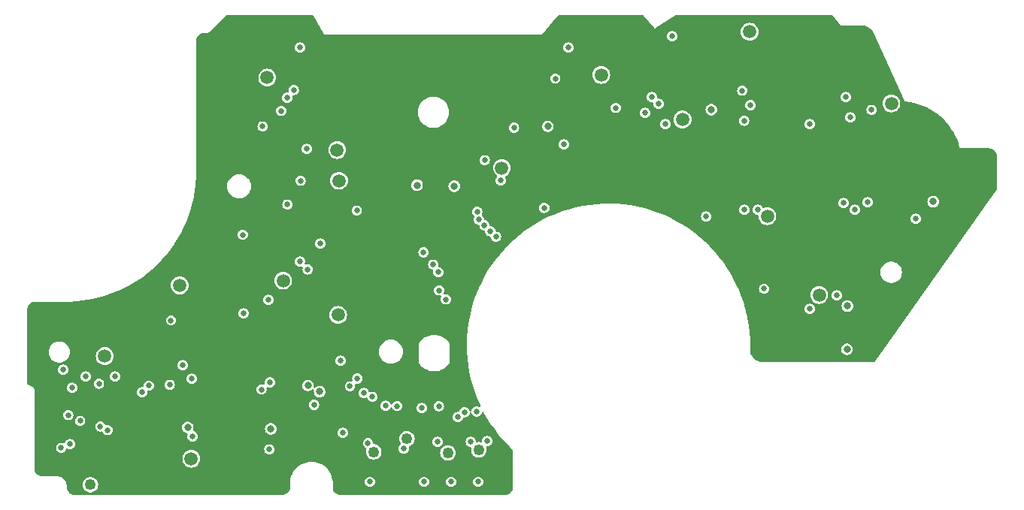
<source format=gbr>
G04 #@! TF.GenerationSoftware,KiCad,Pcbnew,8.0.2*
G04 #@! TF.CreationDate,2024-09-01T00:41:49-07:00*
G04 #@! TF.ProjectId,procon_button_board,70726f63-6f6e-45f6-9275-74746f6e5f62,rev?*
G04 #@! TF.SameCoordinates,Original*
G04 #@! TF.FileFunction,Copper,L2,Inr*
G04 #@! TF.FilePolarity,Positive*
%FSLAX46Y46*%
G04 Gerber Fmt 4.6, Leading zero omitted, Abs format (unit mm)*
G04 Created by KiCad (PCBNEW 8.0.2) date 2024-09-01 00:41:49*
%MOMM*%
%LPD*%
G01*
G04 APERTURE LIST*
G04 #@! TA.AperFunction,ViaPad*
%ADD10C,0.800000*%
G04 #@! TD*
G04 #@! TA.AperFunction,ViaPad*
%ADD11C,0.650000*%
G04 #@! TD*
G04 #@! TA.AperFunction,ViaPad*
%ADD12C,1.500000*%
G04 #@! TD*
G04 #@! TA.AperFunction,ViaPad*
%ADD13C,1.250000*%
G04 #@! TD*
G04 APERTURE END LIST*
D10*
X145214000Y-131884000D03*
X141024000Y-131774000D03*
X189484000Y-145389600D03*
X189434000Y-150264000D03*
X126562720Y-138605612D03*
D11*
X99384720Y-162735612D03*
X181334234Y-123893767D03*
X122874000Y-157774000D03*
X122498720Y-121841612D03*
X171704000Y-122555000D03*
D10*
X141710917Y-160887606D03*
D11*
X106750720Y-161465612D03*
X118942720Y-153337612D03*
X169418000Y-133731000D03*
D10*
X107258720Y-156385612D03*
D11*
X153374000Y-136264000D03*
D10*
X124704000Y-160484000D03*
D11*
X115132720Y-148511612D03*
D10*
X118824000Y-137304000D03*
X125038720Y-156893612D03*
X185894937Y-135051757D03*
X190125683Y-139881547D03*
X190062720Y-138097612D03*
X131934000Y-148284000D03*
D11*
X113919000Y-156337000D03*
D10*
X131388720Y-155115612D03*
D11*
X117926720Y-145463612D03*
X130372720Y-133271612D03*
X160090720Y-121841612D03*
D10*
X187584000Y-145564000D03*
X129356720Y-159687612D03*
X114144000Y-161494000D03*
D11*
X149860000Y-132461000D03*
D10*
X150842087Y-161464691D03*
D11*
X180954000Y-144864000D03*
X147193000Y-142875000D03*
X123514720Y-148511612D03*
X163830000Y-129921000D03*
D10*
X125494000Y-140374000D03*
X143764000Y-153670000D03*
D11*
X116334000Y-157294000D03*
X193432979Y-134393539D03*
D10*
X122755581Y-138503280D03*
D11*
X138303000Y-134493000D03*
D10*
X178404000Y-130464000D03*
D11*
X100946952Y-161373173D03*
X115640720Y-153591612D03*
D10*
X155752800Y-125145800D03*
D11*
X123504000Y-154804000D03*
X185236720Y-145717612D03*
X124454000Y-154004000D03*
X125726872Y-123395697D03*
X155346400Y-134334000D03*
X173579679Y-135300648D03*
X163392720Y-123063000D03*
X197174720Y-135557612D03*
X121482720Y-146225612D03*
X185236720Y-124889612D03*
X134239000Y-134620000D03*
X101924720Y-160957612D03*
X114624720Y-152067612D03*
X101162720Y-152575612D03*
X147898720Y-165209612D03*
X101747324Y-157686249D03*
X102178720Y-154607612D03*
X158058720Y-116253612D03*
X157550720Y-127175612D03*
X127832720Y-116253612D03*
D12*
X132029200Y-127812800D03*
D11*
X128594720Y-127683612D03*
X103080657Y-158348830D03*
X144850720Y-165209612D03*
X103702720Y-153337612D03*
D13*
X104227219Y-165552532D03*
D11*
X142849600Y-140716000D03*
D10*
X128727900Y-154353612D03*
D11*
X105199223Y-154153663D03*
D12*
X125944000Y-142534000D03*
D10*
X124554000Y-159253572D03*
D11*
X128714653Y-141267635D03*
D10*
X115194000Y-159084000D03*
D11*
X113314000Y-147014000D03*
X110814000Y-154374000D03*
X105357449Y-158975997D03*
X141802720Y-165209612D03*
X135706720Y-165209612D03*
X106157243Y-159380831D03*
D12*
X186309000Y-144145000D03*
D11*
X188284720Y-144193612D03*
X147802600Y-134772400D03*
X192214000Y-123274000D03*
D10*
X199144000Y-133624000D03*
D11*
X191764000Y-133694000D03*
X130118720Y-138351612D03*
D10*
X130054000Y-155044000D03*
D11*
X189046720Y-133779612D03*
X166694720Y-123619612D03*
D10*
X174154000Y-123254000D03*
D13*
X147987385Y-161597812D03*
D11*
X141753211Y-139354258D03*
X144272000Y-144653000D03*
D13*
X136143221Y-161833702D03*
X144500157Y-161945912D03*
D11*
X143425971Y-141587729D03*
X143510000Y-143637000D03*
D13*
X139885396Y-160369374D03*
D11*
X135028817Y-155203798D03*
D12*
X161772602Y-119345941D03*
D11*
X156591000Y-119761000D03*
X148919230Y-160614197D03*
X147736989Y-157287885D03*
D12*
X178474000Y-114475612D03*
D11*
X149910800Y-137591800D03*
X169742720Y-114983612D03*
X135996469Y-155618506D03*
X150438720Y-131239612D03*
D12*
X150571200Y-129844800D03*
D11*
X145612720Y-157909612D03*
D12*
X170924659Y-124371252D03*
D11*
X168980720Y-124889612D03*
X146374376Y-157366877D03*
X149250400Y-136956800D03*
X147074758Y-160698843D03*
X127832720Y-140383612D03*
X121394000Y-137364000D03*
X129425838Y-156526572D03*
D12*
X114294000Y-143064000D03*
D11*
X143491167Y-156695445D03*
X148615400Y-136296400D03*
X178562000Y-122758200D03*
D12*
X194437000Y-122555000D03*
D11*
X189300720Y-121841612D03*
X168218720Y-122603612D03*
D12*
X115594000Y-162604000D03*
D11*
X143326720Y-160703612D03*
X132658720Y-159687612D03*
D12*
X132144000Y-146394000D03*
D11*
X139515616Y-161471318D03*
X132404720Y-151559612D03*
X127140349Y-121050669D03*
X133468723Y-154436917D03*
X141548720Y-156893612D03*
D12*
X124148000Y-119635612D03*
D11*
X137484720Y-156639612D03*
D12*
X132232400Y-131267200D03*
D11*
X127905066Y-131272542D03*
X134284974Y-153564714D03*
D12*
X180467000Y-135255000D03*
D11*
X147980400Y-135661400D03*
X177634335Y-121110921D03*
X138771393Y-156665823D03*
X179394720Y-134541612D03*
X167456720Y-121841612D03*
X135499804Y-160857483D03*
X110052720Y-155115612D03*
D12*
X105844000Y-151044000D03*
D11*
X124395011Y-161542444D03*
X113164000Y-154264000D03*
X107004720Y-153337612D03*
X115739662Y-160096670D03*
X124276720Y-144701612D03*
X123629229Y-125152363D03*
X126400528Y-121917191D03*
X126428426Y-133955211D03*
X148640800Y-128955800D03*
X151942800Y-125298200D03*
X177870720Y-134541612D03*
X177850800Y-124510800D03*
X189808720Y-124127612D03*
X190316720Y-134541612D03*
X180104000Y-143454000D03*
G04 #@! TA.AperFunction,Conductor*
G36*
X129286933Y-112616185D02*
G01*
X129326648Y-112657417D01*
X130472742Y-114596962D01*
X130553410Y-114733476D01*
X130561214Y-114749100D01*
X130562800Y-114752929D01*
X130566821Y-114758946D01*
X130571647Y-114764339D01*
X130574951Y-114766821D01*
X130588145Y-114778274D01*
X130591071Y-114781200D01*
X130591074Y-114781201D01*
X130597092Y-114785222D01*
X130603608Y-114788353D01*
X130603610Y-114788355D01*
X130606240Y-114789031D01*
X130607612Y-114789384D01*
X130624194Y-114794920D01*
X130628008Y-114796500D01*
X130635106Y-114797912D01*
X130642329Y-114798312D01*
X130642330Y-114798311D01*
X130642332Y-114798312D01*
X130646425Y-114797730D01*
X130663854Y-114796500D01*
X155017708Y-114796500D01*
X155031334Y-114797251D01*
X155036734Y-114797848D01*
X155036736Y-114797847D01*
X155036737Y-114797848D01*
X155047014Y-114796960D01*
X155057688Y-114796500D01*
X155067988Y-114796500D01*
X155067991Y-114796500D01*
X155067993Y-114796498D01*
X155072314Y-114795638D01*
X155076557Y-114794407D01*
X155076569Y-114794406D01*
X155085729Y-114789649D01*
X155095404Y-114785144D01*
X155104929Y-114781200D01*
X155104933Y-114781195D01*
X155108598Y-114778746D01*
X155112047Y-114775984D01*
X155112053Y-114775982D01*
X155115333Y-114772081D01*
X155118686Y-114768094D01*
X155125903Y-114760225D01*
X155133200Y-114752929D01*
X155133201Y-114752925D01*
X155133203Y-114752924D01*
X155136211Y-114748422D01*
X155144416Y-114737494D01*
X155181511Y-114693382D01*
X156315836Y-113344454D01*
X156907636Y-112640694D01*
X156965849Y-112602053D01*
X157002541Y-112596500D01*
X166442850Y-112596500D01*
X166509889Y-112616185D01*
X166538109Y-112641117D01*
X167710994Y-114048580D01*
X167720886Y-114062242D01*
X167723370Y-114066216D01*
X167728159Y-114071307D01*
X167733590Y-114075695D01*
X167733591Y-114075696D01*
X167737208Y-114077594D01*
X167737728Y-114077867D01*
X167752104Y-114086709D01*
X167755919Y-114089430D01*
X167762292Y-114092300D01*
X167768988Y-114094276D01*
X167768990Y-114094276D01*
X167768992Y-114094277D01*
X167773652Y-114094700D01*
X167790301Y-114097365D01*
X167794880Y-114098422D01*
X167794881Y-114098421D01*
X167794882Y-114098422D01*
X167801854Y-114098633D01*
X167808803Y-114097896D01*
X167808809Y-114097897D01*
X167813281Y-114096503D01*
X167829686Y-114092593D01*
X167834313Y-114091819D01*
X167834316Y-114091816D01*
X167840843Y-114089344D01*
X167846979Y-114086005D01*
X167846979Y-114086004D01*
X167846981Y-114086004D01*
X167850578Y-114083005D01*
X167864231Y-114073119D01*
X170196666Y-112615347D01*
X170262386Y-112596500D01*
X187739393Y-112596500D01*
X187806432Y-112616185D01*
X187836615Y-112643533D01*
X188491116Y-113470271D01*
X188590256Y-113595501D01*
X188699786Y-113733854D01*
X188705309Y-113743252D01*
X188706018Y-113742779D01*
X188712800Y-113752930D01*
X188717733Y-113757862D01*
X188727277Y-113768579D01*
X188731614Y-113774057D01*
X188736135Y-113777903D01*
X188741070Y-113781200D01*
X188747514Y-113783869D01*
X188760434Y-113790118D01*
X188766535Y-113793519D01*
X188766536Y-113793519D01*
X188772182Y-113795341D01*
X188778007Y-113796500D01*
X188778009Y-113796500D01*
X188784986Y-113796500D01*
X188799307Y-113797329D01*
X188806249Y-113798137D01*
X188806249Y-113798136D01*
X188806250Y-113798137D01*
X188818420Y-113797154D01*
X188818488Y-113798004D01*
X188829288Y-113796500D01*
X191155671Y-113796500D01*
X191178171Y-113796500D01*
X191187027Y-113796817D01*
X191373144Y-113810143D01*
X191390665Y-113812665D01*
X191568657Y-113851431D01*
X191585648Y-113856426D01*
X191756297Y-113920157D01*
X191772393Y-113927517D01*
X191932228Y-114014914D01*
X191947112Y-114024494D01*
X192035831Y-114091012D01*
X192092850Y-114133763D01*
X192106226Y-114145373D01*
X192234917Y-114274299D01*
X192246501Y-114287694D01*
X192351865Y-114428762D01*
X192355500Y-114433628D01*
X192365057Y-114448537D01*
X192445935Y-114597097D01*
X192454218Y-114612310D01*
X192458170Y-114620231D01*
X192972717Y-115750912D01*
X195939042Y-122269207D01*
X195940648Y-122274308D01*
X195945684Y-122284886D01*
X195945684Y-122284887D01*
X195956418Y-122307432D01*
X195957289Y-122309302D01*
X195959146Y-122313382D01*
X195967705Y-122332191D01*
X195968835Y-122333515D01*
X195977280Y-122339328D01*
X195991595Y-122350831D01*
X195994032Y-122353106D01*
X195994033Y-122353106D01*
X195994035Y-122353108D01*
X196004413Y-122359539D01*
X196004402Y-122359556D01*
X196012656Y-122363860D01*
X196018162Y-122365814D01*
X196019271Y-122366061D01*
X196019419Y-122365158D01*
X196031470Y-122367126D01*
X196031474Y-122367128D01*
X196031477Y-122367127D01*
X196031478Y-122367128D01*
X196035000Y-122367007D01*
X196053618Y-122367766D01*
X196534169Y-122423772D01*
X196543149Y-122425154D01*
X197027252Y-122518029D01*
X197036098Y-122520065D01*
X197512077Y-122648252D01*
X197520752Y-122650934D01*
X197986024Y-122813735D01*
X197994493Y-122817053D01*
X198276665Y-122939733D01*
X198446521Y-123013581D01*
X198454741Y-123017520D01*
X198891109Y-123246721D01*
X198899017Y-123251253D01*
X199317371Y-123511889D01*
X199324925Y-123516990D01*
X199393312Y-123566924D01*
X199720941Y-123806148D01*
X199723000Y-123807651D01*
X199730158Y-123813292D01*
X199735258Y-123817625D01*
X200105805Y-124132409D01*
X200112530Y-124138561D01*
X200463734Y-124484422D01*
X200469988Y-124491052D01*
X200794818Y-124861754D01*
X200800570Y-124868826D01*
X201097304Y-125262405D01*
X201102520Y-125269880D01*
X201369537Y-125684187D01*
X201374190Y-125692025D01*
X201610053Y-126124832D01*
X201614117Y-126132990D01*
X201817550Y-126581949D01*
X201821004Y-126590384D01*
X201980736Y-127025375D01*
X201990904Y-127053063D01*
X201993728Y-127061722D01*
X202109234Y-127465841D01*
X202122726Y-127513046D01*
X202124285Y-127524179D01*
X202125118Y-127524014D01*
X202127499Y-127535988D01*
X202127500Y-127535990D01*
X202127500Y-127535991D01*
X202128652Y-127538774D01*
X202134485Y-127556543D01*
X202136864Y-127566197D01*
X202137840Y-127567969D01*
X202155344Y-127585473D01*
X202157095Y-127587259D01*
X202174169Y-127605037D01*
X202174170Y-127605037D01*
X202174171Y-127605038D01*
X202188088Y-127609069D01*
X202201033Y-127613610D01*
X202208009Y-127616500D01*
X202208013Y-127616500D01*
X202219988Y-127618883D01*
X202219794Y-127619857D01*
X202220146Y-127619908D01*
X202225899Y-127620023D01*
X202225902Y-127620024D01*
X202225904Y-127620023D01*
X202226183Y-127620029D01*
X202255257Y-127616500D01*
X205401071Y-127616500D01*
X205421907Y-127616500D01*
X205434061Y-127617097D01*
X205591335Y-127632587D01*
X205615163Y-127637326D01*
X205760544Y-127681427D01*
X205782989Y-127690724D01*
X205916967Y-127762337D01*
X205937174Y-127775839D01*
X206007858Y-127833848D01*
X206054601Y-127872208D01*
X206071791Y-127889398D01*
X206168159Y-128006824D01*
X206181663Y-128027034D01*
X206253272Y-128161003D01*
X206262575Y-128183462D01*
X206306671Y-128328830D01*
X206311413Y-128352670D01*
X206326903Y-128509937D01*
X206327500Y-128522092D01*
X206327500Y-132174744D01*
X206307815Y-132241783D01*
X206304804Y-132246253D01*
X192612977Y-151643009D01*
X192558235Y-151686426D01*
X192511673Y-151695500D01*
X179959501Y-151695500D01*
X179959493Y-151695499D01*
X179945059Y-151695499D01*
X179923001Y-151695499D01*
X179913275Y-151695117D01*
X179851227Y-151690235D01*
X179708922Y-151679038D01*
X179689704Y-151675994D01*
X179495146Y-151629288D01*
X179476640Y-151623276D01*
X179291772Y-151546705D01*
X179274435Y-151537871D01*
X179103835Y-151433331D01*
X179088093Y-151421894D01*
X178935936Y-151291943D01*
X178922176Y-151278184D01*
X178914656Y-151269379D01*
X178792226Y-151126035D01*
X178780791Y-151110296D01*
X178700420Y-150979146D01*
X178676239Y-150939687D01*
X178667406Y-150922350D01*
X178664154Y-150914500D01*
X178590834Y-150737493D01*
X178584822Y-150718989D01*
X178570485Y-150659273D01*
X178538109Y-150524422D01*
X178535066Y-150505206D01*
X178534800Y-150501824D01*
X178519161Y-150303125D01*
X178518840Y-150289587D01*
X178519634Y-150263999D01*
X188778722Y-150263999D01*
X188778722Y-150264000D01*
X188797762Y-150420818D01*
X188837055Y-150524424D01*
X188853780Y-150568523D01*
X188943517Y-150698530D01*
X189061760Y-150803283D01*
X189061762Y-150803284D01*
X189201634Y-150876696D01*
X189355014Y-150914500D01*
X189355015Y-150914500D01*
X189512985Y-150914500D01*
X189666365Y-150876696D01*
X189704359Y-150856755D01*
X189806240Y-150803283D01*
X189924483Y-150698530D01*
X190014220Y-150568523D01*
X190070237Y-150420818D01*
X190089278Y-150264000D01*
X190070237Y-150107182D01*
X190069392Y-150104955D01*
X190041234Y-150030708D01*
X190014220Y-149959477D01*
X189924483Y-149829470D01*
X189806240Y-149724717D01*
X189806238Y-149724716D01*
X189806237Y-149724715D01*
X189666365Y-149651303D01*
X189512986Y-149613500D01*
X189512985Y-149613500D01*
X189355015Y-149613500D01*
X189355014Y-149613500D01*
X189201634Y-149651303D01*
X189061762Y-149724715D01*
X188943516Y-149829471D01*
X188853781Y-149959475D01*
X188853780Y-149959476D01*
X188797762Y-150107181D01*
X188778722Y-150263999D01*
X178519634Y-150263999D01*
X178530572Y-149911377D01*
X178516871Y-149135651D01*
X178465477Y-148361508D01*
X178376511Y-147590779D01*
X178373855Y-147574687D01*
X178250187Y-146825297D01*
X178250183Y-146825277D01*
X178209422Y-146636063D01*
X178086797Y-146066838D01*
X178009177Y-145776009D01*
X177993591Y-145717611D01*
X184656254Y-145717611D01*
X184656254Y-145717612D01*
X184676032Y-145867846D01*
X184676033Y-145867848D01*
X184731723Y-146002296D01*
X184734022Y-146007845D01*
X184826269Y-146128063D01*
X184946487Y-146220310D01*
X185086484Y-146278299D01*
X185161602Y-146288188D01*
X185236719Y-146298078D01*
X185236720Y-146298078D01*
X185236721Y-146298078D01*
X185286798Y-146291485D01*
X185386956Y-146278299D01*
X185526953Y-146220310D01*
X185647171Y-146128063D01*
X185739418Y-146007845D01*
X185797407Y-145867848D01*
X185817186Y-145717612D01*
X185810249Y-145664924D01*
X185804403Y-145620516D01*
X185797407Y-145567376D01*
X185739418Y-145427379D01*
X185710428Y-145389599D01*
X188828722Y-145389599D01*
X188828722Y-145389600D01*
X188847762Y-145546418D01*
X188899606Y-145683116D01*
X188903780Y-145694123D01*
X188993517Y-145824130D01*
X189111760Y-145928883D01*
X189111762Y-145928884D01*
X189251634Y-146002296D01*
X189405014Y-146040100D01*
X189405015Y-146040100D01*
X189562985Y-146040100D01*
X189716365Y-146002296D01*
X189856240Y-145928883D01*
X189974483Y-145824130D01*
X190064220Y-145694123D01*
X190120237Y-145546418D01*
X190139278Y-145389600D01*
X190120237Y-145232782D01*
X190109439Y-145204311D01*
X190096199Y-145169398D01*
X190064220Y-145085077D01*
X189974483Y-144955070D01*
X189856240Y-144850317D01*
X189856238Y-144850316D01*
X189856237Y-144850315D01*
X189716365Y-144776903D01*
X189562986Y-144739100D01*
X189562985Y-144739100D01*
X189405015Y-144739100D01*
X189405014Y-144739100D01*
X189251634Y-144776903D01*
X189111762Y-144850315D01*
X188993516Y-144955071D01*
X188903781Y-145085075D01*
X188903780Y-145085076D01*
X188847762Y-145232781D01*
X188828722Y-145389599D01*
X185710428Y-145389599D01*
X185647171Y-145307161D01*
X185526953Y-145214914D01*
X185526949Y-145214912D01*
X185386956Y-145156925D01*
X185386954Y-145156924D01*
X185236721Y-145137146D01*
X185236719Y-145137146D01*
X185086485Y-145156924D01*
X185086483Y-145156925D01*
X184946490Y-145214912D01*
X184946487Y-145214913D01*
X184946487Y-145214914D01*
X184826269Y-145307161D01*
X184748912Y-145407975D01*
X184734020Y-145427382D01*
X184676033Y-145567375D01*
X184676032Y-145567377D01*
X184656254Y-145717611D01*
X177993591Y-145717611D01*
X177886740Y-145317254D01*
X177886725Y-145317205D01*
X177772977Y-144961424D01*
X177650465Y-144578233D01*
X177640415Y-144551377D01*
X177488347Y-144145000D01*
X185303659Y-144145000D01*
X185322975Y-144341129D01*
X185380188Y-144529733D01*
X185473086Y-144703532D01*
X185473090Y-144703539D01*
X185598116Y-144855883D01*
X185750460Y-144980909D01*
X185750467Y-144980913D01*
X185924266Y-145073811D01*
X185924269Y-145073811D01*
X185924273Y-145073814D01*
X186112868Y-145131024D01*
X186309000Y-145150341D01*
X186505132Y-145131024D01*
X186693727Y-145073814D01*
X186867538Y-144980910D01*
X187019883Y-144855883D01*
X187144910Y-144703538D01*
X187226242Y-144551377D01*
X187237811Y-144529733D01*
X187237811Y-144529732D01*
X187237814Y-144529727D01*
X187295024Y-144341132D01*
X187309553Y-144193611D01*
X187704254Y-144193611D01*
X187704254Y-144193612D01*
X187724032Y-144343846D01*
X187724033Y-144343848D01*
X187752006Y-144411382D01*
X187782022Y-144483845D01*
X187874269Y-144604063D01*
X187994487Y-144696310D01*
X188134484Y-144754299D01*
X188192850Y-144761983D01*
X188284719Y-144774078D01*
X188284720Y-144774078D01*
X188284721Y-144774078D01*
X188376590Y-144761983D01*
X188434956Y-144754299D01*
X188574953Y-144696310D01*
X188695171Y-144604063D01*
X188787418Y-144483845D01*
X188845407Y-144343848D01*
X188865186Y-144193612D01*
X188858249Y-144140924D01*
X188845407Y-144043377D01*
X188845407Y-144043376D01*
X188787418Y-143903379D01*
X188695171Y-143783161D01*
X188574953Y-143690914D01*
X188574949Y-143690912D01*
X188434956Y-143632925D01*
X188434954Y-143632924D01*
X188284721Y-143613146D01*
X188284719Y-143613146D01*
X188134485Y-143632924D01*
X188134483Y-143632925D01*
X187994490Y-143690912D01*
X187994487Y-143690913D01*
X187994487Y-143690914D01*
X187874269Y-143783161D01*
X187801895Y-143877481D01*
X187782020Y-143903382D01*
X187724033Y-144043375D01*
X187724032Y-144043377D01*
X187704254Y-144193611D01*
X187309553Y-144193611D01*
X187314341Y-144145000D01*
X187295024Y-143948868D01*
X187237814Y-143760273D01*
X187237811Y-143760269D01*
X187237811Y-143760266D01*
X187144913Y-143586467D01*
X187144909Y-143586460D01*
X187019883Y-143434116D01*
X186867539Y-143309090D01*
X186867532Y-143309086D01*
X186693733Y-143216188D01*
X186693727Y-143216186D01*
X186505132Y-143158976D01*
X186505129Y-143158975D01*
X186309000Y-143139659D01*
X186112870Y-143158975D01*
X185924266Y-143216188D01*
X185750467Y-143309086D01*
X185750460Y-143309090D01*
X185598116Y-143434116D01*
X185473090Y-143586460D01*
X185473086Y-143586467D01*
X185380188Y-143760266D01*
X185322975Y-143948870D01*
X185303659Y-144145000D01*
X177488347Y-144145000D01*
X177378560Y-143851611D01*
X177378546Y-143851576D01*
X177207302Y-143453999D01*
X179523534Y-143453999D01*
X179523534Y-143454000D01*
X179543312Y-143604234D01*
X179543313Y-143604236D01*
X179579215Y-143690912D01*
X179601302Y-143744233D01*
X179693549Y-143864451D01*
X179813767Y-143956698D01*
X179953764Y-144014687D01*
X180028882Y-144024576D01*
X180103999Y-144034466D01*
X180104000Y-144034466D01*
X180104001Y-144034466D01*
X180154078Y-144027873D01*
X180254236Y-144014687D01*
X180394233Y-143956698D01*
X180514451Y-143864451D01*
X180606698Y-143744233D01*
X180664687Y-143604236D01*
X180684466Y-143454000D01*
X180664687Y-143303764D01*
X180606698Y-143163767D01*
X180514451Y-143043549D01*
X180394233Y-142951302D01*
X180394229Y-142951300D01*
X180254236Y-142893313D01*
X180254234Y-142893312D01*
X180104001Y-142873534D01*
X180103999Y-142873534D01*
X179953765Y-142893312D01*
X179953763Y-142893313D01*
X179813770Y-142951300D01*
X179813767Y-142951301D01*
X179813767Y-142951302D01*
X179693549Y-143043549D01*
X179604979Y-143158976D01*
X179601300Y-143163770D01*
X179543313Y-143303763D01*
X179543312Y-143303765D01*
X179523534Y-143453999D01*
X177207302Y-143453999D01*
X177123798Y-143260129D01*
X177071641Y-143139035D01*
X176730453Y-142442236D01*
X176402811Y-141848101D01*
X176355799Y-141762851D01*
X176355797Y-141762849D01*
X176355796Y-141762846D01*
X176252905Y-141595999D01*
X193222357Y-141595999D01*
X193222357Y-141596000D01*
X193242884Y-141817535D01*
X193242885Y-141817537D01*
X193303769Y-142031523D01*
X193303775Y-142031538D01*
X193402938Y-142230683D01*
X193402943Y-142230691D01*
X193537020Y-142408238D01*
X193701437Y-142558123D01*
X193701439Y-142558125D01*
X193890595Y-142675245D01*
X193890596Y-142675245D01*
X193890599Y-142675247D01*
X194098060Y-142755618D01*
X194316757Y-142796500D01*
X194316759Y-142796500D01*
X194539241Y-142796500D01*
X194539243Y-142796500D01*
X194757940Y-142755618D01*
X194965401Y-142675247D01*
X195154562Y-142558124D01*
X195318981Y-142408236D01*
X195453058Y-142230689D01*
X195552229Y-142031528D01*
X195613115Y-141817536D01*
X195633643Y-141596000D01*
X195632876Y-141587728D01*
X195613115Y-141374464D01*
X195613114Y-141374462D01*
X195612243Y-141371401D01*
X195552229Y-141160472D01*
X195552224Y-141160461D01*
X195453061Y-140961316D01*
X195453056Y-140961308D01*
X195318979Y-140783761D01*
X195154562Y-140633876D01*
X195154560Y-140633874D01*
X194965404Y-140516754D01*
X194965398Y-140516752D01*
X194757940Y-140436382D01*
X194539243Y-140395500D01*
X194316757Y-140395500D01*
X194098060Y-140436382D01*
X193966864Y-140487207D01*
X193890601Y-140516752D01*
X193890595Y-140516754D01*
X193701439Y-140633874D01*
X193701437Y-140633876D01*
X193537020Y-140783761D01*
X193402943Y-140961308D01*
X193402938Y-140961316D01*
X193303775Y-141160461D01*
X193303769Y-141160476D01*
X193242885Y-141374462D01*
X193242884Y-141374464D01*
X193222357Y-141595999D01*
X176252905Y-141595999D01*
X175948556Y-141102472D01*
X175509696Y-140462675D01*
X175040253Y-139844968D01*
X175040249Y-139844963D01*
X175040233Y-139844943D01*
X174541356Y-139250833D01*
X174541344Y-139250819D01*
X174498000Y-139204023D01*
X174014130Y-138681611D01*
X173954359Y-138623065D01*
X173459878Y-138138714D01*
X173459870Y-138138706D01*
X173208720Y-137915578D01*
X173208617Y-137915413D01*
X172876077Y-137619873D01*
X172876070Y-137619867D01*
X172876064Y-137619862D01*
X172263295Y-137127192D01*
X171626999Y-136665307D01*
X170968721Y-136235329D01*
X170968714Y-136235325D01*
X170968705Y-136235319D01*
X170290080Y-135838314D01*
X170290050Y-135838297D01*
X169592678Y-135475199D01*
X169592671Y-135475195D01*
X169592664Y-135475192D01*
X169592638Y-135475180D01*
X169212840Y-135300647D01*
X172999213Y-135300647D01*
X172999213Y-135300648D01*
X173018991Y-135450882D01*
X173018992Y-135450884D01*
X173043960Y-135511163D01*
X173076981Y-135590881D01*
X173169228Y-135711099D01*
X173289446Y-135803346D01*
X173429443Y-135861335D01*
X173504561Y-135871224D01*
X173579678Y-135881114D01*
X173579679Y-135881114D01*
X173579680Y-135881114D01*
X173629757Y-135874521D01*
X173729915Y-135861335D01*
X173869912Y-135803346D01*
X173990130Y-135711099D01*
X174082377Y-135590881D01*
X174140366Y-135450884D01*
X174160145Y-135300648D01*
X174156977Y-135276588D01*
X174144637Y-135182851D01*
X174140366Y-135150412D01*
X174082377Y-135010415D01*
X173990130Y-134890197D01*
X173869912Y-134797950D01*
X173869908Y-134797948D01*
X173729915Y-134739961D01*
X173729913Y-134739960D01*
X173579680Y-134720182D01*
X173579678Y-134720182D01*
X173429444Y-134739960D01*
X173429442Y-134739961D01*
X173289449Y-134797948D01*
X173289446Y-134797949D01*
X173289446Y-134797950D01*
X173169228Y-134890197D01*
X173083708Y-135001649D01*
X173076979Y-135010418D01*
X173018992Y-135150411D01*
X173018991Y-135150413D01*
X172999213Y-135300647D01*
X169212840Y-135300647D01*
X168878208Y-135146870D01*
X168148496Y-134854164D01*
X168148461Y-134854151D01*
X167405212Y-134597749D01*
X167212104Y-134541611D01*
X177290254Y-134541611D01*
X177290254Y-134541612D01*
X177310032Y-134691846D01*
X177310033Y-134691848D01*
X177343398Y-134772399D01*
X177368022Y-134831845D01*
X177460269Y-134952063D01*
X177580487Y-135044310D01*
X177720484Y-135102299D01*
X177789636Y-135111403D01*
X177870719Y-135122078D01*
X177870720Y-135122078D01*
X177870721Y-135122078D01*
X177951804Y-135111403D01*
X178020956Y-135102299D01*
X178160953Y-135044310D01*
X178281171Y-134952063D01*
X178373418Y-134831845D01*
X178431407Y-134691848D01*
X178451186Y-134541612D01*
X178451186Y-134541611D01*
X178814254Y-134541611D01*
X178814254Y-134541612D01*
X178834032Y-134691846D01*
X178834033Y-134691848D01*
X178867398Y-134772399D01*
X178892022Y-134831845D01*
X178984269Y-134952063D01*
X179104487Y-135044310D01*
X179244484Y-135102299D01*
X179354745Y-135116815D01*
X179418642Y-135145081D01*
X179457113Y-135203406D01*
X179461964Y-135251899D01*
X179461659Y-135254998D01*
X179461659Y-135254999D01*
X179480975Y-135451129D01*
X179480976Y-135451132D01*
X179523367Y-135590877D01*
X179538188Y-135639733D01*
X179631086Y-135813532D01*
X179631090Y-135813539D01*
X179756116Y-135965883D01*
X179908460Y-136090909D01*
X179908467Y-136090913D01*
X180082266Y-136183811D01*
X180082269Y-136183811D01*
X180082273Y-136183814D01*
X180270868Y-136241024D01*
X180467000Y-136260341D01*
X180663132Y-136241024D01*
X180851727Y-136183814D01*
X181025538Y-136090910D01*
X181177883Y-135965883D01*
X181302910Y-135813538D01*
X181395814Y-135639727D01*
X181420724Y-135557611D01*
X196594254Y-135557611D01*
X196594254Y-135557612D01*
X196614032Y-135707846D01*
X196614033Y-135707848D01*
X196668069Y-135838303D01*
X196672022Y-135847845D01*
X196764269Y-135968063D01*
X196884487Y-136060310D01*
X197024484Y-136118299D01*
X197099602Y-136128188D01*
X197174719Y-136138078D01*
X197174720Y-136138078D01*
X197174721Y-136138078D01*
X197224798Y-136131485D01*
X197324956Y-136118299D01*
X197464953Y-136060310D01*
X197585171Y-135968063D01*
X197677418Y-135847845D01*
X197735407Y-135707848D01*
X197755186Y-135557612D01*
X197749070Y-135511160D01*
X197735407Y-135407377D01*
X197735407Y-135407376D01*
X197677418Y-135267379D01*
X197585171Y-135147161D01*
X197464953Y-135054914D01*
X197464949Y-135054912D01*
X197324956Y-134996925D01*
X197324954Y-134996924D01*
X197174721Y-134977146D01*
X197174719Y-134977146D01*
X197024485Y-134996924D01*
X197024483Y-134996925D01*
X196884490Y-135054912D01*
X196884487Y-135054913D01*
X196884487Y-135054914D01*
X196764269Y-135147161D01*
X196681523Y-135254998D01*
X196672020Y-135267382D01*
X196614033Y-135407375D01*
X196614032Y-135407377D01*
X196594254Y-135557611D01*
X181420724Y-135557611D01*
X181453024Y-135451132D01*
X181472341Y-135255000D01*
X181453024Y-135058868D01*
X181395814Y-134870273D01*
X181395811Y-134870269D01*
X181395811Y-134870266D01*
X181302913Y-134696467D01*
X181302909Y-134696460D01*
X181177883Y-134544116D01*
X181174831Y-134541611D01*
X189736254Y-134541611D01*
X189736254Y-134541612D01*
X189756032Y-134691846D01*
X189756033Y-134691848D01*
X189789398Y-134772399D01*
X189814022Y-134831845D01*
X189906269Y-134952063D01*
X190026487Y-135044310D01*
X190166484Y-135102299D01*
X190235636Y-135111403D01*
X190316719Y-135122078D01*
X190316720Y-135122078D01*
X190316721Y-135122078D01*
X190397804Y-135111403D01*
X190466956Y-135102299D01*
X190606953Y-135044310D01*
X190727171Y-134952063D01*
X190819418Y-134831845D01*
X190877407Y-134691848D01*
X190897186Y-134541612D01*
X190890071Y-134487572D01*
X190877407Y-134391377D01*
X190877407Y-134391376D01*
X190819418Y-134251379D01*
X190727171Y-134131161D01*
X190606953Y-134038914D01*
X190606949Y-134038912D01*
X190466956Y-133980925D01*
X190466954Y-133980924D01*
X190316721Y-133961146D01*
X190316719Y-133961146D01*
X190166485Y-133980924D01*
X190166483Y-133980925D01*
X190026490Y-134038912D01*
X190026487Y-134038913D01*
X190026487Y-134038914D01*
X189906269Y-134131161D01*
X189846120Y-134209549D01*
X189814020Y-134251382D01*
X189756033Y-134391375D01*
X189756032Y-134391377D01*
X189736254Y-134541611D01*
X181174831Y-134541611D01*
X181025539Y-134419090D01*
X181025532Y-134419086D01*
X180851733Y-134326188D01*
X180851727Y-134326186D01*
X180681230Y-134274466D01*
X180663129Y-134268975D01*
X180467000Y-134249659D01*
X180270870Y-134268975D01*
X180082263Y-134326189D01*
X180076945Y-134329032D01*
X180008542Y-134343269D01*
X179943299Y-134318265D01*
X179903938Y-134267120D01*
X179897419Y-134251382D01*
X179897418Y-134251379D01*
X179805171Y-134131161D01*
X179684953Y-134038914D01*
X179684949Y-134038912D01*
X179544956Y-133980925D01*
X179544954Y-133980924D01*
X179394721Y-133961146D01*
X179394719Y-133961146D01*
X179244485Y-133980924D01*
X179244483Y-133980925D01*
X179104490Y-134038912D01*
X179104487Y-134038913D01*
X179104487Y-134038914D01*
X178984269Y-134131161D01*
X178924120Y-134209549D01*
X178892020Y-134251382D01*
X178834033Y-134391375D01*
X178834032Y-134391377D01*
X178814254Y-134541611D01*
X178451186Y-134541611D01*
X178444071Y-134487572D01*
X178431407Y-134391377D01*
X178431407Y-134391376D01*
X178373418Y-134251379D01*
X178281171Y-134131161D01*
X178160953Y-134038914D01*
X178160949Y-134038912D01*
X178020956Y-133980925D01*
X178020954Y-133980924D01*
X177870721Y-133961146D01*
X177870719Y-133961146D01*
X177720485Y-133980924D01*
X177720483Y-133980925D01*
X177580490Y-134038912D01*
X177580487Y-134038913D01*
X177580487Y-134038914D01*
X177460269Y-134131161D01*
X177400120Y-134209549D01*
X177368020Y-134251382D01*
X177310033Y-134391375D01*
X177310032Y-134391377D01*
X177290254Y-134541611D01*
X167212104Y-134541611D01*
X166650192Y-134378259D01*
X166650161Y-134378251D01*
X165885295Y-134196237D01*
X165112365Y-134052117D01*
X165112346Y-134052114D01*
X164333257Y-133946247D01*
X163549890Y-133878890D01*
X163549836Y-133878886D01*
X162764152Y-133850205D01*
X162764140Y-133850205D01*
X162764136Y-133850205D01*
X162065292Y-133859146D01*
X161977935Y-133860264D01*
X161977912Y-133860265D01*
X161193178Y-133909042D01*
X160411779Y-133996421D01*
X159635688Y-134122180D01*
X159635654Y-134122187D01*
X158866637Y-134286040D01*
X158106664Y-134487569D01*
X157357512Y-134726302D01*
X157357499Y-134726306D01*
X156621036Y-135001649D01*
X155899020Y-135312942D01*
X155193230Y-135659420D01*
X154505339Y-136040262D01*
X153837070Y-136454514D01*
X153190006Y-136901195D01*
X152565731Y-137379210D01*
X151965777Y-137887388D01*
X151965765Y-137887399D01*
X151391569Y-138424521D01*
X151391567Y-138424523D01*
X150844529Y-138989280D01*
X150844484Y-138989330D01*
X150325995Y-139580278D01*
X150325952Y-139580329D01*
X149837160Y-140196162D01*
X149379276Y-140835358D01*
X148953452Y-141496312D01*
X148560697Y-142177455D01*
X148560689Y-142177471D01*
X148201997Y-142877076D01*
X148201984Y-142877104D01*
X148201978Y-142877116D01*
X148201974Y-142877125D01*
X148074591Y-143158976D01*
X147878152Y-143593621D01*
X147590029Y-144325181D01*
X147338292Y-145070056D01*
X147203052Y-145546418D01*
X147126755Y-145815161D01*
X147123552Y-145826442D01*
X146946347Y-146592438D01*
X146946343Y-146592454D01*
X146946343Y-146592459D01*
X146870481Y-147014000D01*
X146807082Y-147366291D01*
X146807077Y-147366324D01*
X146706113Y-148146029D01*
X146706112Y-148146040D01*
X146643680Y-148929783D01*
X146643677Y-148929847D01*
X146619931Y-149715715D01*
X146619931Y-149715743D01*
X146634931Y-150501824D01*
X146634934Y-150501898D01*
X146688638Y-151286263D01*
X146780927Y-152067102D01*
X146911569Y-152842438D01*
X146911573Y-152842455D01*
X147080247Y-153610388D01*
X147080255Y-153610423D01*
X147286556Y-154369114D01*
X147529989Y-155116743D01*
X147809959Y-155851475D01*
X148125787Y-156571526D01*
X148137710Y-156595432D01*
X148150014Y-156664209D01*
X148123180Y-156728721D01*
X148065729Y-156768484D01*
X147995900Y-156770875D01*
X147979292Y-156765333D01*
X147887228Y-156727199D01*
X147887223Y-156727197D01*
X147736990Y-156707419D01*
X147736988Y-156707419D01*
X147586754Y-156727197D01*
X147586752Y-156727198D01*
X147446759Y-156785185D01*
X147446756Y-156785186D01*
X147446756Y-156785187D01*
X147326538Y-156877434D01*
X147286322Y-156929845D01*
X147234289Y-156997655D01*
X147176302Y-157137648D01*
X147176302Y-157137649D01*
X147170632Y-157180715D01*
X147142365Y-157244611D01*
X147084040Y-157283081D01*
X147014175Y-157283912D01*
X146954952Y-157246839D01*
X146933132Y-157211980D01*
X146921356Y-157183551D01*
X146881471Y-157087259D01*
X146877076Y-157076648D01*
X146877076Y-157076647D01*
X146876789Y-157076273D01*
X146784827Y-156956426D01*
X146664609Y-156864179D01*
X146664605Y-156864177D01*
X146524612Y-156806190D01*
X146524610Y-156806189D01*
X146374377Y-156786411D01*
X146374375Y-156786411D01*
X146224141Y-156806189D01*
X146224139Y-156806190D01*
X146084146Y-156864177D01*
X146084143Y-156864178D01*
X146084143Y-156864179D01*
X145963925Y-156956426D01*
X145892075Y-157050063D01*
X145871676Y-157076647D01*
X145813688Y-157216641D01*
X145811891Y-157230298D01*
X145783624Y-157294195D01*
X145725299Y-157332665D01*
X145672767Y-157337051D01*
X145612721Y-157329146D01*
X145612719Y-157329146D01*
X145462485Y-157348924D01*
X145462483Y-157348925D01*
X145322490Y-157406912D01*
X145322487Y-157406913D01*
X145322487Y-157406914D01*
X145234958Y-157474078D01*
X145202269Y-157499161D01*
X145110020Y-157619382D01*
X145052033Y-157759375D01*
X145052032Y-157759377D01*
X145032254Y-157909611D01*
X145032254Y-157909612D01*
X145052032Y-158059846D01*
X145052033Y-158059848D01*
X145109503Y-158198594D01*
X145110022Y-158199845D01*
X145202269Y-158320063D01*
X145322487Y-158412310D01*
X145462484Y-158470299D01*
X145537602Y-158480188D01*
X145612719Y-158490078D01*
X145612720Y-158490078D01*
X145612721Y-158490078D01*
X145662798Y-158483485D01*
X145762956Y-158470299D01*
X145902953Y-158412310D01*
X146023171Y-158320063D01*
X146115418Y-158199845D01*
X146173407Y-158059848D01*
X146175205Y-158046190D01*
X146203467Y-157982298D01*
X146261790Y-157943824D01*
X146314326Y-157939437D01*
X146374376Y-157947343D01*
X146524612Y-157927564D01*
X146664609Y-157869575D01*
X146784827Y-157777328D01*
X146877074Y-157657110D01*
X146935063Y-157517113D01*
X146940732Y-157474047D01*
X146968998Y-157410152D01*
X147027322Y-157371680D01*
X147097186Y-157370848D01*
X147156410Y-157407920D01*
X147178232Y-157442780D01*
X147209020Y-157517110D01*
X147234291Y-157578118D01*
X147326538Y-157698336D01*
X147446756Y-157790583D01*
X147586753Y-157848572D01*
X147661871Y-157858461D01*
X147736988Y-157868351D01*
X147736989Y-157868351D01*
X147736990Y-157868351D01*
X147787067Y-157861758D01*
X147887225Y-157848572D01*
X148027222Y-157790583D01*
X148147440Y-157698336D01*
X148239687Y-157578118D01*
X148297676Y-157438121D01*
X148300433Y-157417177D01*
X148328699Y-157353281D01*
X148387024Y-157314810D01*
X148456888Y-157313979D01*
X148516112Y-157351051D01*
X148531476Y-157372622D01*
X148861853Y-157960610D01*
X149280285Y-158626244D01*
X149280302Y-158626270D01*
X149728041Y-159266226D01*
X149731034Y-159270504D01*
X150212961Y-159891759D01*
X150724908Y-160488517D01*
X151265632Y-161059330D01*
X151462755Y-161247845D01*
X151539045Y-161320804D01*
X151539050Y-161320809D01*
X151540853Y-161322533D01*
X151546130Y-161327582D01*
X151553074Y-161334782D01*
X151639531Y-161431999D01*
X151651577Y-161447972D01*
X151718577Y-161553575D01*
X151727897Y-161571278D01*
X151777041Y-161686279D01*
X151783393Y-161705251D01*
X151813403Y-161826661D01*
X151816621Y-161846408D01*
X151823703Y-161933859D01*
X151826954Y-161974017D01*
X151827095Y-161975752D01*
X151827500Y-161985760D01*
X151827500Y-165789907D01*
X151826903Y-165802062D01*
X151811413Y-165959329D01*
X151806671Y-165983169D01*
X151762575Y-166128537D01*
X151753272Y-166150996D01*
X151681663Y-166284965D01*
X151668159Y-166305175D01*
X151571791Y-166422601D01*
X151554601Y-166439791D01*
X151437175Y-166536159D01*
X151416965Y-166549663D01*
X151282996Y-166621272D01*
X151260537Y-166630575D01*
X151115169Y-166674671D01*
X151091329Y-166679413D01*
X150975425Y-166690828D01*
X150934060Y-166694903D01*
X150921907Y-166695500D01*
X132434093Y-166695500D01*
X132421939Y-166694903D01*
X132264671Y-166679413D01*
X132240830Y-166674671D01*
X132095462Y-166630575D01*
X132073005Y-166621273D01*
X131939034Y-166549663D01*
X131918824Y-166536159D01*
X131801398Y-166439791D01*
X131784208Y-166422601D01*
X131687840Y-166305175D01*
X131674336Y-166284965D01*
X131662525Y-166262868D01*
X131602724Y-166150989D01*
X131593427Y-166128544D01*
X131549326Y-165983163D01*
X131544587Y-165959335D01*
X131529097Y-165802061D01*
X131528500Y-165789907D01*
X131528500Y-165209611D01*
X135126254Y-165209611D01*
X135126254Y-165209612D01*
X135146032Y-165359846D01*
X135146033Y-165359848D01*
X135204022Y-165499845D01*
X135296269Y-165620063D01*
X135416487Y-165712310D01*
X135556484Y-165770299D01*
X135631602Y-165780188D01*
X135706719Y-165790078D01*
X135706720Y-165790078D01*
X135706721Y-165790078D01*
X135756798Y-165783485D01*
X135856956Y-165770299D01*
X135996953Y-165712310D01*
X136117171Y-165620063D01*
X136209418Y-165499845D01*
X136267407Y-165359848D01*
X136287186Y-165209612D01*
X136287186Y-165209611D01*
X141222254Y-165209611D01*
X141222254Y-165209612D01*
X141242032Y-165359846D01*
X141242033Y-165359848D01*
X141300022Y-165499845D01*
X141392269Y-165620063D01*
X141512487Y-165712310D01*
X141652484Y-165770299D01*
X141727602Y-165780188D01*
X141802719Y-165790078D01*
X141802720Y-165790078D01*
X141802721Y-165790078D01*
X141852798Y-165783485D01*
X141952956Y-165770299D01*
X142092953Y-165712310D01*
X142213171Y-165620063D01*
X142305418Y-165499845D01*
X142363407Y-165359848D01*
X142383186Y-165209612D01*
X142383186Y-165209611D01*
X144270254Y-165209611D01*
X144270254Y-165209612D01*
X144290032Y-165359846D01*
X144290033Y-165359848D01*
X144348022Y-165499845D01*
X144440269Y-165620063D01*
X144560487Y-165712310D01*
X144700484Y-165770299D01*
X144775602Y-165780188D01*
X144850719Y-165790078D01*
X144850720Y-165790078D01*
X144850721Y-165790078D01*
X144900798Y-165783485D01*
X145000956Y-165770299D01*
X145140953Y-165712310D01*
X145261171Y-165620063D01*
X145353418Y-165499845D01*
X145411407Y-165359848D01*
X145431186Y-165209612D01*
X145431186Y-165209611D01*
X147318254Y-165209611D01*
X147318254Y-165209612D01*
X147338032Y-165359846D01*
X147338033Y-165359848D01*
X147396022Y-165499845D01*
X147488269Y-165620063D01*
X147608487Y-165712310D01*
X147748484Y-165770299D01*
X147823602Y-165780188D01*
X147898719Y-165790078D01*
X147898720Y-165790078D01*
X147898721Y-165790078D01*
X147948798Y-165783485D01*
X148048956Y-165770299D01*
X148188953Y-165712310D01*
X148309171Y-165620063D01*
X148401418Y-165499845D01*
X148459407Y-165359848D01*
X148479186Y-165209612D01*
X148477257Y-165194963D01*
X148459407Y-165059377D01*
X148459407Y-165059376D01*
X148401418Y-164919379D01*
X148309171Y-164799161D01*
X148188953Y-164706914D01*
X148188949Y-164706912D01*
X148048956Y-164648925D01*
X148048954Y-164648924D01*
X147898721Y-164629146D01*
X147898719Y-164629146D01*
X147748485Y-164648924D01*
X147748483Y-164648925D01*
X147608490Y-164706912D01*
X147608487Y-164706913D01*
X147608487Y-164706914D01*
X147488269Y-164799161D01*
X147399494Y-164914855D01*
X147396020Y-164919382D01*
X147338033Y-165059375D01*
X147338032Y-165059377D01*
X147318254Y-165209611D01*
X145431186Y-165209611D01*
X145429257Y-165194963D01*
X145411407Y-165059377D01*
X145411407Y-165059376D01*
X145353418Y-164919379D01*
X145261171Y-164799161D01*
X145140953Y-164706914D01*
X145140949Y-164706912D01*
X145000956Y-164648925D01*
X145000954Y-164648924D01*
X144850721Y-164629146D01*
X144850719Y-164629146D01*
X144700485Y-164648924D01*
X144700483Y-164648925D01*
X144560490Y-164706912D01*
X144560487Y-164706913D01*
X144560487Y-164706914D01*
X144440269Y-164799161D01*
X144351494Y-164914855D01*
X144348020Y-164919382D01*
X144290033Y-165059375D01*
X144290032Y-165059377D01*
X144270254Y-165209611D01*
X142383186Y-165209611D01*
X142381257Y-165194963D01*
X142363407Y-165059377D01*
X142363407Y-165059376D01*
X142305418Y-164919379D01*
X142213171Y-164799161D01*
X142092953Y-164706914D01*
X142092949Y-164706912D01*
X141952956Y-164648925D01*
X141952954Y-164648924D01*
X141802721Y-164629146D01*
X141802719Y-164629146D01*
X141652485Y-164648924D01*
X141652483Y-164648925D01*
X141512490Y-164706912D01*
X141512487Y-164706913D01*
X141512487Y-164706914D01*
X141392269Y-164799161D01*
X141303494Y-164914855D01*
X141300020Y-164919382D01*
X141242033Y-165059375D01*
X141242032Y-165059377D01*
X141222254Y-165209611D01*
X136287186Y-165209611D01*
X136285257Y-165194963D01*
X136267407Y-165059377D01*
X136267407Y-165059376D01*
X136209418Y-164919379D01*
X136117171Y-164799161D01*
X135996953Y-164706914D01*
X135996949Y-164706912D01*
X135856956Y-164648925D01*
X135856954Y-164648924D01*
X135706721Y-164629146D01*
X135706719Y-164629146D01*
X135556485Y-164648924D01*
X135556483Y-164648925D01*
X135416490Y-164706912D01*
X135416487Y-164706913D01*
X135416487Y-164706914D01*
X135296269Y-164799161D01*
X135207494Y-164914855D01*
X135204020Y-164919382D01*
X135146033Y-165059375D01*
X135146032Y-165059377D01*
X135126254Y-165209611D01*
X131528500Y-165209611D01*
X131528500Y-165194974D01*
X131528499Y-165194963D01*
X131493684Y-164919382D01*
X131490642Y-164895302D01*
X131427384Y-164648925D01*
X131415525Y-164602737D01*
X131415524Y-164602734D01*
X131304336Y-164321904D01*
X131304335Y-164321903D01*
X131304334Y-164321901D01*
X131304332Y-164321896D01*
X131158816Y-164057205D01*
X131158810Y-164057198D01*
X131158808Y-164057193D01*
X130981280Y-163812846D01*
X130981272Y-163812836D01*
X130774505Y-163592652D01*
X130771328Y-163590024D01*
X130541768Y-163400115D01*
X130541767Y-163400114D01*
X130541763Y-163400111D01*
X130286738Y-163238268D01*
X130286732Y-163238265D01*
X130013436Y-163109661D01*
X130013431Y-163109659D01*
X129726164Y-163016320D01*
X129726161Y-163016319D01*
X129726160Y-163016319D01*
X129577808Y-162988019D01*
X129429453Y-162959719D01*
X129429446Y-162959718D01*
X129128005Y-162940754D01*
X129127995Y-162940754D01*
X128826553Y-162959718D01*
X128826546Y-162959719D01*
X128529835Y-163016320D01*
X128242568Y-163109659D01*
X128242563Y-163109661D01*
X127969267Y-163238265D01*
X127969261Y-163238268D01*
X127714236Y-163400111D01*
X127481494Y-163592652D01*
X127274727Y-163812836D01*
X127274719Y-163812846D01*
X127097191Y-164057193D01*
X127097184Y-164057205D01*
X126951664Y-164321903D01*
X126951663Y-164321904D01*
X126840475Y-164602734D01*
X126840474Y-164602737D01*
X126765357Y-164895304D01*
X126727500Y-165194963D01*
X126727500Y-165789907D01*
X126726903Y-165802062D01*
X126711413Y-165959329D01*
X126706671Y-165983169D01*
X126662575Y-166128537D01*
X126653272Y-166150996D01*
X126581663Y-166284965D01*
X126568159Y-166305175D01*
X126471791Y-166422601D01*
X126454601Y-166439791D01*
X126337175Y-166536159D01*
X126316965Y-166549663D01*
X126182996Y-166621272D01*
X126160537Y-166630575D01*
X126015169Y-166674671D01*
X125991329Y-166679413D01*
X125875425Y-166690828D01*
X125834060Y-166694903D01*
X125821907Y-166695500D01*
X102484093Y-166695500D01*
X102471939Y-166694903D01*
X102314671Y-166679413D01*
X102290830Y-166674671D01*
X102145462Y-166630575D01*
X102123005Y-166621273D01*
X101989034Y-166549663D01*
X101968824Y-166536159D01*
X101851398Y-166439791D01*
X101834208Y-166422601D01*
X101737840Y-166305175D01*
X101724336Y-166284965D01*
X101712525Y-166262868D01*
X101652724Y-166150989D01*
X101643427Y-166128544D01*
X101599326Y-165983163D01*
X101594587Y-165959335D01*
X101579097Y-165802061D01*
X101578500Y-165789907D01*
X101578500Y-165599721D01*
X101578499Y-165599716D01*
X101570179Y-165552532D01*
X103346897Y-165552532D01*
X103366134Y-165735561D01*
X103366135Y-165735564D01*
X103423002Y-165910585D01*
X103423005Y-165910591D01*
X103515024Y-166069972D01*
X103567756Y-166128537D01*
X103638168Y-166206738D01*
X103638170Y-166206740D01*
X103787053Y-166314910D01*
X103787054Y-166314910D01*
X103787058Y-166314913D01*
X103924172Y-166375960D01*
X103955180Y-166389766D01*
X103955185Y-166389768D01*
X104135200Y-166428032D01*
X104319238Y-166428032D01*
X104499253Y-166389768D01*
X104667380Y-166314913D01*
X104816269Y-166206739D01*
X104939414Y-166069972D01*
X105031433Y-165910591D01*
X105088304Y-165735561D01*
X105107541Y-165552532D01*
X105088304Y-165369503D01*
X105042695Y-165229134D01*
X105031435Y-165194478D01*
X105031432Y-165194472D01*
X104955162Y-165062369D01*
X104939414Y-165035092D01*
X104816269Y-164898325D01*
X104816267Y-164898323D01*
X104667384Y-164790153D01*
X104667381Y-164790151D01*
X104667380Y-164790151D01*
X104606331Y-164762970D01*
X104499257Y-164715297D01*
X104499252Y-164715295D01*
X104319238Y-164677032D01*
X104135200Y-164677032D01*
X103955185Y-164715295D01*
X103955180Y-164715297D01*
X103787058Y-164790151D01*
X103787053Y-164790153D01*
X103638170Y-164898323D01*
X103638168Y-164898325D01*
X103515023Y-165035093D01*
X103423005Y-165194472D01*
X103423002Y-165194478D01*
X103369271Y-165359848D01*
X103366134Y-165369503D01*
X103346897Y-165552532D01*
X101570179Y-165552532D01*
X101545062Y-165410082D01*
X101479202Y-165229132D01*
X101382921Y-165062368D01*
X101348608Y-165021475D01*
X101259144Y-164914855D01*
X101121264Y-164799161D01*
X101111632Y-164791079D01*
X101056044Y-164758985D01*
X100944872Y-164694800D01*
X100944869Y-164694799D01*
X100944868Y-164694798D01*
X100896056Y-164677032D01*
X100763917Y-164628937D01*
X100574283Y-164595500D01*
X100574281Y-164595500D01*
X100497991Y-164595500D01*
X98834093Y-164595500D01*
X98821939Y-164594903D01*
X98664671Y-164579413D01*
X98640830Y-164574671D01*
X98495462Y-164530575D01*
X98473005Y-164521273D01*
X98339034Y-164449663D01*
X98318824Y-164436159D01*
X98201398Y-164339791D01*
X98184208Y-164322601D01*
X98183629Y-164321896D01*
X98087839Y-164205174D01*
X98074336Y-164184965D01*
X98062525Y-164162868D01*
X98002724Y-164050989D01*
X97993427Y-164028544D01*
X97949326Y-163883163D01*
X97944587Y-163859335D01*
X97929097Y-163702061D01*
X97928500Y-163689907D01*
X97928500Y-162604000D01*
X114588659Y-162604000D01*
X114607975Y-162800129D01*
X114607976Y-162800132D01*
X114656386Y-162959719D01*
X114665188Y-162988733D01*
X114758086Y-163162532D01*
X114758090Y-163162539D01*
X114883116Y-163314883D01*
X115035460Y-163439909D01*
X115035467Y-163439913D01*
X115209266Y-163532811D01*
X115209269Y-163532811D01*
X115209273Y-163532814D01*
X115397868Y-163590024D01*
X115594000Y-163609341D01*
X115790132Y-163590024D01*
X115978727Y-163532814D01*
X116152538Y-163439910D01*
X116304883Y-163314883D01*
X116429910Y-163162538D01*
X116522814Y-162988727D01*
X116580024Y-162800132D01*
X116599341Y-162604000D01*
X116580024Y-162407868D01*
X116522814Y-162219273D01*
X116522811Y-162219269D01*
X116522811Y-162219266D01*
X116429913Y-162045467D01*
X116429909Y-162045460D01*
X116304883Y-161893116D01*
X116152539Y-161768090D01*
X116152532Y-161768086D01*
X115978733Y-161675188D01*
X115978727Y-161675186D01*
X115801927Y-161621554D01*
X115790129Y-161617975D01*
X115594000Y-161598659D01*
X115397870Y-161617975D01*
X115209266Y-161675188D01*
X115035467Y-161768086D01*
X115035460Y-161768090D01*
X114883116Y-161893116D01*
X114758090Y-162045460D01*
X114758086Y-162045467D01*
X114665188Y-162219266D01*
X114607975Y-162407870D01*
X114588659Y-162604000D01*
X97928500Y-162604000D01*
X97928500Y-161373172D01*
X100366486Y-161373172D01*
X100366486Y-161373173D01*
X100386264Y-161523407D01*
X100386265Y-161523409D01*
X100438979Y-161650673D01*
X100444254Y-161663406D01*
X100536501Y-161783624D01*
X100656719Y-161875871D01*
X100796716Y-161933860D01*
X100871834Y-161943749D01*
X100946951Y-161953639D01*
X100946952Y-161953639D01*
X100946953Y-161953639D01*
X101005644Y-161945912D01*
X101097188Y-161933860D01*
X101237185Y-161875871D01*
X101357403Y-161783624D01*
X101449650Y-161663406D01*
X101499754Y-161542443D01*
X123814545Y-161542443D01*
X123814545Y-161542444D01*
X123834323Y-161692678D01*
X123834324Y-161692680D01*
X123870841Y-161780841D01*
X123892313Y-161832677D01*
X123984560Y-161952895D01*
X124104778Y-162045142D01*
X124244775Y-162103131D01*
X124319893Y-162113020D01*
X124395010Y-162122910D01*
X124395011Y-162122910D01*
X124395012Y-162122910D01*
X124453194Y-162115250D01*
X124545247Y-162103131D01*
X124685244Y-162045142D01*
X124805462Y-161952895D01*
X124897709Y-161832677D01*
X124955698Y-161692680D01*
X124975477Y-161542444D01*
X124975058Y-161539265D01*
X124955698Y-161392209D01*
X124955698Y-161392208D01*
X124897709Y-161252211D01*
X124805462Y-161131993D01*
X124685244Y-161039746D01*
X124685240Y-161039744D01*
X124545247Y-160981757D01*
X124545245Y-160981756D01*
X124395012Y-160961978D01*
X124395010Y-160961978D01*
X124244776Y-160981756D01*
X124244774Y-160981757D01*
X124104781Y-161039744D01*
X124104778Y-161039745D01*
X124104778Y-161039746D01*
X123984560Y-161131993D01*
X123895667Y-161247841D01*
X123892311Y-161252214D01*
X123834324Y-161392207D01*
X123834323Y-161392209D01*
X123814545Y-161542443D01*
X101499754Y-161542443D01*
X101501071Y-161539264D01*
X101544912Y-161484861D01*
X101611206Y-161462796D01*
X101663084Y-161472156D01*
X101736545Y-161502584D01*
X101774484Y-161518299D01*
X101849602Y-161528188D01*
X101924719Y-161538078D01*
X101924720Y-161538078D01*
X101924721Y-161538078D01*
X101984969Y-161530146D01*
X102074956Y-161518299D01*
X102214953Y-161460310D01*
X102335171Y-161368063D01*
X102427418Y-161247845D01*
X102485407Y-161107848D01*
X102505186Y-160957612D01*
X102492004Y-160857482D01*
X134919338Y-160857482D01*
X134919338Y-160857483D01*
X134939116Y-161007717D01*
X134939117Y-161007719D01*
X134990494Y-161131755D01*
X134997106Y-161147716D01*
X135089353Y-161267934D01*
X135209571Y-161360181D01*
X135224730Y-161366460D01*
X135250819Y-161377267D01*
X135305222Y-161421108D01*
X135327287Y-161487403D01*
X135321297Y-161530146D01*
X135299036Y-161598659D01*
X135282136Y-161650673D01*
X135262899Y-161833702D01*
X135282136Y-162016731D01*
X135282137Y-162016734D01*
X135339004Y-162191755D01*
X135339007Y-162191761D01*
X135431026Y-162351142D01*
X135482104Y-162407870D01*
X135554170Y-162487908D01*
X135554172Y-162487910D01*
X135703055Y-162596080D01*
X135703056Y-162596080D01*
X135703060Y-162596083D01*
X135840174Y-162657130D01*
X135871182Y-162670936D01*
X135871187Y-162670938D01*
X136051202Y-162709202D01*
X136235240Y-162709202D01*
X136415255Y-162670938D01*
X136583382Y-162596083D01*
X136732271Y-162487909D01*
X136855416Y-162351142D01*
X136947435Y-162191761D01*
X137004306Y-162016731D01*
X137023543Y-161833702D01*
X137004306Y-161650673D01*
X136947435Y-161475643D01*
X136944937Y-161471317D01*
X138935150Y-161471317D01*
X138935150Y-161471318D01*
X138954928Y-161621552D01*
X138954929Y-161621554D01*
X138989597Y-161705251D01*
X139012918Y-161761551D01*
X139105165Y-161881769D01*
X139225383Y-161974016D01*
X139365380Y-162032005D01*
X139440498Y-162041894D01*
X139515615Y-162051784D01*
X139515616Y-162051784D01*
X139515617Y-162051784D01*
X139566067Y-162045142D01*
X139665852Y-162032005D01*
X139805849Y-161974016D01*
X139842475Y-161945912D01*
X143619835Y-161945912D01*
X143639072Y-162128941D01*
X143639073Y-162128944D01*
X143695940Y-162303965D01*
X143695943Y-162303971D01*
X143787962Y-162463352D01*
X143897484Y-162584989D01*
X143911106Y-162600118D01*
X143911108Y-162600120D01*
X144059991Y-162708290D01*
X144059992Y-162708290D01*
X144059996Y-162708293D01*
X144197110Y-162769340D01*
X144228118Y-162783146D01*
X144228123Y-162783148D01*
X144408138Y-162821412D01*
X144592176Y-162821412D01*
X144772191Y-162783148D01*
X144940318Y-162708293D01*
X145089207Y-162600119D01*
X145212352Y-162463352D01*
X145304371Y-162303971D01*
X145361242Y-162128941D01*
X145380479Y-161945912D01*
X145361242Y-161762883D01*
X145304371Y-161587853D01*
X145212352Y-161428472D01*
X145089207Y-161291705D01*
X145089205Y-161291703D01*
X144940322Y-161183533D01*
X144940319Y-161183531D01*
X144940318Y-161183531D01*
X144879269Y-161156350D01*
X144772195Y-161108677D01*
X144772190Y-161108675D01*
X144592176Y-161070412D01*
X144408138Y-161070412D01*
X144228123Y-161108675D01*
X144228118Y-161108677D01*
X144059996Y-161183531D01*
X144059991Y-161183533D01*
X143911108Y-161291703D01*
X143911106Y-161291705D01*
X143787961Y-161428473D01*
X143695943Y-161587852D01*
X143695940Y-161587858D01*
X143639073Y-161762879D01*
X143639072Y-161762883D01*
X143619835Y-161945912D01*
X139842475Y-161945912D01*
X139926067Y-161881769D01*
X140018314Y-161761551D01*
X140076303Y-161621554D01*
X140096082Y-161471318D01*
X140078639Y-161338829D01*
X140089404Y-161269797D01*
X140135784Y-161217541D01*
X140151854Y-161210065D01*
X140151493Y-161209254D01*
X140218331Y-161179495D01*
X140325557Y-161131755D01*
X140474446Y-161023581D01*
X140597591Y-160886814D01*
X140689610Y-160727433D01*
X140697350Y-160703611D01*
X142746254Y-160703611D01*
X142746254Y-160703612D01*
X142766032Y-160853846D01*
X142766033Y-160853848D01*
X142822046Y-160989076D01*
X142824022Y-160993845D01*
X142916269Y-161114063D01*
X143036487Y-161206310D01*
X143176484Y-161264299D01*
X143235647Y-161272088D01*
X143326719Y-161284078D01*
X143326720Y-161284078D01*
X143326721Y-161284078D01*
X143376798Y-161277485D01*
X143476956Y-161264299D01*
X143616953Y-161206310D01*
X143737171Y-161114063D01*
X143829418Y-160993845D01*
X143887407Y-160853848D01*
X143907186Y-160703612D01*
X143906558Y-160698842D01*
X146494292Y-160698842D01*
X146494292Y-160698843D01*
X146514070Y-160849077D01*
X146514071Y-160849079D01*
X146561143Y-160962722D01*
X146572060Y-160989076D01*
X146664307Y-161109294D01*
X146784525Y-161201541D01*
X146924522Y-161259530D01*
X147019916Y-161272088D01*
X147083810Y-161300354D01*
X147122282Y-161358678D01*
X147124497Y-161408060D01*
X147126980Y-161408321D01*
X147126301Y-161414779D01*
X147126300Y-161414783D01*
X147107063Y-161597812D01*
X147126300Y-161780841D01*
X147126301Y-161780844D01*
X147183168Y-161955865D01*
X147183171Y-161955871D01*
X147275190Y-162115252D01*
X147344079Y-162191761D01*
X147398334Y-162252018D01*
X147398336Y-162252020D01*
X147547219Y-162360190D01*
X147547220Y-162360190D01*
X147547224Y-162360193D01*
X147684338Y-162421240D01*
X147715346Y-162435046D01*
X147715351Y-162435048D01*
X147895366Y-162473312D01*
X148079404Y-162473312D01*
X148259419Y-162435048D01*
X148427546Y-162360193D01*
X148576435Y-162252019D01*
X148699580Y-162115252D01*
X148791599Y-161955871D01*
X148848470Y-161780841D01*
X148867707Y-161597812D01*
X148848470Y-161414783D01*
X148828856Y-161354420D01*
X148826862Y-161284582D01*
X148862942Y-161224749D01*
X148925642Y-161193920D01*
X148930568Y-161193170D01*
X149069466Y-161174884D01*
X149209463Y-161116895D01*
X149329681Y-161024648D01*
X149421928Y-160904430D01*
X149479917Y-160764433D01*
X149499696Y-160614197D01*
X149479917Y-160463961D01*
X149421928Y-160323964D01*
X149329681Y-160203746D01*
X149209463Y-160111499D01*
X149209459Y-160111497D01*
X149069466Y-160053510D01*
X149069464Y-160053509D01*
X148919231Y-160033731D01*
X148919229Y-160033731D01*
X148768995Y-160053509D01*
X148768993Y-160053510D01*
X148629000Y-160111497D01*
X148628997Y-160111498D01*
X148628997Y-160111499D01*
X148508779Y-160203746D01*
X148443828Y-160288392D01*
X148416530Y-160323967D01*
X148358543Y-160463960D01*
X148358542Y-160463962D01*
X148338764Y-160614196D01*
X148338764Y-160622324D01*
X148335772Y-160622324D01*
X148327194Y-160677248D01*
X148280802Y-160729492D01*
X148213528Y-160748362D01*
X148189252Y-160745661D01*
X148079404Y-160722312D01*
X147895366Y-160722312D01*
X147895365Y-160722312D01*
X147795976Y-160743437D01*
X147726309Y-160738121D01*
X147670576Y-160695983D01*
X147647257Y-160638334D01*
X147635445Y-160548607D01*
X147577456Y-160408610D01*
X147485209Y-160288392D01*
X147364991Y-160196145D01*
X147364987Y-160196143D01*
X147224994Y-160138156D01*
X147224992Y-160138155D01*
X147074759Y-160118377D01*
X147074757Y-160118377D01*
X146924523Y-160138155D01*
X146924521Y-160138156D01*
X146784528Y-160196143D01*
X146784525Y-160196144D01*
X146784525Y-160196145D01*
X146664307Y-160288392D01*
X146581027Y-160396925D01*
X146572058Y-160408613D01*
X146514071Y-160548606D01*
X146514070Y-160548608D01*
X146494292Y-160698842D01*
X143906558Y-160698842D01*
X143887407Y-160553376D01*
X143829418Y-160413379D01*
X143737171Y-160293161D01*
X143616953Y-160200914D01*
X143616949Y-160200912D01*
X143476956Y-160142925D01*
X143476954Y-160142924D01*
X143326721Y-160123146D01*
X143326719Y-160123146D01*
X143176485Y-160142924D01*
X143176483Y-160142925D01*
X143036490Y-160200912D01*
X143036487Y-160200913D01*
X143036487Y-160200914D01*
X142916269Y-160293161D01*
X142827682Y-160408610D01*
X142824020Y-160413382D01*
X142766033Y-160553375D01*
X142766032Y-160553377D01*
X142746254Y-160703611D01*
X140697350Y-160703611D01*
X140746481Y-160552403D01*
X140765718Y-160369374D01*
X140746481Y-160186345D01*
X140703320Y-160053509D01*
X140689612Y-160011320D01*
X140689609Y-160011314D01*
X140670286Y-159977845D01*
X140597591Y-159851934D01*
X140474446Y-159715167D01*
X140474444Y-159715165D01*
X140325561Y-159606995D01*
X140325558Y-159606993D01*
X140325557Y-159606993D01*
X140215733Y-159558096D01*
X140157434Y-159532139D01*
X140157429Y-159532137D01*
X139977415Y-159493874D01*
X139793377Y-159493874D01*
X139613362Y-159532137D01*
X139613357Y-159532139D01*
X139445235Y-159606993D01*
X139445230Y-159606995D01*
X139296347Y-159715165D01*
X139296345Y-159715167D01*
X139173200Y-159851935D01*
X139081182Y-160011314D01*
X139081179Y-160011320D01*
X139038419Y-160142924D01*
X139024311Y-160186345D01*
X139005074Y-160369374D01*
X139024311Y-160552403D01*
X139024312Y-160552406D01*
X139081179Y-160727427D01*
X139081182Y-160727433D01*
X139167579Y-160877077D01*
X139184052Y-160944977D01*
X139161199Y-161011004D01*
X139135680Y-161037451D01*
X139105165Y-161060867D01*
X139017677Y-161174884D01*
X139012916Y-161181088D01*
X138954929Y-161321081D01*
X138954928Y-161321083D01*
X138935150Y-161471317D01*
X136944937Y-161471317D01*
X136855416Y-161316262D01*
X136732271Y-161179495D01*
X136732269Y-161179493D01*
X136583386Y-161071323D01*
X136583383Y-161071321D01*
X136583382Y-161071321D01*
X136522333Y-161044140D01*
X136415259Y-160996467D01*
X136415254Y-160996465D01*
X136235240Y-160958202D01*
X136202275Y-160958202D01*
X136135236Y-160938517D01*
X136089481Y-160885713D01*
X136079336Y-160850388D01*
X136073673Y-160807375D01*
X136060491Y-160707247D01*
X136002502Y-160567250D01*
X135910255Y-160447032D01*
X135790037Y-160354785D01*
X135790033Y-160354783D01*
X135650040Y-160296796D01*
X135650038Y-160296795D01*
X135499805Y-160277017D01*
X135499803Y-160277017D01*
X135349569Y-160296795D01*
X135349567Y-160296796D01*
X135209574Y-160354783D01*
X135209571Y-160354784D01*
X135209571Y-160354785D01*
X135089353Y-160447032D01*
X135008497Y-160552406D01*
X134997104Y-160567253D01*
X134939117Y-160707246D01*
X134939116Y-160707248D01*
X134919338Y-160857482D01*
X102492004Y-160857482D01*
X102485407Y-160807376D01*
X102427418Y-160667379D01*
X102335171Y-160547161D01*
X102214953Y-160454914D01*
X102214949Y-160454912D01*
X102074956Y-160396925D01*
X102074954Y-160396924D01*
X101924721Y-160377146D01*
X101924719Y-160377146D01*
X101774485Y-160396924D01*
X101774483Y-160396925D01*
X101634490Y-160454912D01*
X101634487Y-160454913D01*
X101634487Y-160454914D01*
X101590695Y-160488517D01*
X101514269Y-160547161D01*
X101422020Y-160667382D01*
X101370600Y-160791520D01*
X101326758Y-160845924D01*
X101260464Y-160867988D01*
X101208587Y-160858628D01*
X101097191Y-160812487D01*
X101097186Y-160812485D01*
X100946953Y-160792707D01*
X100946951Y-160792707D01*
X100796717Y-160812485D01*
X100796715Y-160812486D01*
X100656722Y-160870473D01*
X100656719Y-160870474D01*
X100656719Y-160870475D01*
X100536501Y-160962722D01*
X100461192Y-161060867D01*
X100444252Y-161082943D01*
X100386265Y-161222936D01*
X100386264Y-161222938D01*
X100366486Y-161373172D01*
X97928500Y-161373172D01*
X97928500Y-158975996D01*
X104776983Y-158975996D01*
X104776983Y-158975997D01*
X104796761Y-159126231D01*
X104796762Y-159126233D01*
X104844224Y-159240817D01*
X104854751Y-159266230D01*
X104946998Y-159386448D01*
X105067216Y-159478695D01*
X105207213Y-159536684D01*
X105282331Y-159546573D01*
X105357448Y-159556463D01*
X105357449Y-159556463D01*
X105499834Y-159537717D01*
X105568866Y-159548482D01*
X105621122Y-159594862D01*
X105630578Y-159613203D01*
X105654545Y-159671064D01*
X105746792Y-159791282D01*
X105867010Y-159883529D01*
X106007007Y-159941518D01*
X106082125Y-159951407D01*
X106157242Y-159961297D01*
X106157243Y-159961297D01*
X106157244Y-159961297D01*
X106207321Y-159954704D01*
X106307479Y-159941518D01*
X106447476Y-159883529D01*
X106567694Y-159791282D01*
X106659941Y-159671064D01*
X106717930Y-159531067D01*
X106737709Y-159380831D01*
X106717930Y-159230595D01*
X106659941Y-159090598D01*
X106654877Y-159083999D01*
X114538722Y-159083999D01*
X114538722Y-159084000D01*
X114557762Y-159240818D01*
X114605997Y-159368000D01*
X114613780Y-159388523D01*
X114703517Y-159518530D01*
X114821760Y-159623283D01*
X114821762Y-159623284D01*
X114961634Y-159696696D01*
X115009198Y-159708419D01*
X115112596Y-159733903D01*
X115172976Y-159769058D01*
X115204765Y-159831278D01*
X115197870Y-159900806D01*
X115197483Y-159901751D01*
X115178975Y-159946434D01*
X115178974Y-159946435D01*
X115159196Y-160096669D01*
X115159196Y-160096670D01*
X115178974Y-160246904D01*
X115178975Y-160246906D01*
X115210893Y-160323964D01*
X115236964Y-160386903D01*
X115329211Y-160507121D01*
X115449429Y-160599368D01*
X115589426Y-160657357D01*
X115664544Y-160667246D01*
X115739661Y-160677136D01*
X115739662Y-160677136D01*
X115739663Y-160677136D01*
X115789740Y-160670543D01*
X115889898Y-160657357D01*
X116029895Y-160599368D01*
X116150113Y-160507121D01*
X116242360Y-160386903D01*
X116300349Y-160246906D01*
X116320128Y-160096670D01*
X116300349Y-159946434D01*
X116242360Y-159806437D01*
X116150113Y-159686219D01*
X116029895Y-159593972D01*
X116029891Y-159593970D01*
X115889898Y-159535983D01*
X115881753Y-159534910D01*
X115817859Y-159506642D01*
X115779390Y-159448316D01*
X115778561Y-159378451D01*
X115781993Y-159368026D01*
X115825400Y-159253571D01*
X123898722Y-159253571D01*
X123898722Y-159253572D01*
X123917762Y-159410390D01*
X123965660Y-159536684D01*
X123973780Y-159558095D01*
X124063517Y-159688102D01*
X124181760Y-159792855D01*
X124181762Y-159792856D01*
X124321634Y-159866268D01*
X124475014Y-159904072D01*
X124475015Y-159904072D01*
X124632985Y-159904072D01*
X124786365Y-159866268D01*
X124840514Y-159837848D01*
X124926240Y-159792855D01*
X125044483Y-159688102D01*
X125044822Y-159687611D01*
X132078254Y-159687611D01*
X132078254Y-159687612D01*
X132098032Y-159837846D01*
X132098033Y-159837848D01*
X132149167Y-159961297D01*
X132156022Y-159977845D01*
X132248269Y-160098063D01*
X132368487Y-160190310D01*
X132508484Y-160248299D01*
X132583602Y-160258188D01*
X132658719Y-160268078D01*
X132658720Y-160268078D01*
X132658721Y-160268078D01*
X132708798Y-160261485D01*
X132808956Y-160248299D01*
X132948953Y-160190310D01*
X133069171Y-160098063D01*
X133161418Y-159977845D01*
X133219407Y-159837848D01*
X133239186Y-159687612D01*
X133237007Y-159671064D01*
X133219407Y-159537377D01*
X133219407Y-159537376D01*
X133161418Y-159397379D01*
X133069171Y-159277161D01*
X132948953Y-159184914D01*
X132948949Y-159184912D01*
X132808956Y-159126925D01*
X132808954Y-159126924D01*
X132658721Y-159107146D01*
X132658719Y-159107146D01*
X132508485Y-159126924D01*
X132508483Y-159126925D01*
X132368490Y-159184912D01*
X132368487Y-159184913D01*
X132368487Y-159184914D01*
X132248269Y-159277161D01*
X132162818Y-159388523D01*
X132156020Y-159397382D01*
X132098033Y-159537375D01*
X132098032Y-159537377D01*
X132078254Y-159687611D01*
X125044822Y-159687611D01*
X125134220Y-159558095D01*
X125190237Y-159410390D01*
X125209278Y-159253572D01*
X125207730Y-159240818D01*
X125190237Y-159096753D01*
X125144440Y-158975997D01*
X125134220Y-158949049D01*
X125044483Y-158819042D01*
X124926240Y-158714289D01*
X124926238Y-158714288D01*
X124926237Y-158714287D01*
X124786365Y-158640875D01*
X124632986Y-158603072D01*
X124632985Y-158603072D01*
X124475015Y-158603072D01*
X124475014Y-158603072D01*
X124321634Y-158640875D01*
X124181762Y-158714287D01*
X124063516Y-158819043D01*
X123973781Y-158949047D01*
X123973780Y-158949048D01*
X123917762Y-159096753D01*
X123898722Y-159253571D01*
X115825400Y-159253571D01*
X115830237Y-159240818D01*
X115849278Y-159084000D01*
X115830237Y-158927182D01*
X115774220Y-158779477D01*
X115684483Y-158649470D01*
X115566240Y-158544717D01*
X115566238Y-158544716D01*
X115566237Y-158544715D01*
X115426365Y-158471303D01*
X115272986Y-158433500D01*
X115272985Y-158433500D01*
X115115015Y-158433500D01*
X115115014Y-158433500D01*
X114961634Y-158471303D01*
X114821762Y-158544715D01*
X114703516Y-158649471D01*
X114613781Y-158779475D01*
X114613780Y-158779476D01*
X114557762Y-158927181D01*
X114538722Y-159083999D01*
X106654877Y-159083999D01*
X106567694Y-158970380D01*
X106447476Y-158878133D01*
X106447472Y-158878131D01*
X106307479Y-158820144D01*
X106307477Y-158820143D01*
X106157244Y-158800365D01*
X106157242Y-158800365D01*
X106014859Y-158819110D01*
X105945824Y-158808344D01*
X105893568Y-158761964D01*
X105884117Y-158743634D01*
X105860147Y-158685764D01*
X105767900Y-158565546D01*
X105647682Y-158473299D01*
X105647678Y-158473297D01*
X105507685Y-158415310D01*
X105507683Y-158415309D01*
X105357450Y-158395531D01*
X105357448Y-158395531D01*
X105207214Y-158415309D01*
X105207212Y-158415310D01*
X105067219Y-158473297D01*
X105067216Y-158473298D01*
X105067216Y-158473299D01*
X105033639Y-158499064D01*
X104946998Y-158565546D01*
X104854749Y-158685767D01*
X104796762Y-158825760D01*
X104796761Y-158825762D01*
X104776983Y-158975996D01*
X97928500Y-158975996D01*
X97928500Y-158348829D01*
X102500191Y-158348829D01*
X102500191Y-158348830D01*
X102519969Y-158499064D01*
X102519970Y-158499066D01*
X102538878Y-158544715D01*
X102577959Y-158639063D01*
X102670206Y-158759281D01*
X102790424Y-158851528D01*
X102930421Y-158909517D01*
X103005539Y-158919406D01*
X103080656Y-158929296D01*
X103080657Y-158929296D01*
X103080658Y-158929296D01*
X103130735Y-158922703D01*
X103230893Y-158909517D01*
X103370890Y-158851528D01*
X103491108Y-158759281D01*
X103583355Y-158639063D01*
X103641344Y-158499066D01*
X103661123Y-158348830D01*
X103641344Y-158198594D01*
X103583355Y-158058597D01*
X103491108Y-157938379D01*
X103370890Y-157846132D01*
X103370886Y-157846130D01*
X103230893Y-157788143D01*
X103230891Y-157788142D01*
X103080658Y-157768364D01*
X103080656Y-157768364D01*
X102930422Y-157788142D01*
X102930420Y-157788143D01*
X102790427Y-157846130D01*
X102790424Y-157846131D01*
X102790424Y-157846132D01*
X102670206Y-157938379D01*
X102587476Y-158046195D01*
X102577957Y-158058600D01*
X102519970Y-158198593D01*
X102519969Y-158198595D01*
X102500191Y-158348829D01*
X97928500Y-158348829D01*
X97928500Y-157686248D01*
X101166858Y-157686248D01*
X101166858Y-157686249D01*
X101186636Y-157836483D01*
X101186637Y-157836485D01*
X101238051Y-157960610D01*
X101244626Y-157976482D01*
X101336873Y-158096700D01*
X101457091Y-158188947D01*
X101597088Y-158246936D01*
X101672206Y-158256825D01*
X101747323Y-158266715D01*
X101747324Y-158266715D01*
X101747325Y-158266715D01*
X101797402Y-158260122D01*
X101897560Y-158246936D01*
X102037557Y-158188947D01*
X102157775Y-158096700D01*
X102250022Y-157976482D01*
X102308011Y-157836485D01*
X102327790Y-157686249D01*
X102308011Y-157536013D01*
X102250022Y-157396016D01*
X102157775Y-157275798D01*
X102037557Y-157183551D01*
X102037553Y-157183549D01*
X101897560Y-157125562D01*
X101897558Y-157125561D01*
X101747325Y-157105783D01*
X101747323Y-157105783D01*
X101597089Y-157125561D01*
X101597087Y-157125562D01*
X101457094Y-157183549D01*
X101457091Y-157183550D01*
X101457091Y-157183551D01*
X101336873Y-157275798D01*
X101280761Y-157348925D01*
X101244624Y-157396019D01*
X101186637Y-157536012D01*
X101186636Y-157536014D01*
X101166858Y-157686248D01*
X97928500Y-157686248D01*
X97928500Y-156526571D01*
X128845372Y-156526571D01*
X128845372Y-156526572D01*
X128865150Y-156676806D01*
X128865151Y-156676808D01*
X128918742Y-156806189D01*
X128923140Y-156816805D01*
X129015387Y-156937023D01*
X129135605Y-157029270D01*
X129275602Y-157087259D01*
X129350720Y-157097148D01*
X129425837Y-157107038D01*
X129425838Y-157107038D01*
X129425839Y-157107038D01*
X129475916Y-157100445D01*
X129576074Y-157087259D01*
X129716071Y-157029270D01*
X129836289Y-156937023D01*
X129928536Y-156816805D01*
X129986525Y-156676808D01*
X129991422Y-156639611D01*
X136904254Y-156639611D01*
X136904254Y-156639612D01*
X136924032Y-156789846D01*
X136924033Y-156789848D01*
X136967013Y-156893612D01*
X136982022Y-156929845D01*
X137074269Y-157050063D01*
X137194487Y-157142310D01*
X137334484Y-157200299D01*
X137409602Y-157210188D01*
X137484719Y-157220078D01*
X137484720Y-157220078D01*
X137484721Y-157220078D01*
X137546230Y-157211980D01*
X137634956Y-157200299D01*
X137774953Y-157142310D01*
X137895171Y-157050063D01*
X137987418Y-156929845D01*
X137991065Y-156921038D01*
X138008067Y-156879995D01*
X138051908Y-156825591D01*
X138118202Y-156803526D01*
X138185901Y-156820805D01*
X138233512Y-156871942D01*
X138237189Y-156879995D01*
X138268692Y-156956051D01*
X138268692Y-156956052D01*
X138268694Y-156956055D01*
X138268695Y-156956056D01*
X138360942Y-157076274D01*
X138481160Y-157168521D01*
X138621157Y-157226510D01*
X138649930Y-157230298D01*
X138771392Y-157246289D01*
X138771393Y-157246289D01*
X138771394Y-157246289D01*
X138821471Y-157239696D01*
X138921629Y-157226510D01*
X139061626Y-157168521D01*
X139181844Y-157076274D01*
X139274091Y-156956056D01*
X139299957Y-156893611D01*
X140968254Y-156893611D01*
X140968254Y-156893612D01*
X140988032Y-157043846D01*
X140988033Y-157043848D01*
X141044725Y-157180715D01*
X141046022Y-157183845D01*
X141138269Y-157304063D01*
X141258487Y-157396310D01*
X141398484Y-157454299D01*
X141473602Y-157464188D01*
X141548719Y-157474078D01*
X141548720Y-157474078D01*
X141548721Y-157474078D01*
X141598798Y-157467485D01*
X141698956Y-157454299D01*
X141838953Y-157396310D01*
X141959171Y-157304063D01*
X142051418Y-157183845D01*
X142109407Y-157043848D01*
X142129186Y-156893612D01*
X142122875Y-156845679D01*
X142117677Y-156806190D01*
X142109407Y-156743376D01*
X142089553Y-156695444D01*
X142910701Y-156695444D01*
X142910701Y-156695445D01*
X142930479Y-156845679D01*
X142930480Y-156845681D01*
X142988469Y-156985678D01*
X143080716Y-157105896D01*
X143200934Y-157198143D01*
X143340931Y-157256132D01*
X143416049Y-157266021D01*
X143491166Y-157275911D01*
X143491167Y-157275911D01*
X143491168Y-157275911D01*
X143541245Y-157269318D01*
X143641403Y-157256132D01*
X143781400Y-157198143D01*
X143901618Y-157105896D01*
X143993865Y-156985678D01*
X144051854Y-156845681D01*
X144071633Y-156695445D01*
X144051854Y-156545209D01*
X143993865Y-156405212D01*
X143901618Y-156284994D01*
X143781400Y-156192747D01*
X143781396Y-156192745D01*
X143641403Y-156134758D01*
X143641401Y-156134757D01*
X143491168Y-156114979D01*
X143491166Y-156114979D01*
X143340932Y-156134757D01*
X143340930Y-156134758D01*
X143200937Y-156192745D01*
X143200934Y-156192746D01*
X143200934Y-156192747D01*
X143080716Y-156284994D01*
X142999441Y-156390914D01*
X142988467Y-156405215D01*
X142930480Y-156545208D01*
X142930479Y-156545210D01*
X142910701Y-156695444D01*
X142089553Y-156695444D01*
X142051418Y-156603379D01*
X141959171Y-156483161D01*
X141838953Y-156390914D01*
X141838949Y-156390912D01*
X141698956Y-156332925D01*
X141698954Y-156332924D01*
X141548721Y-156313146D01*
X141548719Y-156313146D01*
X141398485Y-156332924D01*
X141398483Y-156332925D01*
X141258490Y-156390912D01*
X141258487Y-156390913D01*
X141258487Y-156390914D01*
X141138269Y-156483161D01*
X141070472Y-156571516D01*
X141046020Y-156603382D01*
X140988033Y-156743375D01*
X140988032Y-156743377D01*
X140968254Y-156893611D01*
X139299957Y-156893611D01*
X139332080Y-156816059D01*
X139351859Y-156665823D01*
X139332080Y-156515587D01*
X139274091Y-156375590D01*
X139181844Y-156255372D01*
X139061626Y-156163125D01*
X139061622Y-156163123D01*
X138921629Y-156105136D01*
X138921627Y-156105135D01*
X138771394Y-156085357D01*
X138771392Y-156085357D01*
X138621158Y-156105135D01*
X138621156Y-156105136D01*
X138481163Y-156163123D01*
X138481160Y-156163124D01*
X138481160Y-156163125D01*
X138460220Y-156179193D01*
X138360942Y-156255372D01*
X138268692Y-156375593D01*
X138268692Y-156375594D01*
X138248044Y-156425442D01*
X138204202Y-156479844D01*
X138137908Y-156501908D01*
X138070209Y-156484628D01*
X138022599Y-156433490D01*
X138018925Y-156425445D01*
X138004622Y-156390912D01*
X137987420Y-156349383D01*
X137987420Y-156349382D01*
X137974792Y-156332925D01*
X137895171Y-156229161D01*
X137774953Y-156136914D01*
X137774949Y-156136912D01*
X137634956Y-156078925D01*
X137634954Y-156078924D01*
X137484721Y-156059146D01*
X137484719Y-156059146D01*
X137334485Y-156078924D01*
X137334483Y-156078925D01*
X137194490Y-156136912D01*
X137194487Y-156136913D01*
X137194487Y-156136914D01*
X137074269Y-156229161D01*
X136994649Y-156332924D01*
X136982020Y-156349382D01*
X136924033Y-156489375D01*
X136924032Y-156489377D01*
X136904254Y-156639611D01*
X129991422Y-156639611D01*
X130006304Y-156526572D01*
X129986525Y-156376336D01*
X129928536Y-156236339D01*
X129836289Y-156116121D01*
X129716071Y-156023874D01*
X129716067Y-156023872D01*
X129576074Y-155965885D01*
X129576072Y-155965884D01*
X129425839Y-155946106D01*
X129425837Y-155946106D01*
X129275603Y-155965884D01*
X129275601Y-155965885D01*
X129135608Y-156023872D01*
X129135605Y-156023873D01*
X129135605Y-156023874D01*
X129015387Y-156116121D01*
X128956590Y-156192747D01*
X128923138Y-156236342D01*
X128865151Y-156376335D01*
X128865150Y-156376337D01*
X128845372Y-156526571D01*
X97928500Y-156526571D01*
X97928500Y-154806524D01*
X97928401Y-154805549D01*
X97928381Y-154792151D01*
X97903246Y-154703609D01*
X97903246Y-154703608D01*
X97854870Y-154625307D01*
X97835512Y-154607611D01*
X101598254Y-154607611D01*
X101598254Y-154607612D01*
X101618032Y-154757846D01*
X101618033Y-154757848D01*
X101673971Y-154892895D01*
X101676022Y-154897845D01*
X101768269Y-155018063D01*
X101888487Y-155110310D01*
X102028484Y-155168299D01*
X102103602Y-155178188D01*
X102178719Y-155188078D01*
X102178720Y-155188078D01*
X102178721Y-155188078D01*
X102228798Y-155181485D01*
X102328956Y-155168299D01*
X102456155Y-155115611D01*
X109472254Y-155115611D01*
X109472254Y-155115612D01*
X109492032Y-155265846D01*
X109492033Y-155265848D01*
X109532973Y-155364687D01*
X109550022Y-155405845D01*
X109642269Y-155526063D01*
X109762487Y-155618310D01*
X109902484Y-155676299D01*
X109977602Y-155686188D01*
X110052719Y-155696078D01*
X110052720Y-155696078D01*
X110052721Y-155696078D01*
X110102798Y-155689485D01*
X110202956Y-155676299D01*
X110342953Y-155618310D01*
X110463171Y-155526063D01*
X110555418Y-155405845D01*
X110613407Y-155265848D01*
X110633186Y-155115612D01*
X110629500Y-155087616D01*
X110640265Y-155018582D01*
X110686644Y-154966326D01*
X110753913Y-154947440D01*
X110768620Y-154948491D01*
X110814000Y-154954466D01*
X110814001Y-154954466D01*
X110867368Y-154947440D01*
X110964236Y-154934687D01*
X111104233Y-154876698D01*
X111224451Y-154784451D01*
X111316698Y-154664233D01*
X111374687Y-154524236D01*
X111394466Y-154374000D01*
X111393822Y-154369112D01*
X111379984Y-154263999D01*
X112583534Y-154263999D01*
X112583534Y-154264000D01*
X112603312Y-154414234D01*
X112603313Y-154414236D01*
X112658079Y-154546454D01*
X112661302Y-154554233D01*
X112753549Y-154674451D01*
X112873767Y-154766698D01*
X113013764Y-154824687D01*
X113088882Y-154834576D01*
X113163999Y-154844466D01*
X113164000Y-154844466D01*
X113164001Y-154844466D01*
X113214078Y-154837873D01*
X113314236Y-154824687D01*
X113364181Y-154803999D01*
X122923534Y-154803999D01*
X122923534Y-154804000D01*
X122943312Y-154954234D01*
X122943313Y-154954236D01*
X122994040Y-155076703D01*
X123001302Y-155094233D01*
X123093549Y-155214451D01*
X123213767Y-155306698D01*
X123353764Y-155364687D01*
X123428882Y-155374576D01*
X123503999Y-155384466D01*
X123504000Y-155384466D01*
X123504001Y-155384466D01*
X123554078Y-155377873D01*
X123654236Y-155364687D01*
X123794233Y-155306698D01*
X123914451Y-155214451D01*
X124006698Y-155094233D01*
X124064687Y-154954236D01*
X124084466Y-154804000D01*
X124066527Y-154667742D01*
X124077292Y-154598710D01*
X124123672Y-154546454D01*
X124190941Y-154527568D01*
X124236915Y-154536997D01*
X124303764Y-154564687D01*
X124330190Y-154568166D01*
X124453999Y-154584466D01*
X124454000Y-154584466D01*
X124454001Y-154584466D01*
X124504960Y-154577757D01*
X124604236Y-154564687D01*
X124744233Y-154506698D01*
X124864451Y-154414451D01*
X124911135Y-154353611D01*
X128072622Y-154353611D01*
X128072622Y-154353612D01*
X128091662Y-154510430D01*
X128128519Y-154607612D01*
X128147680Y-154658135D01*
X128237417Y-154788142D01*
X128355660Y-154892895D01*
X128355662Y-154892896D01*
X128495534Y-154966308D01*
X128648914Y-155004112D01*
X128648915Y-155004112D01*
X128806885Y-155004112D01*
X128960265Y-154966308D01*
X128994210Y-154948492D01*
X129100140Y-154892895D01*
X129210537Y-154795092D01*
X129273769Y-154765371D01*
X129343032Y-154774555D01*
X129396336Y-154819727D01*
X129416756Y-154886546D01*
X129415859Y-154902854D01*
X129398722Y-155043999D01*
X129398722Y-155044000D01*
X129417762Y-155200818D01*
X129457918Y-155306698D01*
X129473780Y-155348523D01*
X129563517Y-155478530D01*
X129681760Y-155583283D01*
X129681762Y-155583284D01*
X129821634Y-155656696D01*
X129975014Y-155694500D01*
X129975015Y-155694500D01*
X130132985Y-155694500D01*
X130286365Y-155656696D01*
X130335604Y-155630853D01*
X130426240Y-155583283D01*
X130544483Y-155478530D01*
X130634220Y-155348523D01*
X130689107Y-155203797D01*
X134448351Y-155203797D01*
X134448351Y-155203798D01*
X134468129Y-155354032D01*
X134468130Y-155354034D01*
X134526119Y-155494031D01*
X134618366Y-155614249D01*
X134738584Y-155706496D01*
X134878581Y-155764485D01*
X134953699Y-155774374D01*
X135028816Y-155784264D01*
X135028817Y-155784264D01*
X135028818Y-155784264D01*
X135078895Y-155777671D01*
X135179053Y-155764485D01*
X135282120Y-155721792D01*
X135351587Y-155714324D01*
X135414066Y-155745599D01*
X135444132Y-155788901D01*
X135470049Y-155851471D01*
X135493771Y-155908739D01*
X135586018Y-156028957D01*
X135706236Y-156121204D01*
X135846233Y-156179193D01*
X135921351Y-156189082D01*
X135996468Y-156198972D01*
X135996469Y-156198972D01*
X135996470Y-156198972D01*
X136046547Y-156192379D01*
X136146705Y-156179193D01*
X136286702Y-156121204D01*
X136406920Y-156028957D01*
X136499167Y-155908739D01*
X136557156Y-155768742D01*
X136576935Y-155618506D01*
X136576374Y-155614248D01*
X136564764Y-155526062D01*
X136557156Y-155468270D01*
X136499167Y-155328273D01*
X136406920Y-155208055D01*
X136286702Y-155115808D01*
X136286698Y-155115806D01*
X136146705Y-155057819D01*
X136146703Y-155057818D01*
X135996470Y-155038040D01*
X135996468Y-155038040D01*
X135846234Y-155057818D01*
X135846229Y-155057820D01*
X135743166Y-155100510D01*
X135673697Y-155107979D01*
X135611218Y-155076703D01*
X135581153Y-155033401D01*
X135531517Y-154913569D01*
X135531517Y-154913568D01*
X135531515Y-154913565D01*
X135439268Y-154793347D01*
X135319050Y-154701100D01*
X135319046Y-154701098D01*
X135179053Y-154643111D01*
X135179051Y-154643110D01*
X135028818Y-154623332D01*
X135028816Y-154623332D01*
X134878582Y-154643110D01*
X134878580Y-154643111D01*
X134738587Y-154701098D01*
X134738584Y-154701099D01*
X134738584Y-154701100D01*
X134618366Y-154793347D01*
X134538182Y-154897845D01*
X134526117Y-154913568D01*
X134468130Y-155053561D01*
X134468129Y-155053563D01*
X134448351Y-155203797D01*
X130689107Y-155203797D01*
X130690237Y-155200818D01*
X130709278Y-155044000D01*
X130703645Y-154997603D01*
X130690237Y-154887181D01*
X130663988Y-154817970D01*
X130634220Y-154739477D01*
X130544483Y-154609470D01*
X130426240Y-154504717D01*
X130426238Y-154504716D01*
X130426237Y-154504715D01*
X130297059Y-154436916D01*
X132888257Y-154436916D01*
X132888257Y-154436917D01*
X132908035Y-154587151D01*
X132908036Y-154587153D01*
X132964023Y-154722318D01*
X132966025Y-154727150D01*
X133058272Y-154847368D01*
X133178490Y-154939615D01*
X133318487Y-154997604D01*
X133367920Y-155004112D01*
X133468722Y-155017383D01*
X133468723Y-155017383D01*
X133468724Y-155017383D01*
X133518801Y-155010790D01*
X133618959Y-154997604D01*
X133758956Y-154939615D01*
X133879174Y-154847368D01*
X133971421Y-154727150D01*
X134029410Y-154587153D01*
X134049189Y-154436917D01*
X134029410Y-154286681D01*
X134029407Y-154286676D01*
X134028795Y-154284386D01*
X134028842Y-154282374D01*
X134028349Y-154278623D01*
X134028933Y-154278545D01*
X134030457Y-154214536D01*
X134069618Y-154156673D01*
X134133846Y-154129168D01*
X134164748Y-154129351D01*
X134284974Y-154145180D01*
X134284975Y-154145180D01*
X134335052Y-154138587D01*
X134435210Y-154125401D01*
X134575207Y-154067412D01*
X134695425Y-153975165D01*
X134787672Y-153854947D01*
X134845661Y-153714950D01*
X134865440Y-153564714D01*
X134845661Y-153414478D01*
X134787672Y-153274481D01*
X134695425Y-153154263D01*
X134575207Y-153062016D01*
X134575203Y-153062014D01*
X134435210Y-153004027D01*
X134435208Y-153004026D01*
X134284975Y-152984248D01*
X134284973Y-152984248D01*
X134134739Y-153004026D01*
X134134737Y-153004027D01*
X133994744Y-153062014D01*
X133994741Y-153062015D01*
X133994741Y-153062016D01*
X133973505Y-153078311D01*
X133874523Y-153154263D01*
X133782274Y-153274484D01*
X133724287Y-153414477D01*
X133724286Y-153414479D01*
X133704508Y-153564713D01*
X133704508Y-153564714D01*
X133724286Y-153714948D01*
X133724904Y-153717252D01*
X133724855Y-153719269D01*
X133725348Y-153723008D01*
X133724764Y-153723084D01*
X133723237Y-153787102D01*
X133684071Y-153844962D01*
X133619841Y-153872463D01*
X133588942Y-153872278D01*
X133468724Y-153856451D01*
X133468722Y-153856451D01*
X133318488Y-153876229D01*
X133318486Y-153876230D01*
X133178493Y-153934217D01*
X133178490Y-153934218D01*
X133178490Y-153934219D01*
X133058272Y-154026466D01*
X132979325Y-154129352D01*
X132966023Y-154146687D01*
X132908036Y-154286680D01*
X132908035Y-154286682D01*
X132888257Y-154436916D01*
X130297059Y-154436916D01*
X130286365Y-154431303D01*
X130132986Y-154393500D01*
X130132985Y-154393500D01*
X129975015Y-154393500D01*
X129975014Y-154393500D01*
X129821634Y-154431303D01*
X129681761Y-154504715D01*
X129681759Y-154504717D01*
X129571362Y-154602519D01*
X129508129Y-154632240D01*
X129438866Y-154623056D01*
X129385563Y-154577883D01*
X129365143Y-154511064D01*
X129366040Y-154494757D01*
X129383178Y-154353612D01*
X129383178Y-154353611D01*
X129364137Y-154196793D01*
X129332648Y-154113764D01*
X129308120Y-154049089D01*
X129218383Y-153919082D01*
X129100140Y-153814329D01*
X129100138Y-153814328D01*
X129100137Y-153814327D01*
X128960265Y-153740915D01*
X128806886Y-153703112D01*
X128806885Y-153703112D01*
X128648915Y-153703112D01*
X128648914Y-153703112D01*
X128495534Y-153740915D01*
X128355662Y-153814327D01*
X128237416Y-153919083D01*
X128147681Y-154049087D01*
X128147680Y-154049088D01*
X128091662Y-154196793D01*
X128072622Y-154353611D01*
X124911135Y-154353611D01*
X124956698Y-154294233D01*
X125014687Y-154154236D01*
X125034466Y-154004000D01*
X125034390Y-154003426D01*
X125017645Y-153876230D01*
X125014687Y-153853764D01*
X124956698Y-153713767D01*
X124864451Y-153593549D01*
X124744233Y-153501302D01*
X124744229Y-153501300D01*
X124604236Y-153443313D01*
X124604234Y-153443312D01*
X124454001Y-153423534D01*
X124453999Y-153423534D01*
X124303765Y-153443312D01*
X124303763Y-153443313D01*
X124163770Y-153501300D01*
X124163767Y-153501301D01*
X124163767Y-153501302D01*
X124043549Y-153593549D01*
X123959325Y-153703312D01*
X123951300Y-153713770D01*
X123893313Y-153853763D01*
X123893312Y-153853765D01*
X123873534Y-154003999D01*
X123873534Y-154004001D01*
X123891472Y-154140255D01*
X123880706Y-154209290D01*
X123834326Y-154261546D01*
X123767057Y-154280431D01*
X123721080Y-154271001D01*
X123704178Y-154264000D01*
X123654236Y-154243313D01*
X123654234Y-154243312D01*
X123504001Y-154223534D01*
X123503999Y-154223534D01*
X123353765Y-154243312D01*
X123353763Y-154243313D01*
X123213770Y-154301300D01*
X123213767Y-154301301D01*
X123213767Y-154301302D01*
X123093549Y-154393549D01*
X123006726Y-154506699D01*
X123001300Y-154513770D01*
X122943313Y-154653763D01*
X122943312Y-154653765D01*
X122923534Y-154803999D01*
X113364181Y-154803999D01*
X113454233Y-154766698D01*
X113574451Y-154674451D01*
X113666698Y-154554233D01*
X113724687Y-154414236D01*
X113744466Y-154264000D01*
X113744301Y-154262750D01*
X113726422Y-154126943D01*
X113724687Y-154113764D01*
X113666698Y-153973767D01*
X113574451Y-153853549D01*
X113454233Y-153761302D01*
X113454229Y-153761300D01*
X113314236Y-153703313D01*
X113314234Y-153703312D01*
X113164001Y-153683534D01*
X113163999Y-153683534D01*
X113013765Y-153703312D01*
X113013763Y-153703313D01*
X112873770Y-153761300D01*
X112873767Y-153761301D01*
X112873767Y-153761302D01*
X112753549Y-153853549D01*
X112691649Y-153934219D01*
X112661300Y-153973770D01*
X112603313Y-154113763D01*
X112603312Y-154113765D01*
X112583534Y-154263999D01*
X111379984Y-154263999D01*
X111377261Y-154243313D01*
X111374687Y-154223764D01*
X111316698Y-154083767D01*
X111224451Y-153963549D01*
X111104233Y-153871302D01*
X111104229Y-153871300D01*
X110964236Y-153813313D01*
X110964234Y-153813312D01*
X110814001Y-153793534D01*
X110813999Y-153793534D01*
X110663765Y-153813312D01*
X110663763Y-153813313D01*
X110523770Y-153871300D01*
X110523767Y-153871301D01*
X110523767Y-153871302D01*
X110403549Y-153963549D01*
X110372511Y-154003999D01*
X110311300Y-154083770D01*
X110253313Y-154223763D01*
X110253312Y-154223765D01*
X110233534Y-154373999D01*
X110233534Y-154374002D01*
X110237219Y-154401996D01*
X110226453Y-154471031D01*
X110180072Y-154523287D01*
X110112803Y-154542171D01*
X110098096Y-154541119D01*
X110052723Y-154535146D01*
X110052719Y-154535146D01*
X109902485Y-154554924D01*
X109902483Y-154554925D01*
X109762490Y-154612912D01*
X109762487Y-154612913D01*
X109762487Y-154612914D01*
X109642269Y-154705161D01*
X109573262Y-154795093D01*
X109550020Y-154825382D01*
X109492033Y-154965375D01*
X109492032Y-154965377D01*
X109472254Y-155115611D01*
X102456155Y-155115611D01*
X102468953Y-155110310D01*
X102589171Y-155018063D01*
X102681418Y-154897845D01*
X102739407Y-154757848D01*
X102759186Y-154607612D01*
X102758515Y-154602519D01*
X102746392Y-154510430D01*
X102739407Y-154457376D01*
X102681418Y-154317379D01*
X102589171Y-154197161D01*
X102532482Y-154153662D01*
X104618757Y-154153662D01*
X104618757Y-154153663D01*
X104638535Y-154303897D01*
X104638536Y-154303899D01*
X104693633Y-154436916D01*
X104696525Y-154443896D01*
X104788772Y-154564114D01*
X104908990Y-154656361D01*
X105048987Y-154714350D01*
X105109510Y-154722318D01*
X105199222Y-154734129D01*
X105199223Y-154734129D01*
X105199224Y-154734129D01*
X105252264Y-154727146D01*
X105349459Y-154714350D01*
X105489456Y-154656361D01*
X105609674Y-154564114D01*
X105701921Y-154443896D01*
X105759910Y-154303899D01*
X105779689Y-154153663D01*
X105779509Y-154152299D01*
X105768334Y-154067412D01*
X105759910Y-154003427D01*
X105701921Y-153863430D01*
X105609674Y-153743212D01*
X105489456Y-153650965D01*
X105489452Y-153650963D01*
X105349459Y-153592976D01*
X105349457Y-153592975D01*
X105199224Y-153573197D01*
X105199222Y-153573197D01*
X105048988Y-153592975D01*
X105048986Y-153592976D01*
X104908993Y-153650963D01*
X104908990Y-153650964D01*
X104908990Y-153650965D01*
X104788772Y-153743212D01*
X104703035Y-153854947D01*
X104696523Y-153863433D01*
X104638536Y-154003426D01*
X104638535Y-154003428D01*
X104618757Y-154153662D01*
X102532482Y-154153662D01*
X102468953Y-154104914D01*
X102468949Y-154104912D01*
X102328956Y-154046925D01*
X102328954Y-154046924D01*
X102178721Y-154027146D01*
X102178719Y-154027146D01*
X102028485Y-154046924D01*
X102028483Y-154046925D01*
X101888490Y-154104912D01*
X101888487Y-154104913D01*
X101888487Y-154104914D01*
X101768269Y-154197161D01*
X101688359Y-154301302D01*
X101676020Y-154317382D01*
X101618033Y-154457375D01*
X101618032Y-154457377D01*
X101598254Y-154607611D01*
X97835512Y-154607611D01*
X97802854Y-154577757D01*
X97797045Y-154568166D01*
X97774618Y-154556951D01*
X97774603Y-154556942D01*
X97745813Y-154542546D01*
X97721728Y-154530501D01*
X97721727Y-154530501D01*
X97708833Y-154524053D01*
X97708808Y-154524043D01*
X97210364Y-154274817D01*
X97190944Y-154262750D01*
X97189355Y-154261546D01*
X97180673Y-154254969D01*
X97150029Y-154221255D01*
X97149388Y-154220216D01*
X97133011Y-154177822D01*
X97132269Y-154173841D01*
X97130602Y-154164900D01*
X97128502Y-154142156D01*
X97128506Y-154126943D01*
X97128504Y-154126941D01*
X97128508Y-154111439D01*
X97128500Y-154111367D01*
X97128500Y-153337611D01*
X103122254Y-153337611D01*
X103122254Y-153337612D01*
X103142032Y-153487846D01*
X103142033Y-153487848D01*
X103192805Y-153610423D01*
X103200022Y-153627845D01*
X103292269Y-153748063D01*
X103412487Y-153840310D01*
X103552484Y-153898299D01*
X103627602Y-153908188D01*
X103702719Y-153918078D01*
X103702720Y-153918078D01*
X103702721Y-153918078D01*
X103752798Y-153911485D01*
X103852956Y-153898299D01*
X103992953Y-153840310D01*
X104113171Y-153748063D01*
X104205418Y-153627845D01*
X104263407Y-153487848D01*
X104283186Y-153337612D01*
X104283186Y-153337611D01*
X106424254Y-153337611D01*
X106424254Y-153337612D01*
X106444032Y-153487846D01*
X106444033Y-153487848D01*
X106494805Y-153610423D01*
X106502022Y-153627845D01*
X106594269Y-153748063D01*
X106714487Y-153840310D01*
X106854484Y-153898299D01*
X106929602Y-153908188D01*
X107004719Y-153918078D01*
X107004720Y-153918078D01*
X107004721Y-153918078D01*
X107054798Y-153911485D01*
X107154956Y-153898299D01*
X107294953Y-153840310D01*
X107415171Y-153748063D01*
X107507418Y-153627845D01*
X107522427Y-153591611D01*
X115060254Y-153591611D01*
X115060254Y-153591612D01*
X115080032Y-153741846D01*
X115080033Y-153741848D01*
X115135695Y-153876229D01*
X115138022Y-153881845D01*
X115230269Y-154002063D01*
X115350487Y-154094310D01*
X115490484Y-154152299D01*
X115523708Y-154156673D01*
X115640719Y-154172078D01*
X115640720Y-154172078D01*
X115640721Y-154172078D01*
X115695181Y-154164908D01*
X115790956Y-154152299D01*
X115930953Y-154094310D01*
X116051171Y-154002063D01*
X116143418Y-153881845D01*
X116201407Y-153741848D01*
X116221186Y-153591612D01*
X116201407Y-153441376D01*
X116143418Y-153301379D01*
X116051171Y-153181161D01*
X115930953Y-153088914D01*
X115930949Y-153088912D01*
X115790956Y-153030925D01*
X115790954Y-153030924D01*
X115640721Y-153011146D01*
X115640719Y-153011146D01*
X115490485Y-153030924D01*
X115490483Y-153030925D01*
X115350490Y-153088912D01*
X115350487Y-153088913D01*
X115350487Y-153088914D01*
X115230269Y-153181161D01*
X115158660Y-153274484D01*
X115138020Y-153301382D01*
X115080033Y-153441375D01*
X115080032Y-153441377D01*
X115060254Y-153591611D01*
X107522427Y-153591611D01*
X107565407Y-153487848D01*
X107585186Y-153337612D01*
X107565407Y-153187376D01*
X107507418Y-153047379D01*
X107415171Y-152927161D01*
X107294953Y-152834914D01*
X107294949Y-152834912D01*
X107154956Y-152776925D01*
X107154954Y-152776924D01*
X107004721Y-152757146D01*
X107004719Y-152757146D01*
X106854485Y-152776924D01*
X106854483Y-152776925D01*
X106714490Y-152834912D01*
X106714487Y-152834913D01*
X106714487Y-152834914D01*
X106594269Y-152927161D01*
X106514649Y-153030924D01*
X106502020Y-153047382D01*
X106444033Y-153187375D01*
X106444032Y-153187377D01*
X106424254Y-153337611D01*
X104283186Y-153337611D01*
X104263407Y-153187376D01*
X104205418Y-153047379D01*
X104113171Y-152927161D01*
X103992953Y-152834914D01*
X103992949Y-152834912D01*
X103852956Y-152776925D01*
X103852954Y-152776924D01*
X103702721Y-152757146D01*
X103702719Y-152757146D01*
X103552485Y-152776924D01*
X103552483Y-152776925D01*
X103412490Y-152834912D01*
X103412487Y-152834913D01*
X103412487Y-152834914D01*
X103292269Y-152927161D01*
X103212649Y-153030924D01*
X103200020Y-153047382D01*
X103142033Y-153187375D01*
X103142032Y-153187377D01*
X103122254Y-153337611D01*
X97128500Y-153337611D01*
X97128500Y-152575611D01*
X100582254Y-152575611D01*
X100582254Y-152575612D01*
X100602032Y-152725846D01*
X100602033Y-152725848D01*
X100616629Y-152761087D01*
X100660022Y-152865845D01*
X100752269Y-152986063D01*
X100872487Y-153078310D01*
X101012484Y-153136299D01*
X101087602Y-153146188D01*
X101162719Y-153156078D01*
X101162720Y-153156078D01*
X101162721Y-153156078D01*
X101212798Y-153149485D01*
X101312956Y-153136299D01*
X101452953Y-153078310D01*
X101573171Y-152986063D01*
X101665418Y-152865845D01*
X101723407Y-152725848D01*
X101743186Y-152575612D01*
X101723407Y-152425376D01*
X101665418Y-152285379D01*
X101573171Y-152165161D01*
X101452953Y-152072914D01*
X101452949Y-152072912D01*
X101440151Y-152067611D01*
X114044254Y-152067611D01*
X114044254Y-152067612D01*
X114064032Y-152217846D01*
X114064033Y-152217848D01*
X114103713Y-152313645D01*
X114122022Y-152357845D01*
X114214269Y-152478063D01*
X114334487Y-152570310D01*
X114474484Y-152628299D01*
X114549602Y-152638188D01*
X114624719Y-152648078D01*
X114624720Y-152648078D01*
X114624721Y-152648078D01*
X114674798Y-152641485D01*
X114774956Y-152628299D01*
X114914953Y-152570310D01*
X115035171Y-152478063D01*
X115127418Y-152357845D01*
X115185407Y-152217848D01*
X115205186Y-152067612D01*
X115205119Y-152067106D01*
X115185407Y-151917377D01*
X115185407Y-151917376D01*
X115127418Y-151777379D01*
X115035171Y-151657161D01*
X114914953Y-151564914D01*
X114914949Y-151564912D01*
X114902151Y-151559611D01*
X131824254Y-151559611D01*
X131824254Y-151559612D01*
X131844032Y-151709846D01*
X131844033Y-151709848D01*
X131889694Y-151820084D01*
X131902022Y-151849845D01*
X131994269Y-151970063D01*
X132114487Y-152062310D01*
X132254484Y-152120299D01*
X132308900Y-152127463D01*
X132404719Y-152140078D01*
X132404720Y-152140078D01*
X132404721Y-152140078D01*
X132454798Y-152133485D01*
X132554956Y-152120299D01*
X132694953Y-152062310D01*
X132815171Y-151970063D01*
X132907418Y-151849845D01*
X132965407Y-151709848D01*
X132985186Y-151559612D01*
X132983673Y-151548123D01*
X132966464Y-151417402D01*
X132965407Y-151409376D01*
X132907418Y-151269379D01*
X132815171Y-151149161D01*
X132694953Y-151056914D01*
X132694949Y-151056912D01*
X132554956Y-150998925D01*
X132554954Y-150998924D01*
X132404721Y-150979146D01*
X132404719Y-150979146D01*
X132254485Y-150998924D01*
X132254483Y-150998925D01*
X132114490Y-151056912D01*
X132114487Y-151056913D01*
X132114487Y-151056914D01*
X131994269Y-151149161D01*
X131924467Y-151240129D01*
X131902020Y-151269382D01*
X131844033Y-151409375D01*
X131844032Y-151409377D01*
X131824254Y-151559611D01*
X114902151Y-151559611D01*
X114774956Y-151506925D01*
X114774954Y-151506924D01*
X114624721Y-151487146D01*
X114624719Y-151487146D01*
X114474485Y-151506924D01*
X114474483Y-151506925D01*
X114334490Y-151564912D01*
X114334487Y-151564913D01*
X114334487Y-151564914D01*
X114214269Y-151657161D01*
X114123077Y-151776005D01*
X114122020Y-151777382D01*
X114064033Y-151917375D01*
X114064032Y-151917377D01*
X114044254Y-152067611D01*
X101440151Y-152067611D01*
X101312956Y-152014925D01*
X101312954Y-152014924D01*
X101162721Y-151995146D01*
X101162719Y-151995146D01*
X101012485Y-152014924D01*
X101012483Y-152014925D01*
X100872490Y-152072912D01*
X100872487Y-152072913D01*
X100872487Y-152072914D01*
X100784958Y-152140078D01*
X100752269Y-152165161D01*
X100660020Y-152285382D01*
X100602033Y-152425375D01*
X100602032Y-152425377D01*
X100582254Y-152575611D01*
X97128500Y-152575611D01*
X97128500Y-150585999D01*
X99522357Y-150585999D01*
X99522357Y-150586000D01*
X99542884Y-150807535D01*
X99542885Y-150807537D01*
X99603769Y-151021523D01*
X99603775Y-151021538D01*
X99702938Y-151220683D01*
X99702943Y-151220691D01*
X99837020Y-151398238D01*
X99989088Y-151536866D01*
X99999881Y-151546705D01*
X100001437Y-151548123D01*
X100001439Y-151548125D01*
X100190595Y-151665245D01*
X100190596Y-151665245D01*
X100190599Y-151665247D01*
X100398060Y-151745618D01*
X100616757Y-151786500D01*
X100616759Y-151786500D01*
X100839241Y-151786500D01*
X100839243Y-151786500D01*
X101057940Y-151745618D01*
X101265401Y-151665247D01*
X101454562Y-151548124D01*
X101618981Y-151398236D01*
X101753058Y-151220689D01*
X101841039Y-151044000D01*
X104838659Y-151044000D01*
X104857975Y-151240129D01*
X104857976Y-151240132D01*
X104911748Y-151417395D01*
X104915188Y-151428733D01*
X105008086Y-151602532D01*
X105008090Y-151602539D01*
X105133116Y-151754883D01*
X105285460Y-151879909D01*
X105285467Y-151879913D01*
X105459266Y-151972811D01*
X105459269Y-151972811D01*
X105459273Y-151972814D01*
X105647868Y-152030024D01*
X105844000Y-152049341D01*
X106040132Y-152030024D01*
X106228727Y-151972814D01*
X106402538Y-151879910D01*
X106554883Y-151754883D01*
X106679910Y-151602538D01*
X106772814Y-151428727D01*
X106830024Y-151240132D01*
X106849341Y-151044000D01*
X106830024Y-150847868D01*
X106772814Y-150659273D01*
X106772811Y-150659269D01*
X106772811Y-150659266D01*
X106712268Y-150545999D01*
X136722341Y-150545999D01*
X136722341Y-150546000D01*
X136742936Y-150781403D01*
X136742938Y-150781413D01*
X136804094Y-151009655D01*
X136804096Y-151009659D01*
X136804097Y-151009663D01*
X136820109Y-151044000D01*
X136903965Y-151223830D01*
X136903967Y-151223834D01*
X136951658Y-151291943D01*
X137039505Y-151417401D01*
X137206599Y-151584495D01*
X137261984Y-151623276D01*
X137400165Y-151720032D01*
X137400167Y-151720033D01*
X137400170Y-151720035D01*
X137614337Y-151819903D01*
X137614343Y-151819904D01*
X137614344Y-151819905D01*
X137615042Y-151820092D01*
X137842592Y-151881063D01*
X138019034Y-151896500D01*
X138077999Y-151901659D01*
X138078000Y-151901659D01*
X138078001Y-151901659D01*
X138117234Y-151898226D01*
X138313408Y-151881063D01*
X138541663Y-151819903D01*
X138755830Y-151720035D01*
X138949401Y-151584495D01*
X139116495Y-151417401D01*
X139252035Y-151223830D01*
X139351903Y-151009663D01*
X139413063Y-150781408D01*
X139433659Y-150546000D01*
X139413063Y-150310592D01*
X139351903Y-150082337D01*
X139252035Y-149868171D01*
X139224937Y-149829470D01*
X139132135Y-149696935D01*
X141176264Y-149696935D01*
X141177500Y-149707950D01*
X141177500Y-151704059D01*
X141176265Y-151715071D01*
X141177408Y-151744742D01*
X141177500Y-151749512D01*
X141177500Y-151768844D01*
X141178180Y-151774611D01*
X141178612Y-151776007D01*
X141182801Y-151782658D01*
X141192437Y-151801284D01*
X141192799Y-151802158D01*
X141196542Y-151807760D01*
X141206385Y-151820084D01*
X141266606Y-151915609D01*
X141266612Y-151915618D01*
X141378463Y-152049340D01*
X141443812Y-152127467D01*
X141443816Y-152127471D01*
X141443822Y-152127477D01*
X141552842Y-152226968D01*
X141647822Y-152313647D01*
X141874956Y-152470789D01*
X142121109Y-152596056D01*
X142381837Y-152687184D01*
X142652430Y-152742527D01*
X142928000Y-152761087D01*
X143203570Y-152742527D01*
X143474163Y-152687184D01*
X143734891Y-152596056D01*
X143981044Y-152470789D01*
X144208178Y-152313647D01*
X144412188Y-152127467D01*
X144589392Y-151915612D01*
X144649613Y-151820084D01*
X144659458Y-151807758D01*
X144663198Y-151802162D01*
X144663198Y-151802161D01*
X144663200Y-151802160D01*
X144663556Y-151801299D01*
X144673199Y-151782656D01*
X144677389Y-151776005D01*
X144677389Y-151776000D01*
X144677822Y-151774602D01*
X144678500Y-151768858D01*
X144678499Y-151749524D01*
X144678591Y-151744740D01*
X144679734Y-151715061D01*
X144678499Y-151704047D01*
X144678499Y-149707947D01*
X144679734Y-149696932D01*
X144678591Y-149667229D01*
X144678499Y-149662460D01*
X144678499Y-149643132D01*
X144677821Y-149637388D01*
X144677389Y-149635995D01*
X144677389Y-149635994D01*
X144673196Y-149629338D01*
X144663553Y-149610695D01*
X144663199Y-149609840D01*
X144663198Y-149609839D01*
X144659460Y-149604244D01*
X144649617Y-149591921D01*
X144589392Y-149496387D01*
X144412188Y-149284532D01*
X144331543Y-149210936D01*
X144208170Y-149098346D01*
X143981046Y-148941211D01*
X143734891Y-148815943D01*
X143734886Y-148815941D01*
X143551198Y-148751740D01*
X143474162Y-148724815D01*
X143474159Y-148724814D01*
X143474155Y-148724813D01*
X143203576Y-148669472D01*
X143203572Y-148669471D01*
X143203569Y-148669471D01*
X142927999Y-148650912D01*
X142652429Y-148669472D01*
X142652425Y-148669472D01*
X142652421Y-148669473D01*
X142381842Y-148724814D01*
X142381830Y-148724818D01*
X142121111Y-148815942D01*
X142121106Y-148815944D01*
X141874951Y-148941212D01*
X141647826Y-149098348D01*
X141647819Y-149098353D01*
X141443820Y-149284523D01*
X141443807Y-149284537D01*
X141266609Y-149496385D01*
X141266606Y-149496389D01*
X141206381Y-149591921D01*
X141196538Y-149604245D01*
X141192797Y-149609845D01*
X141192436Y-149610717D01*
X141182802Y-149629339D01*
X141178611Y-149635992D01*
X141178180Y-149637383D01*
X141177500Y-149643156D01*
X141177500Y-149662462D01*
X141177408Y-149667231D01*
X141176264Y-149696935D01*
X139132135Y-149696935D01*
X139116494Y-149674597D01*
X138949402Y-149507506D01*
X138949395Y-149507501D01*
X138948325Y-149506752D01*
X138910521Y-149480281D01*
X138755834Y-149371967D01*
X138755830Y-149371965D01*
X138687000Y-149339869D01*
X138541663Y-149272097D01*
X138541659Y-149272096D01*
X138541655Y-149272094D01*
X138313413Y-149210938D01*
X138313403Y-149210936D01*
X138078001Y-149190341D01*
X138077999Y-149190341D01*
X137842596Y-149210936D01*
X137842586Y-149210938D01*
X137614344Y-149272094D01*
X137614335Y-149272098D01*
X137400171Y-149371964D01*
X137400169Y-149371965D01*
X137206597Y-149507505D01*
X137039505Y-149674597D01*
X136903965Y-149868169D01*
X136903964Y-149868171D01*
X136804098Y-150082335D01*
X136804094Y-150082344D01*
X136742938Y-150310586D01*
X136742936Y-150310596D01*
X136722341Y-150545999D01*
X106712268Y-150545999D01*
X106679913Y-150485467D01*
X106679909Y-150485460D01*
X106554883Y-150333116D01*
X106402539Y-150208090D01*
X106402532Y-150208086D01*
X106228733Y-150115188D01*
X106228727Y-150115186D01*
X106040132Y-150057976D01*
X106040129Y-150057975D01*
X105844000Y-150038659D01*
X105647870Y-150057975D01*
X105459266Y-150115188D01*
X105285467Y-150208086D01*
X105285460Y-150208090D01*
X105133116Y-150333116D01*
X105008090Y-150485460D01*
X105008086Y-150485467D01*
X104915188Y-150659266D01*
X104857975Y-150847870D01*
X104838659Y-151044000D01*
X101841039Y-151044000D01*
X101852229Y-151021528D01*
X101913115Y-150807536D01*
X101933643Y-150586000D01*
X101926156Y-150505206D01*
X101913115Y-150364464D01*
X101913114Y-150364462D01*
X101904195Y-150333116D01*
X101852229Y-150150472D01*
X101852224Y-150150461D01*
X101753061Y-149951316D01*
X101753056Y-149951308D01*
X101618979Y-149773761D01*
X101454562Y-149623876D01*
X101454560Y-149623874D01*
X101265404Y-149506754D01*
X101265398Y-149506752D01*
X101238648Y-149496389D01*
X101057940Y-149426382D01*
X100839243Y-149385500D01*
X100616757Y-149385500D01*
X100398060Y-149426382D01*
X100266864Y-149477207D01*
X100190601Y-149506752D01*
X100190595Y-149506754D01*
X100001439Y-149623874D01*
X100001437Y-149623876D01*
X99837020Y-149773761D01*
X99702943Y-149951308D01*
X99702938Y-149951316D01*
X99603775Y-150150461D01*
X99603769Y-150150476D01*
X99542885Y-150364462D01*
X99542884Y-150364464D01*
X99522357Y-150585999D01*
X97128500Y-150585999D01*
X97128500Y-147013999D01*
X112733534Y-147013999D01*
X112733534Y-147014000D01*
X112753312Y-147164234D01*
X112753313Y-147164236D01*
X112811302Y-147304233D01*
X112903549Y-147424451D01*
X113023767Y-147516698D01*
X113163764Y-147574687D01*
X113238882Y-147584576D01*
X113313999Y-147594466D01*
X113314000Y-147594466D01*
X113314001Y-147594466D01*
X113364078Y-147587873D01*
X113464236Y-147574687D01*
X113604233Y-147516698D01*
X113724451Y-147424451D01*
X113816698Y-147304233D01*
X113874687Y-147164236D01*
X113894466Y-147014000D01*
X113886374Y-146952539D01*
X113874687Y-146863765D01*
X113874687Y-146863764D01*
X113816698Y-146723767D01*
X113724451Y-146603549D01*
X113604233Y-146511302D01*
X113604229Y-146511300D01*
X113464236Y-146453313D01*
X113464234Y-146453312D01*
X113314001Y-146433534D01*
X113313999Y-146433534D01*
X113163765Y-146453312D01*
X113163763Y-146453313D01*
X113023770Y-146511300D01*
X113023767Y-146511301D01*
X113023767Y-146511302D01*
X112921038Y-146590129D01*
X112903549Y-146603549D01*
X112811300Y-146723770D01*
X112753313Y-146863763D01*
X112753312Y-146863765D01*
X112733534Y-147013999D01*
X97128500Y-147013999D01*
X97128500Y-146225611D01*
X120902254Y-146225611D01*
X120902254Y-146225612D01*
X120922032Y-146375846D01*
X120922033Y-146375848D01*
X120980022Y-146515845D01*
X121072269Y-146636063D01*
X121192487Y-146728310D01*
X121332484Y-146786299D01*
X121407602Y-146796188D01*
X121482719Y-146806078D01*
X121482720Y-146806078D01*
X121482721Y-146806078D01*
X121532798Y-146799485D01*
X121632956Y-146786299D01*
X121772953Y-146728310D01*
X121893171Y-146636063D01*
X121985418Y-146515845D01*
X122035888Y-146394000D01*
X131138659Y-146394000D01*
X131157975Y-146590129D01*
X131215188Y-146778733D01*
X131308086Y-146952532D01*
X131308090Y-146952539D01*
X131433116Y-147104883D01*
X131585460Y-147229909D01*
X131585467Y-147229913D01*
X131759266Y-147322811D01*
X131759269Y-147322811D01*
X131759273Y-147322814D01*
X131947868Y-147380024D01*
X132144000Y-147399341D01*
X132340132Y-147380024D01*
X132528727Y-147322814D01*
X132702538Y-147229910D01*
X132854883Y-147104883D01*
X132979910Y-146952538D01*
X133047928Y-146825286D01*
X133072811Y-146778733D01*
X133072811Y-146778732D01*
X133072814Y-146778727D01*
X133130024Y-146590132D01*
X133149341Y-146394000D01*
X133130024Y-146197868D01*
X133072814Y-146009273D01*
X133072811Y-146009269D01*
X133072811Y-146009266D01*
X132979913Y-145835467D01*
X132979909Y-145835460D01*
X132854883Y-145683116D01*
X132702539Y-145558090D01*
X132702532Y-145558086D01*
X132528733Y-145465188D01*
X132528727Y-145465186D01*
X132340132Y-145407976D01*
X132340129Y-145407975D01*
X132144000Y-145388659D01*
X131947870Y-145407975D01*
X131759266Y-145465188D01*
X131585467Y-145558086D01*
X131585460Y-145558090D01*
X131433116Y-145683116D01*
X131308090Y-145835460D01*
X131308086Y-145835467D01*
X131215188Y-146009266D01*
X131157975Y-146197870D01*
X131138659Y-146394000D01*
X122035888Y-146394000D01*
X122043407Y-146375848D01*
X122063186Y-146225612D01*
X122059533Y-146197868D01*
X122043407Y-146075377D01*
X122043407Y-146075376D01*
X121985418Y-145935379D01*
X121893171Y-145815161D01*
X121772953Y-145722914D01*
X121772949Y-145722912D01*
X121632956Y-145664925D01*
X121632954Y-145664924D01*
X121482721Y-145645146D01*
X121482719Y-145645146D01*
X121332485Y-145664924D01*
X121332483Y-145664925D01*
X121192490Y-145722912D01*
X121072269Y-145815161D01*
X120980020Y-145935382D01*
X120922033Y-146075375D01*
X120922032Y-146075377D01*
X120902254Y-146225611D01*
X97128500Y-146225611D01*
X97128500Y-145802092D01*
X97129097Y-145789938D01*
X97130469Y-145776009D01*
X97144587Y-145632662D01*
X97149326Y-145608838D01*
X97193428Y-145463451D01*
X97202722Y-145441014D01*
X97274340Y-145307027D01*
X97287835Y-145286830D01*
X97384213Y-145169392D01*
X97401392Y-145152213D01*
X97518830Y-145055835D01*
X97539027Y-145042340D01*
X97673014Y-144970722D01*
X97695451Y-144961428D01*
X97840838Y-144917326D01*
X97864662Y-144912587D01*
X98021939Y-144897097D01*
X98034093Y-144896500D01*
X101561654Y-144896500D01*
X101561713Y-144896492D01*
X101894936Y-144896508D01*
X102627885Y-144859699D01*
X103358065Y-144786173D01*
X103915556Y-144701611D01*
X123696254Y-144701611D01*
X123696254Y-144701612D01*
X123716032Y-144851846D01*
X123716033Y-144851848D01*
X123769493Y-144980913D01*
X123774022Y-144991845D01*
X123866269Y-145112063D01*
X123986487Y-145204310D01*
X124126484Y-145262299D01*
X124201602Y-145272188D01*
X124276719Y-145282078D01*
X124276720Y-145282078D01*
X124276721Y-145282078D01*
X124326798Y-145275485D01*
X124426956Y-145262299D01*
X124566953Y-145204310D01*
X124687171Y-145112063D01*
X124779418Y-144991845D01*
X124837407Y-144851848D01*
X124857186Y-144701612D01*
X124837407Y-144551376D01*
X124779418Y-144411379D01*
X124687171Y-144291161D01*
X124566953Y-144198914D01*
X124566949Y-144198912D01*
X124426956Y-144140925D01*
X124426954Y-144140924D01*
X124276721Y-144121146D01*
X124276719Y-144121146D01*
X124126485Y-144140924D01*
X124126483Y-144140925D01*
X123986490Y-144198912D01*
X123986487Y-144198913D01*
X123986487Y-144198914D01*
X123866269Y-144291161D01*
X123811324Y-144362767D01*
X123774020Y-144411382D01*
X123716033Y-144551375D01*
X123716032Y-144551377D01*
X123696254Y-144701611D01*
X103915556Y-144701611D01*
X104083637Y-144676116D01*
X104802777Y-144529805D01*
X105513673Y-144347609D01*
X105513691Y-144347603D01*
X105513700Y-144347601D01*
X105985789Y-144201012D01*
X106214535Y-144129984D01*
X106903600Y-143877481D01*
X107579133Y-143590733D01*
X108239433Y-143270464D01*
X108615766Y-143064000D01*
X113288659Y-143064000D01*
X113307975Y-143260129D01*
X113365188Y-143448733D01*
X113458086Y-143622532D01*
X113458090Y-143622539D01*
X113583116Y-143774883D01*
X113735460Y-143899909D01*
X113735467Y-143899913D01*
X113909266Y-143992811D01*
X113909269Y-143992811D01*
X113909273Y-143992814D01*
X114097868Y-144050024D01*
X114294000Y-144069341D01*
X114490132Y-144050024D01*
X114678727Y-143992814D01*
X114852538Y-143899910D01*
X115004883Y-143774883D01*
X115118042Y-143636999D01*
X142929534Y-143636999D01*
X142929534Y-143637000D01*
X142949312Y-143787234D01*
X142949313Y-143787236D01*
X142997422Y-143903382D01*
X143007302Y-143927233D01*
X143099549Y-144047451D01*
X143219767Y-144139698D01*
X143359764Y-144197687D01*
X143385020Y-144201012D01*
X143509999Y-144217466D01*
X143510000Y-144217466D01*
X143634978Y-144201012D01*
X143704013Y-144211777D01*
X143756269Y-144258157D01*
X143775154Y-144325426D01*
X143765724Y-144371403D01*
X143711314Y-144502760D01*
X143711312Y-144502765D01*
X143691534Y-144652999D01*
X143691534Y-144653000D01*
X143711312Y-144803234D01*
X143711313Y-144803236D01*
X143758571Y-144917328D01*
X143769302Y-144943233D01*
X143861549Y-145063451D01*
X143981767Y-145155698D01*
X144121764Y-145213687D01*
X144196882Y-145223576D01*
X144271999Y-145233466D01*
X144272000Y-145233466D01*
X144272001Y-145233466D01*
X144322078Y-145226873D01*
X144422236Y-145213687D01*
X144562233Y-145155698D01*
X144682451Y-145063451D01*
X144774698Y-144943233D01*
X144832687Y-144803236D01*
X144852466Y-144653000D01*
X144848507Y-144622932D01*
X144836247Y-144529805D01*
X144832687Y-144502764D01*
X144774698Y-144362767D01*
X144682451Y-144242549D01*
X144562233Y-144150302D01*
X144562229Y-144150300D01*
X144422236Y-144092313D01*
X144422234Y-144092312D01*
X144272001Y-144072534D01*
X144271999Y-144072534D01*
X144147021Y-144088987D01*
X144077985Y-144078221D01*
X144025730Y-144031841D01*
X144006845Y-143964572D01*
X144016274Y-143918599D01*
X144070687Y-143787236D01*
X144090466Y-143637000D01*
X144089929Y-143632924D01*
X144070687Y-143486765D01*
X144070687Y-143486764D01*
X144012698Y-143346767D01*
X143920451Y-143226549D01*
X143800233Y-143134302D01*
X143800229Y-143134300D01*
X143660236Y-143076313D01*
X143660234Y-143076312D01*
X143510001Y-143056534D01*
X143509999Y-143056534D01*
X143359765Y-143076312D01*
X143359763Y-143076313D01*
X143219770Y-143134300D01*
X143219767Y-143134301D01*
X143219767Y-143134302D01*
X143181368Y-143163767D01*
X143099549Y-143226549D01*
X143007300Y-143346770D01*
X142949313Y-143486763D01*
X142949312Y-143486765D01*
X142929534Y-143636999D01*
X115118042Y-143636999D01*
X115129910Y-143622538D01*
X115202483Y-143486763D01*
X115222811Y-143448733D01*
X115222811Y-143448732D01*
X115222814Y-143448727D01*
X115280024Y-143260132D01*
X115299341Y-143064000D01*
X115280024Y-142867868D01*
X115222814Y-142679273D01*
X115222811Y-142679269D01*
X115222811Y-142679266D01*
X115145164Y-142534000D01*
X124938659Y-142534000D01*
X124957975Y-142730129D01*
X124957976Y-142730132D01*
X125014810Y-142917489D01*
X125015188Y-142918733D01*
X125108086Y-143092532D01*
X125108090Y-143092539D01*
X125233116Y-143244883D01*
X125385460Y-143369909D01*
X125385467Y-143369913D01*
X125559266Y-143462811D01*
X125559269Y-143462811D01*
X125559273Y-143462814D01*
X125747868Y-143520024D01*
X125944000Y-143539341D01*
X126140132Y-143520024D01*
X126328727Y-143462814D01*
X126502538Y-143369910D01*
X126654883Y-143244883D01*
X126779910Y-143092538D01*
X126872814Y-142918727D01*
X126930024Y-142730132D01*
X126949341Y-142534000D01*
X126930024Y-142337868D01*
X126872814Y-142149273D01*
X126872811Y-142149269D01*
X126872811Y-142149266D01*
X126779913Y-141975467D01*
X126779909Y-141975460D01*
X126654883Y-141823116D01*
X126502539Y-141698090D01*
X126502532Y-141698086D01*
X126328733Y-141605188D01*
X126328727Y-141605186D01*
X126202997Y-141567046D01*
X126140129Y-141547975D01*
X125944000Y-141528659D01*
X125747870Y-141547975D01*
X125559266Y-141605188D01*
X125385467Y-141698086D01*
X125385460Y-141698090D01*
X125233116Y-141823116D01*
X125108090Y-141975460D01*
X125108086Y-141975467D01*
X125015188Y-142149266D01*
X124957975Y-142337870D01*
X124938659Y-142534000D01*
X115145164Y-142534000D01*
X115129913Y-142505467D01*
X115129909Y-142505460D01*
X115004883Y-142353116D01*
X114852539Y-142228090D01*
X114852532Y-142228086D01*
X114678733Y-142135188D01*
X114678727Y-142135186D01*
X114490132Y-142077976D01*
X114490129Y-142077975D01*
X114294000Y-142058659D01*
X114097870Y-142077975D01*
X113909266Y-142135188D01*
X113735467Y-142228086D01*
X113735460Y-142228090D01*
X113583116Y-142353116D01*
X113458090Y-142505460D01*
X113458086Y-142505467D01*
X113365188Y-142679266D01*
X113307975Y-142867870D01*
X113288659Y-143064000D01*
X108615766Y-143064000D01*
X108882838Y-142917479D01*
X109507728Y-142532666D01*
X110112531Y-142116995D01*
X110695723Y-141671512D01*
X111138744Y-141296466D01*
X111255807Y-141197365D01*
X111255812Y-141197359D01*
X111255837Y-141197339D01*
X111791463Y-140695668D01*
X111791472Y-140695658D01*
X111791478Y-140695653D01*
X112092813Y-140383611D01*
X127252254Y-140383611D01*
X127252254Y-140383612D01*
X127272032Y-140533846D01*
X127272033Y-140533848D01*
X127285253Y-140565765D01*
X127330022Y-140673845D01*
X127422269Y-140794063D01*
X127542487Y-140886310D01*
X127682484Y-140944299D01*
X127757602Y-140954188D01*
X127832719Y-140964078D01*
X127832720Y-140964078D01*
X127832721Y-140964078D01*
X127870279Y-140959133D01*
X127982956Y-140944299D01*
X127999359Y-140937504D01*
X128068824Y-140930035D01*
X128131304Y-140961308D01*
X128166958Y-141021396D01*
X128164466Y-141091221D01*
X128161373Y-141099514D01*
X128153968Y-141117392D01*
X128153965Y-141117400D01*
X128134187Y-141267634D01*
X128134187Y-141267635D01*
X128153965Y-141417869D01*
X128153966Y-141417871D01*
X128207857Y-141547976D01*
X128211955Y-141557868D01*
X128304202Y-141678086D01*
X128424420Y-141770333D01*
X128564417Y-141828322D01*
X128639535Y-141838211D01*
X128714652Y-141848101D01*
X128714653Y-141848101D01*
X128714654Y-141848101D01*
X128764731Y-141841508D01*
X128864889Y-141828322D01*
X129004886Y-141770333D01*
X129125104Y-141678086D01*
X129217351Y-141557868D01*
X129275340Y-141417871D01*
X129295119Y-141267635D01*
X129275340Y-141117399D01*
X129217351Y-140977402D01*
X129125104Y-140857184D01*
X129004886Y-140764937D01*
X129004882Y-140764935D01*
X128886740Y-140715999D01*
X142269134Y-140715999D01*
X142269134Y-140716000D01*
X142288912Y-140866234D01*
X142288913Y-140866236D01*
X142334959Y-140977402D01*
X142346902Y-141006233D01*
X142439149Y-141126451D01*
X142559367Y-141218698D01*
X142699364Y-141276687D01*
X142761065Y-141284810D01*
X142824961Y-141313077D01*
X142863432Y-141371401D01*
X142864468Y-141429187D01*
X142866345Y-141429435D01*
X142845505Y-141587728D01*
X142845505Y-141587729D01*
X142865283Y-141737963D01*
X142865284Y-141737965D01*
X142898243Y-141817536D01*
X142923273Y-141877962D01*
X143015520Y-141998180D01*
X143135738Y-142090427D01*
X143275735Y-142148416D01*
X143350853Y-142158305D01*
X143425970Y-142168195D01*
X143425971Y-142168195D01*
X143425972Y-142168195D01*
X143494530Y-142159169D01*
X143576207Y-142148416D01*
X143716204Y-142090427D01*
X143836422Y-141998180D01*
X143928669Y-141877962D01*
X143986658Y-141737965D01*
X144006437Y-141587729D01*
X143986658Y-141437493D01*
X143928669Y-141297496D01*
X143836422Y-141177278D01*
X143716204Y-141085031D01*
X143716200Y-141085029D01*
X143609199Y-141040708D01*
X143576207Y-141027042D01*
X143565444Y-141025625D01*
X143514504Y-141018918D01*
X143450608Y-140990650D01*
X143412137Y-140932325D01*
X143411107Y-140874541D01*
X143409226Y-140874294D01*
X143430066Y-140716000D01*
X143430066Y-140715999D01*
X143410287Y-140565765D01*
X143410287Y-140565764D01*
X143352298Y-140425767D01*
X143260051Y-140305549D01*
X143139833Y-140213302D01*
X143139829Y-140213300D01*
X142999836Y-140155313D01*
X142999834Y-140155312D01*
X142849601Y-140135534D01*
X142849599Y-140135534D01*
X142699365Y-140155312D01*
X142699363Y-140155313D01*
X142559370Y-140213300D01*
X142559367Y-140213301D01*
X142559367Y-140213302D01*
X142533206Y-140233376D01*
X142439149Y-140305549D01*
X142346900Y-140425770D01*
X142288913Y-140565763D01*
X142288912Y-140565765D01*
X142269134Y-140715999D01*
X128886740Y-140715999D01*
X128864889Y-140706948D01*
X128864887Y-140706947D01*
X128714654Y-140687169D01*
X128714652Y-140687169D01*
X128564418Y-140706947D01*
X128564413Y-140706949D01*
X128548011Y-140713743D01*
X128478541Y-140721210D01*
X128416063Y-140689934D01*
X128380412Y-140629844D01*
X128382908Y-140560019D01*
X128385995Y-140551741D01*
X128393407Y-140533848D01*
X128413186Y-140383612D01*
X128393407Y-140233376D01*
X128335418Y-140093379D01*
X128243171Y-139973161D01*
X128122953Y-139880914D01*
X128122949Y-139880912D01*
X127982956Y-139822925D01*
X127982954Y-139822924D01*
X127832721Y-139803146D01*
X127832719Y-139803146D01*
X127682485Y-139822924D01*
X127682483Y-139822925D01*
X127542490Y-139880912D01*
X127542487Y-139880913D01*
X127542487Y-139880914D01*
X127498137Y-139914945D01*
X127422269Y-139973161D01*
X127330020Y-140093382D01*
X127272033Y-140233375D01*
X127272032Y-140233377D01*
X127252254Y-140383611D01*
X112092813Y-140383611D01*
X112168196Y-140305549D01*
X112301253Y-140167764D01*
X112783922Y-139614954D01*
X112989438Y-139354257D01*
X141172745Y-139354257D01*
X141172745Y-139354258D01*
X141192523Y-139504492D01*
X141192524Y-139504494D01*
X141250513Y-139644491D01*
X141342760Y-139764709D01*
X141462978Y-139856956D01*
X141602975Y-139914945D01*
X141678093Y-139924834D01*
X141753210Y-139934724D01*
X141753211Y-139934724D01*
X141753212Y-139934724D01*
X141803289Y-139928131D01*
X141903447Y-139914945D01*
X142043444Y-139856956D01*
X142163662Y-139764709D01*
X142255909Y-139644491D01*
X142313898Y-139504494D01*
X142333677Y-139354258D01*
X142313898Y-139204022D01*
X142255909Y-139064025D01*
X142163662Y-138943807D01*
X142043444Y-138851560D01*
X142043440Y-138851558D01*
X141903447Y-138793571D01*
X141903445Y-138793570D01*
X141753212Y-138773792D01*
X141753210Y-138773792D01*
X141602976Y-138793570D01*
X141602974Y-138793571D01*
X141462981Y-138851558D01*
X141462978Y-138851559D01*
X141462978Y-138851560D01*
X141342760Y-138943807D01*
X141270000Y-139038630D01*
X141250511Y-139064028D01*
X141192524Y-139204021D01*
X141192523Y-139204023D01*
X141172745Y-139354257D01*
X112989438Y-139354257D01*
X113238257Y-139038630D01*
X113619373Y-138501848D01*
X113663095Y-138440268D01*
X113663095Y-138440266D01*
X113663112Y-138440244D01*
X113719577Y-138351611D01*
X129538254Y-138351611D01*
X129538254Y-138351612D01*
X129558032Y-138501846D01*
X129558033Y-138501848D01*
X129616022Y-138641845D01*
X129708269Y-138762063D01*
X129828487Y-138854310D01*
X129968484Y-138912299D01*
X130043602Y-138922188D01*
X130118719Y-138932078D01*
X130118720Y-138932078D01*
X130118721Y-138932078D01*
X130168798Y-138925485D01*
X130268956Y-138912299D01*
X130408953Y-138854310D01*
X130529171Y-138762063D01*
X130621418Y-138641845D01*
X130679407Y-138501848D01*
X130699186Y-138351612D01*
X130679407Y-138201376D01*
X130621418Y-138061379D01*
X130529171Y-137941161D01*
X130408953Y-137848914D01*
X130408949Y-137848912D01*
X130268956Y-137790925D01*
X130268954Y-137790924D01*
X130118721Y-137771146D01*
X130118719Y-137771146D01*
X129968485Y-137790924D01*
X129968483Y-137790925D01*
X129828490Y-137848912D01*
X129828487Y-137848913D01*
X129828487Y-137848914D01*
X129708269Y-137941161D01*
X129639087Y-138031321D01*
X129616020Y-138061382D01*
X129558033Y-138201375D01*
X129558032Y-138201377D01*
X129538254Y-138351611D01*
X113719577Y-138351611D01*
X114057420Y-137821302D01*
X114317467Y-137363999D01*
X120813534Y-137363999D01*
X120813534Y-137364000D01*
X120833312Y-137514234D01*
X120833313Y-137514236D01*
X120885963Y-137641345D01*
X120891302Y-137654233D01*
X120983549Y-137774451D01*
X121103767Y-137866698D01*
X121243764Y-137924687D01*
X121318882Y-137934576D01*
X121393999Y-137944466D01*
X121394000Y-137944466D01*
X121394001Y-137944466D01*
X121444078Y-137937873D01*
X121544236Y-137924687D01*
X121684233Y-137866698D01*
X121804451Y-137774451D01*
X121896698Y-137654233D01*
X121954687Y-137514236D01*
X121974466Y-137364000D01*
X121954687Y-137213764D01*
X121896698Y-137073767D01*
X121804451Y-136953549D01*
X121684233Y-136861302D01*
X121684229Y-136861300D01*
X121544236Y-136803313D01*
X121544234Y-136803312D01*
X121394001Y-136783534D01*
X121393999Y-136783534D01*
X121243765Y-136803312D01*
X121243763Y-136803313D01*
X121103770Y-136861300D01*
X121103767Y-136861301D01*
X121103767Y-136861302D01*
X120983549Y-136953549D01*
X120937159Y-137014006D01*
X120891300Y-137073770D01*
X120833313Y-137213763D01*
X120833312Y-137213765D01*
X120813534Y-137363999D01*
X114317467Y-137363999D01*
X114420187Y-137183361D01*
X114750500Y-136528027D01*
X115047527Y-135856951D01*
X115047533Y-135856934D01*
X115047538Y-135856924D01*
X115310515Y-135171837D01*
X115310516Y-135171833D01*
X115310521Y-135171821D01*
X115491149Y-134619999D01*
X133658534Y-134619999D01*
X133658534Y-134620000D01*
X133678312Y-134770234D01*
X133678313Y-134770236D01*
X133729862Y-134894687D01*
X133736302Y-134910233D01*
X133828549Y-135030451D01*
X133948767Y-135122698D01*
X134088764Y-135180687D01*
X134163882Y-135190576D01*
X134238999Y-135200466D01*
X134239000Y-135200466D01*
X134239001Y-135200466D01*
X134289078Y-135193873D01*
X134389236Y-135180687D01*
X134529233Y-135122698D01*
X134649451Y-135030451D01*
X134741698Y-134910233D01*
X134798791Y-134772399D01*
X147222134Y-134772399D01*
X147222134Y-134772400D01*
X147241912Y-134922634D01*
X147241913Y-134922636D01*
X147296704Y-135054914D01*
X147299902Y-135062633D01*
X147392149Y-135182851D01*
X147440773Y-135220162D01*
X147481974Y-135276588D01*
X147486129Y-135346334D01*
X147479846Y-135365988D01*
X147419714Y-135511160D01*
X147419712Y-135511165D01*
X147399934Y-135661399D01*
X147399934Y-135661400D01*
X147419712Y-135811634D01*
X147419713Y-135811636D01*
X147450494Y-135885949D01*
X147477702Y-135951633D01*
X147569949Y-136071851D01*
X147690167Y-136164098D01*
X147830164Y-136222087D01*
X147934256Y-136235791D01*
X147998151Y-136264056D01*
X148036623Y-136322380D01*
X148041009Y-136342544D01*
X148054712Y-136446634D01*
X148054713Y-136446636D01*
X148096015Y-136546349D01*
X148112702Y-136586633D01*
X148204949Y-136706851D01*
X148325167Y-136799098D01*
X148465164Y-136857087D01*
X148565853Y-136870343D01*
X148629748Y-136898608D01*
X148668220Y-136956932D01*
X148672606Y-136977096D01*
X148689712Y-137107034D01*
X148689713Y-137107036D01*
X148720494Y-137181349D01*
X148747702Y-137247033D01*
X148839949Y-137367251D01*
X148960167Y-137459498D01*
X149100164Y-137517487D01*
X149230104Y-137534594D01*
X149293998Y-137562859D01*
X149332470Y-137621183D01*
X149336856Y-137641345D01*
X149350113Y-137742035D01*
X149350113Y-137742036D01*
X149394383Y-137848914D01*
X149408102Y-137882033D01*
X149500349Y-138002251D01*
X149620567Y-138094498D01*
X149760564Y-138152487D01*
X149835682Y-138162376D01*
X149910799Y-138172266D01*
X149910800Y-138172266D01*
X149910801Y-138172266D01*
X149960878Y-138165673D01*
X150061036Y-138152487D01*
X150201033Y-138094498D01*
X150321251Y-138002251D01*
X150413498Y-137882033D01*
X150471487Y-137742036D01*
X150491266Y-137591800D01*
X150471487Y-137441564D01*
X150413498Y-137301567D01*
X150321251Y-137181349D01*
X150201033Y-137089102D01*
X150201029Y-137089100D01*
X150061036Y-137031113D01*
X150061034Y-137031112D01*
X149931096Y-137014006D01*
X149867199Y-136985739D01*
X149828728Y-136927415D01*
X149824343Y-136907259D01*
X149811087Y-136806564D01*
X149753098Y-136666567D01*
X149660851Y-136546349D01*
X149540633Y-136454102D01*
X149540629Y-136454100D01*
X149400636Y-136396113D01*
X149299945Y-136382856D01*
X149236049Y-136354589D01*
X149197579Y-136296264D01*
X149193194Y-136276110D01*
X149176087Y-136146164D01*
X149118098Y-136006167D01*
X149025851Y-135885949D01*
X148905633Y-135793702D01*
X148905629Y-135793700D01*
X148765636Y-135735713D01*
X148661542Y-135722008D01*
X148597646Y-135693741D01*
X148559176Y-135635416D01*
X148554791Y-135615262D01*
X148541087Y-135511164D01*
X148483098Y-135371167D01*
X148390851Y-135250949D01*
X148342227Y-135213638D01*
X148301025Y-135157210D01*
X148296870Y-135087464D01*
X148303153Y-135067810D01*
X148305296Y-135062634D01*
X148305298Y-135062633D01*
X148363287Y-134922636D01*
X148383066Y-134772400D01*
X148379386Y-134744451D01*
X148363287Y-134622165D01*
X148363287Y-134622164D01*
X148305298Y-134482167D01*
X148213051Y-134361949D01*
X148176626Y-134333999D01*
X154765934Y-134333999D01*
X154765934Y-134334000D01*
X154785712Y-134484234D01*
X154785713Y-134484236D01*
X154842844Y-134622163D01*
X154843702Y-134624233D01*
X154935949Y-134744451D01*
X155056167Y-134836698D01*
X155196164Y-134894687D01*
X155271282Y-134904576D01*
X155346399Y-134914466D01*
X155346400Y-134914466D01*
X155346401Y-134914466D01*
X155396478Y-134907873D01*
X155496636Y-134894687D01*
X155636633Y-134836698D01*
X155756851Y-134744451D01*
X155849098Y-134624233D01*
X155907087Y-134484236D01*
X155926866Y-134334000D01*
X155924794Y-134318265D01*
X155914056Y-134236696D01*
X155907087Y-134183764D01*
X155849098Y-134043767D01*
X155756851Y-133923549D01*
X155636633Y-133831302D01*
X155636629Y-133831300D01*
X155511841Y-133779611D01*
X188466254Y-133779611D01*
X188466254Y-133779612D01*
X188486032Y-133929846D01*
X188486033Y-133929848D01*
X188542201Y-134065450D01*
X188544022Y-134069845D01*
X188636269Y-134190063D01*
X188756487Y-134282310D01*
X188896484Y-134340299D01*
X188971602Y-134350188D01*
X189046719Y-134360078D01*
X189046720Y-134360078D01*
X189046721Y-134360078D01*
X189096798Y-134353485D01*
X189196956Y-134340299D01*
X189336953Y-134282310D01*
X189457171Y-134190063D01*
X189549418Y-134069845D01*
X189607407Y-133929848D01*
X189627186Y-133779612D01*
X189615915Y-133693999D01*
X191183534Y-133693999D01*
X191183534Y-133694000D01*
X191203312Y-133844234D01*
X191203313Y-133844236D01*
X191259931Y-133980925D01*
X191261302Y-133984233D01*
X191353549Y-134104451D01*
X191473767Y-134196698D01*
X191613764Y-134254687D01*
X191688882Y-134264576D01*
X191763999Y-134274466D01*
X191764000Y-134274466D01*
X191764001Y-134274466D01*
X191819798Y-134267120D01*
X191914236Y-134254687D01*
X192054233Y-134196698D01*
X192174451Y-134104451D01*
X192266698Y-133984233D01*
X192324687Y-133844236D01*
X192344466Y-133694000D01*
X192335250Y-133623999D01*
X198488722Y-133623999D01*
X198488722Y-133624000D01*
X198507762Y-133780818D01*
X198556392Y-133909042D01*
X198563780Y-133928523D01*
X198653517Y-134058530D01*
X198771760Y-134163283D01*
X198771762Y-134163284D01*
X198911634Y-134236696D01*
X199065014Y-134274500D01*
X199065015Y-134274500D01*
X199222985Y-134274500D01*
X199376365Y-134236696D01*
X199516240Y-134163283D01*
X199634483Y-134058530D01*
X199724220Y-133928523D01*
X199780237Y-133780818D01*
X199799278Y-133624000D01*
X199780237Y-133467182D01*
X199724220Y-133319477D01*
X199634483Y-133189470D01*
X199516240Y-133084717D01*
X199516238Y-133084716D01*
X199516237Y-133084715D01*
X199376365Y-133011303D01*
X199222986Y-132973500D01*
X199222985Y-132973500D01*
X199065015Y-132973500D01*
X199065014Y-132973500D01*
X198911634Y-133011303D01*
X198771762Y-133084715D01*
X198653516Y-133189471D01*
X198563781Y-133319475D01*
X198563780Y-133319476D01*
X198507762Y-133467181D01*
X198488722Y-133623999D01*
X192335250Y-133623999D01*
X192324687Y-133543764D01*
X192266698Y-133403767D01*
X192174451Y-133283549D01*
X192054233Y-133191302D01*
X192054229Y-133191300D01*
X191914236Y-133133313D01*
X191914234Y-133133312D01*
X191764001Y-133113534D01*
X191763999Y-133113534D01*
X191613765Y-133133312D01*
X191613763Y-133133313D01*
X191473770Y-133191300D01*
X191473767Y-133191301D01*
X191473767Y-133191302D01*
X191353549Y-133283549D01*
X191268395Y-133394524D01*
X191261300Y-133403770D01*
X191203313Y-133543763D01*
X191203312Y-133543765D01*
X191183534Y-133693999D01*
X189615915Y-133693999D01*
X189607407Y-133629376D01*
X189549418Y-133489379D01*
X189457171Y-133369161D01*
X189336953Y-133276914D01*
X189336949Y-133276912D01*
X189196956Y-133218925D01*
X189196954Y-133218924D01*
X189046721Y-133199146D01*
X189046719Y-133199146D01*
X188896485Y-133218924D01*
X188896483Y-133218925D01*
X188756490Y-133276912D01*
X188756487Y-133276913D01*
X188756487Y-133276914D01*
X188636269Y-133369161D01*
X188561055Y-133467182D01*
X188544020Y-133489382D01*
X188486033Y-133629375D01*
X188486032Y-133629377D01*
X188466254Y-133779611D01*
X155511841Y-133779611D01*
X155496636Y-133773313D01*
X155496634Y-133773312D01*
X155346401Y-133753534D01*
X155346399Y-133753534D01*
X155196165Y-133773312D01*
X155196163Y-133773313D01*
X155056170Y-133831300D01*
X155056167Y-133831301D01*
X155056167Y-133831302D01*
X154935949Y-133923549D01*
X154847428Y-134038912D01*
X154843700Y-134043770D01*
X154785713Y-134183763D01*
X154785712Y-134183765D01*
X154765934Y-134333999D01*
X148176626Y-134333999D01*
X148092833Y-134269702D01*
X148092829Y-134269700D01*
X147952836Y-134211713D01*
X147952834Y-134211712D01*
X147802601Y-134191934D01*
X147802599Y-134191934D01*
X147652365Y-134211712D01*
X147652363Y-134211713D01*
X147512370Y-134269700D01*
X147512367Y-134269701D01*
X147512367Y-134269702D01*
X147392149Y-134361949D01*
X147305884Y-134474372D01*
X147299900Y-134482170D01*
X147241913Y-134622163D01*
X147241912Y-134622165D01*
X147222134Y-134772399D01*
X134798791Y-134772399D01*
X134799687Y-134770236D01*
X134819466Y-134620000D01*
X134799687Y-134469764D01*
X134741698Y-134329767D01*
X134649451Y-134209549D01*
X134529233Y-134117302D01*
X134529229Y-134117300D01*
X134389236Y-134059313D01*
X134389234Y-134059312D01*
X134239001Y-134039534D01*
X134238999Y-134039534D01*
X134088765Y-134059312D01*
X134088763Y-134059313D01*
X133948770Y-134117300D01*
X133948767Y-134117301D01*
X133948767Y-134117302D01*
X133828549Y-134209549D01*
X133739049Y-134326188D01*
X133736300Y-134329770D01*
X133678313Y-134469763D01*
X133678312Y-134469765D01*
X133658534Y-134619999D01*
X115491149Y-134619999D01*
X115538820Y-134474363D01*
X115680355Y-133955210D01*
X125847960Y-133955210D01*
X125847960Y-133955211D01*
X125867738Y-134105445D01*
X125867739Y-134105447D01*
X125911755Y-134211712D01*
X125925728Y-134245444D01*
X126017975Y-134365662D01*
X126138193Y-134457909D01*
X126278190Y-134515898D01*
X126353308Y-134525787D01*
X126428425Y-134535677D01*
X126428426Y-134535677D01*
X126428427Y-134535677D01*
X126478504Y-134529084D01*
X126578662Y-134515898D01*
X126718659Y-134457909D01*
X126838877Y-134365662D01*
X126931124Y-134245444D01*
X126989113Y-134105447D01*
X127008892Y-133955211D01*
X127005378Y-133928523D01*
X126994282Y-133844236D01*
X126989113Y-133804975D01*
X126931124Y-133664978D01*
X126838877Y-133544760D01*
X126718659Y-133452513D01*
X126718655Y-133452511D01*
X126578662Y-133394524D01*
X126578660Y-133394523D01*
X126428427Y-133374745D01*
X126428425Y-133374745D01*
X126278191Y-133394523D01*
X126278189Y-133394524D01*
X126138196Y-133452511D01*
X126138193Y-133452512D01*
X126138193Y-133452513D01*
X126017975Y-133544760D01*
X125957173Y-133623999D01*
X125925726Y-133664981D01*
X125867739Y-133804974D01*
X125867738Y-133804976D01*
X125847960Y-133955210D01*
X115680355Y-133955210D01*
X115731849Y-133766331D01*
X115889122Y-133049509D01*
X116010243Y-132325701D01*
X116060149Y-131895999D01*
X119642341Y-131895999D01*
X119642341Y-131896000D01*
X119662936Y-132131403D01*
X119662938Y-132131413D01*
X119724094Y-132359655D01*
X119724096Y-132359659D01*
X119724097Y-132359663D01*
X119736703Y-132386696D01*
X119823965Y-132573830D01*
X119823967Y-132573834D01*
X119880401Y-132654429D01*
X119959505Y-132767401D01*
X120126599Y-132934495D01*
X120182304Y-132973500D01*
X120320165Y-133070032D01*
X120320167Y-133070033D01*
X120320170Y-133070035D01*
X120534337Y-133169903D01*
X120762592Y-133231063D01*
X120950918Y-133247539D01*
X120997999Y-133251659D01*
X120998000Y-133251659D01*
X120998001Y-133251659D01*
X121037234Y-133248226D01*
X121233408Y-133231063D01*
X121461663Y-133169903D01*
X121675830Y-133070035D01*
X121869401Y-132934495D01*
X122036495Y-132767401D01*
X122172035Y-132573830D01*
X122271903Y-132359663D01*
X122333063Y-132131408D01*
X122353659Y-131896000D01*
X122333063Y-131660592D01*
X122271903Y-131432337D01*
X122197388Y-131272541D01*
X127324600Y-131272541D01*
X127324600Y-131272542D01*
X127344378Y-131422776D01*
X127344379Y-131422778D01*
X127402368Y-131562775D01*
X127494615Y-131682993D01*
X127614833Y-131775240D01*
X127754830Y-131833229D01*
X127829948Y-131843118D01*
X127905065Y-131853008D01*
X127905066Y-131853008D01*
X127905067Y-131853008D01*
X127955144Y-131846415D01*
X128055302Y-131833229D01*
X128195299Y-131775240D01*
X128315517Y-131682993D01*
X128407764Y-131562775D01*
X128465753Y-131422778D01*
X128485532Y-131272542D01*
X128484829Y-131267200D01*
X131227059Y-131267200D01*
X131246375Y-131463329D01*
X131303588Y-131651933D01*
X131396486Y-131825732D01*
X131396490Y-131825739D01*
X131521516Y-131978083D01*
X131673860Y-132103109D01*
X131673867Y-132103113D01*
X131847666Y-132196011D01*
X131847669Y-132196011D01*
X131847673Y-132196014D01*
X132036268Y-132253224D01*
X132232400Y-132272541D01*
X132428532Y-132253224D01*
X132617127Y-132196014D01*
X132656921Y-132174744D01*
X132737996Y-132131408D01*
X132790938Y-132103110D01*
X132943283Y-131978083D01*
X133068310Y-131825738D01*
X133095965Y-131773999D01*
X140368722Y-131773999D01*
X140368722Y-131774000D01*
X140387762Y-131930818D01*
X140405688Y-131978083D01*
X140443780Y-132078523D01*
X140533517Y-132208530D01*
X140651760Y-132313283D01*
X140651762Y-132313284D01*
X140791634Y-132386696D01*
X140945014Y-132424500D01*
X140945015Y-132424500D01*
X141102985Y-132424500D01*
X141256365Y-132386696D01*
X141396240Y-132313283D01*
X141514483Y-132208530D01*
X141604220Y-132078523D01*
X141660237Y-131930818D01*
X141665922Y-131883999D01*
X144558722Y-131883999D01*
X144558722Y-131884000D01*
X144577762Y-132040818D01*
X144612117Y-132131403D01*
X144633780Y-132188523D01*
X144723517Y-132318530D01*
X144841760Y-132423283D01*
X144841762Y-132423284D01*
X144981634Y-132496696D01*
X145135014Y-132534500D01*
X145135015Y-132534500D01*
X145292985Y-132534500D01*
X145446365Y-132496696D01*
X145586240Y-132423283D01*
X145704483Y-132318530D01*
X145794220Y-132188523D01*
X145850237Y-132040818D01*
X145869278Y-131884000D01*
X145850237Y-131727182D01*
X145794220Y-131579477D01*
X145704483Y-131449470D01*
X145586240Y-131344717D01*
X145586238Y-131344716D01*
X145586237Y-131344715D01*
X145446365Y-131271303D01*
X145292986Y-131233500D01*
X145292985Y-131233500D01*
X145135015Y-131233500D01*
X145135014Y-131233500D01*
X144981634Y-131271303D01*
X144841762Y-131344715D01*
X144841760Y-131344717D01*
X144742849Y-131432344D01*
X144723516Y-131449471D01*
X144633781Y-131579475D01*
X144633780Y-131579476D01*
X144577762Y-131727181D01*
X144558722Y-131883999D01*
X141665922Y-131883999D01*
X141679278Y-131774000D01*
X141664230Y-131650063D01*
X141660237Y-131617181D01*
X141638992Y-131561164D01*
X141604220Y-131469477D01*
X141514483Y-131339470D01*
X141396240Y-131234717D01*
X141396238Y-131234716D01*
X141396237Y-131234715D01*
X141256365Y-131161303D01*
X141102986Y-131123500D01*
X141102985Y-131123500D01*
X140945015Y-131123500D01*
X140945014Y-131123500D01*
X140791634Y-131161303D01*
X140651762Y-131234715D01*
X140533516Y-131339471D01*
X140443781Y-131469475D01*
X140443780Y-131469476D01*
X140387762Y-131617181D01*
X140368722Y-131773999D01*
X133095965Y-131773999D01*
X133144609Y-131682993D01*
X133161211Y-131651933D01*
X133161211Y-131651932D01*
X133161214Y-131651927D01*
X133218424Y-131463332D01*
X133237741Y-131267200D01*
X133218424Y-131071068D01*
X133161214Y-130882473D01*
X133161211Y-130882469D01*
X133161211Y-130882466D01*
X133068313Y-130708667D01*
X133068309Y-130708660D01*
X132943283Y-130556316D01*
X132790939Y-130431290D01*
X132790932Y-130431286D01*
X132617133Y-130338388D01*
X132617127Y-130338386D01*
X132428532Y-130281176D01*
X132428529Y-130281175D01*
X132232400Y-130261859D01*
X132036270Y-130281175D01*
X131847666Y-130338388D01*
X131673867Y-130431286D01*
X131673860Y-130431290D01*
X131521516Y-130556316D01*
X131396490Y-130708660D01*
X131396486Y-130708667D01*
X131303588Y-130882466D01*
X131246375Y-131071070D01*
X131227059Y-131267200D01*
X128484829Y-131267200D01*
X128465753Y-131122306D01*
X128407764Y-130982309D01*
X128315517Y-130862091D01*
X128195299Y-130769844D01*
X128195295Y-130769842D01*
X128055302Y-130711855D01*
X128055300Y-130711854D01*
X127905067Y-130692076D01*
X127905065Y-130692076D01*
X127754831Y-130711854D01*
X127754829Y-130711855D01*
X127614836Y-130769842D01*
X127614833Y-130769843D01*
X127614833Y-130769844D01*
X127494615Y-130862091D01*
X127405154Y-130978679D01*
X127402366Y-130982312D01*
X127344379Y-131122305D01*
X127344378Y-131122307D01*
X127324600Y-131272541D01*
X122197388Y-131272541D01*
X122172035Y-131218171D01*
X122132217Y-131161304D01*
X122036494Y-131024597D01*
X121869402Y-130857506D01*
X121869395Y-130857501D01*
X121846026Y-130841138D01*
X121783547Y-130797389D01*
X121675834Y-130721967D01*
X121675830Y-130721965D01*
X121611733Y-130692076D01*
X121461663Y-130622097D01*
X121461659Y-130622096D01*
X121461655Y-130622094D01*
X121233413Y-130560938D01*
X121233403Y-130560936D01*
X120998001Y-130540341D01*
X120997999Y-130540341D01*
X120762596Y-130560936D01*
X120762586Y-130560938D01*
X120534344Y-130622094D01*
X120534335Y-130622098D01*
X120320171Y-130721964D01*
X120320169Y-130721965D01*
X120126597Y-130857505D01*
X119959505Y-131024597D01*
X119823965Y-131218169D01*
X119823964Y-131218171D01*
X119724098Y-131432335D01*
X119724094Y-131432344D01*
X119662938Y-131660586D01*
X119662936Y-131660596D01*
X119642341Y-131895999D01*
X116060149Y-131895999D01*
X116094907Y-131596729D01*
X116142902Y-130864428D01*
X116148010Y-130528867D01*
X116148500Y-130524275D01*
X116148500Y-130497721D01*
X116148514Y-130495831D01*
X116148531Y-130494738D01*
X116148899Y-130470609D01*
X116148898Y-130470607D01*
X116149084Y-130458400D01*
X116148500Y-130453676D01*
X116148500Y-129844800D01*
X149565859Y-129844800D01*
X149585175Y-130040929D01*
X149642388Y-130229533D01*
X149735286Y-130403332D01*
X149735290Y-130403339D01*
X149860316Y-130555683D01*
X149999367Y-130669799D01*
X150038701Y-130727544D01*
X150040572Y-130797389D01*
X150019078Y-130841138D01*
X149936022Y-130949378D01*
X149936020Y-130949381D01*
X149878033Y-131089375D01*
X149878032Y-131089377D01*
X149858254Y-131239611D01*
X149858254Y-131239612D01*
X149878032Y-131389846D01*
X149878033Y-131389848D01*
X149911016Y-131469477D01*
X149936022Y-131529845D01*
X150028269Y-131650063D01*
X150148487Y-131742310D01*
X150288484Y-131800299D01*
X150363602Y-131810188D01*
X150438719Y-131820078D01*
X150438720Y-131820078D01*
X150438721Y-131820078D01*
X150488798Y-131813485D01*
X150588956Y-131800299D01*
X150728953Y-131742310D01*
X150849171Y-131650063D01*
X150941418Y-131529845D01*
X150999407Y-131389848D01*
X151019186Y-131239612D01*
X150999407Y-131089376D01*
X150941418Y-130949379D01*
X150938967Y-130946185D01*
X150937737Y-130943005D01*
X150937356Y-130942344D01*
X150937459Y-130942284D01*
X150913772Y-130881019D01*
X150927809Y-130812574D01*
X150976621Y-130762582D01*
X150978814Y-130761380D01*
X151129738Y-130680710D01*
X151282083Y-130555683D01*
X151407110Y-130403338D01*
X151500014Y-130229527D01*
X151557224Y-130040932D01*
X151576541Y-129844800D01*
X151557224Y-129648668D01*
X151500014Y-129460073D01*
X151500011Y-129460069D01*
X151500011Y-129460066D01*
X151407113Y-129286267D01*
X151407109Y-129286260D01*
X151282083Y-129133916D01*
X151129739Y-129008890D01*
X151129732Y-129008886D01*
X150955933Y-128915988D01*
X150955927Y-128915986D01*
X150767332Y-128858776D01*
X150767329Y-128858775D01*
X150571200Y-128839459D01*
X150375070Y-128858775D01*
X150186466Y-128915988D01*
X150012667Y-129008886D01*
X150012660Y-129008890D01*
X149860316Y-129133916D01*
X149735290Y-129286260D01*
X149735286Y-129286267D01*
X149642388Y-129460066D01*
X149585175Y-129648670D01*
X149565859Y-129844800D01*
X116148500Y-129844800D01*
X116148500Y-128955799D01*
X148060334Y-128955799D01*
X148060334Y-128955800D01*
X148080112Y-129106034D01*
X148080113Y-129106036D01*
X148138102Y-129246033D01*
X148230349Y-129366251D01*
X148350567Y-129458498D01*
X148490564Y-129516487D01*
X148565682Y-129526376D01*
X148640799Y-129536266D01*
X148640800Y-129536266D01*
X148640801Y-129536266D01*
X148690878Y-129529673D01*
X148791036Y-129516487D01*
X148931033Y-129458498D01*
X149051251Y-129366251D01*
X149143498Y-129246033D01*
X149201487Y-129106036D01*
X149221266Y-128955800D01*
X149201487Y-128805564D01*
X149143498Y-128665567D01*
X149051251Y-128545349D01*
X148931033Y-128453102D01*
X148931029Y-128453100D01*
X148791036Y-128395113D01*
X148791034Y-128395112D01*
X148640801Y-128375334D01*
X148640799Y-128375334D01*
X148490565Y-128395112D01*
X148490563Y-128395113D01*
X148350570Y-128453100D01*
X148230349Y-128545349D01*
X148138100Y-128665570D01*
X148080113Y-128805563D01*
X148080112Y-128805565D01*
X148060334Y-128955799D01*
X116148500Y-128955799D01*
X116148500Y-127683611D01*
X128014254Y-127683611D01*
X128014254Y-127683612D01*
X128034032Y-127833846D01*
X128034033Y-127833848D01*
X128092022Y-127973845D01*
X128184269Y-128094063D01*
X128304487Y-128186310D01*
X128444484Y-128244299D01*
X128519602Y-128254188D01*
X128594719Y-128264078D01*
X128594720Y-128264078D01*
X128594721Y-128264078D01*
X128644798Y-128257485D01*
X128744956Y-128244299D01*
X128884953Y-128186310D01*
X129005171Y-128094063D01*
X129097418Y-127973845D01*
X129155407Y-127833848D01*
X129158178Y-127812800D01*
X131023859Y-127812800D01*
X131043175Y-128008929D01*
X131043176Y-128008932D01*
X131096983Y-128186310D01*
X131100388Y-128197533D01*
X131193286Y-128371332D01*
X131193290Y-128371339D01*
X131318316Y-128523683D01*
X131470660Y-128648709D01*
X131470667Y-128648713D01*
X131644466Y-128741611D01*
X131644469Y-128741611D01*
X131644473Y-128741614D01*
X131833068Y-128798824D01*
X132029200Y-128818141D01*
X132225332Y-128798824D01*
X132413927Y-128741614D01*
X132587738Y-128648710D01*
X132740083Y-128523683D01*
X132865110Y-128371338D01*
X132958014Y-128197527D01*
X133015224Y-128008932D01*
X133034541Y-127812800D01*
X133015224Y-127616668D01*
X132958014Y-127428073D01*
X132958011Y-127428069D01*
X132958011Y-127428066D01*
X132865113Y-127254267D01*
X132865109Y-127254260D01*
X132800563Y-127175611D01*
X156970254Y-127175611D01*
X156970254Y-127175612D01*
X156990032Y-127325846D01*
X156990033Y-127325848D01*
X157018006Y-127393382D01*
X157048022Y-127465845D01*
X157140269Y-127586063D01*
X157260487Y-127678310D01*
X157400484Y-127736299D01*
X157475602Y-127746188D01*
X157550719Y-127756078D01*
X157550720Y-127756078D01*
X157550721Y-127756078D01*
X157600798Y-127749485D01*
X157700956Y-127736299D01*
X157840953Y-127678310D01*
X157961171Y-127586063D01*
X158053418Y-127465845D01*
X158111407Y-127325848D01*
X158131186Y-127175612D01*
X158124249Y-127122924D01*
X158111407Y-127025377D01*
X158111407Y-127025376D01*
X158053418Y-126885379D01*
X157961171Y-126765161D01*
X157840953Y-126672914D01*
X157840949Y-126672912D01*
X157700956Y-126614925D01*
X157700954Y-126614924D01*
X157550721Y-126595146D01*
X157550719Y-126595146D01*
X157400485Y-126614924D01*
X157400483Y-126614925D01*
X157260490Y-126672912D01*
X157260487Y-126672913D01*
X157260487Y-126672914D01*
X157140269Y-126765161D01*
X157049090Y-126883988D01*
X157048020Y-126885382D01*
X156990033Y-127025375D01*
X156990032Y-127025377D01*
X156970254Y-127175611D01*
X132800563Y-127175611D01*
X132740083Y-127101916D01*
X132587739Y-126976890D01*
X132587732Y-126976886D01*
X132413933Y-126883988D01*
X132413927Y-126883986D01*
X132225332Y-126826776D01*
X132225329Y-126826775D01*
X132029200Y-126807459D01*
X131833070Y-126826775D01*
X131644466Y-126883988D01*
X131470667Y-126976886D01*
X131470660Y-126976890D01*
X131318316Y-127101916D01*
X131193290Y-127254260D01*
X131193286Y-127254267D01*
X131100388Y-127428066D01*
X131043175Y-127616670D01*
X131023859Y-127812800D01*
X129158178Y-127812800D01*
X129175186Y-127683612D01*
X129155407Y-127533376D01*
X129097418Y-127393379D01*
X129005171Y-127273161D01*
X128884953Y-127180914D01*
X128884949Y-127180912D01*
X128744956Y-127122925D01*
X128744954Y-127122924D01*
X128594721Y-127103146D01*
X128594719Y-127103146D01*
X128444485Y-127122924D01*
X128444483Y-127122925D01*
X128304490Y-127180912D01*
X128184269Y-127273161D01*
X128092020Y-127393382D01*
X128034033Y-127533375D01*
X128034032Y-127533377D01*
X128014254Y-127683611D01*
X116148500Y-127683611D01*
X116148500Y-125152362D01*
X123048763Y-125152362D01*
X123048763Y-125152363D01*
X123068541Y-125302597D01*
X123068542Y-125302599D01*
X123099191Y-125376593D01*
X123126531Y-125442596D01*
X123218778Y-125562814D01*
X123338996Y-125655061D01*
X123478993Y-125713050D01*
X123554111Y-125722939D01*
X123629228Y-125732829D01*
X123629229Y-125732829D01*
X123629230Y-125732829D01*
X123679307Y-125726236D01*
X123779465Y-125713050D01*
X123919462Y-125655061D01*
X124039680Y-125562814D01*
X124131927Y-125442596D01*
X124189916Y-125302599D01*
X124209695Y-125152363D01*
X124189916Y-125002127D01*
X124131927Y-124862130D01*
X124039680Y-124741912D01*
X123919462Y-124649665D01*
X123919458Y-124649663D01*
X123779465Y-124591676D01*
X123779463Y-124591675D01*
X123629230Y-124571897D01*
X123629228Y-124571897D01*
X123478994Y-124591675D01*
X123478992Y-124591676D01*
X123338999Y-124649663D01*
X123338996Y-124649664D01*
X123338996Y-124649665D01*
X123218778Y-124741912D01*
X123166861Y-124809572D01*
X123126529Y-124862133D01*
X123068542Y-125002126D01*
X123068541Y-125002128D01*
X123048763Y-125152362D01*
X116148500Y-125152362D01*
X116148500Y-123395696D01*
X125146406Y-123395696D01*
X125146406Y-123395697D01*
X125166184Y-123545931D01*
X125166185Y-123545933D01*
X125212610Y-123658014D01*
X125224174Y-123685930D01*
X125316421Y-123806148D01*
X125436639Y-123898395D01*
X125576636Y-123956384D01*
X125651754Y-123966273D01*
X125726871Y-123976163D01*
X125726872Y-123976163D01*
X125726873Y-123976163D01*
X125776950Y-123969570D01*
X125877108Y-123956384D01*
X126017105Y-123898395D01*
X126137323Y-123806148D01*
X126229570Y-123685930D01*
X126283391Y-123555995D01*
X141112592Y-123555995D01*
X141112592Y-123556004D01*
X141132196Y-123817620D01*
X141132197Y-123817625D01*
X141190576Y-124073402D01*
X141190578Y-124073411D01*
X141190580Y-124073416D01*
X141286432Y-124317643D01*
X141417614Y-124544857D01*
X141532005Y-124688299D01*
X141581198Y-124749985D01*
X141729674Y-124887749D01*
X141773521Y-124928433D01*
X141990296Y-125076228D01*
X141990301Y-125076230D01*
X141990302Y-125076231D01*
X141990303Y-125076232D01*
X142115843Y-125136688D01*
X142226673Y-125190061D01*
X142226674Y-125190061D01*
X142226677Y-125190063D01*
X142477385Y-125267396D01*
X142736818Y-125306500D01*
X142999182Y-125306500D01*
X143054254Y-125298199D01*
X151362334Y-125298199D01*
X151362334Y-125298200D01*
X151382112Y-125448434D01*
X151382113Y-125448436D01*
X151436745Y-125580330D01*
X151440102Y-125588433D01*
X151532349Y-125708651D01*
X151652567Y-125800898D01*
X151792564Y-125858887D01*
X151867682Y-125868776D01*
X151942799Y-125878666D01*
X151942800Y-125878666D01*
X151942801Y-125878666D01*
X151992878Y-125872073D01*
X152093036Y-125858887D01*
X152233033Y-125800898D01*
X152353251Y-125708651D01*
X152445498Y-125588433D01*
X152503487Y-125448436D01*
X152523266Y-125298200D01*
X152518553Y-125262405D01*
X152503487Y-125147965D01*
X152503487Y-125147964D01*
X152502590Y-125145799D01*
X155097522Y-125145799D01*
X155097522Y-125145800D01*
X155116562Y-125302618D01*
X155171864Y-125448434D01*
X155172580Y-125450323D01*
X155262317Y-125580330D01*
X155380560Y-125685083D01*
X155380562Y-125685084D01*
X155520434Y-125758496D01*
X155673814Y-125796300D01*
X155673815Y-125796300D01*
X155831785Y-125796300D01*
X155985165Y-125758496D01*
X156125040Y-125685083D01*
X156243283Y-125580330D01*
X156333020Y-125450323D01*
X156389037Y-125302618D01*
X156408078Y-125145800D01*
X156401457Y-125091266D01*
X156389037Y-124988981D01*
X156351351Y-124889612D01*
X156351351Y-124889611D01*
X168400254Y-124889611D01*
X168400254Y-124889612D01*
X168420032Y-125039846D01*
X168420033Y-125039848D01*
X168466638Y-125152363D01*
X168478022Y-125179845D01*
X168570269Y-125300063D01*
X168690487Y-125392310D01*
X168830484Y-125450299D01*
X168905602Y-125460188D01*
X168980719Y-125470078D01*
X168980720Y-125470078D01*
X168980721Y-125470078D01*
X169030798Y-125463485D01*
X169130956Y-125450299D01*
X169270953Y-125392310D01*
X169391171Y-125300063D01*
X169483418Y-125179845D01*
X169541407Y-125039848D01*
X169561186Y-124889612D01*
X169558449Y-124868826D01*
X169551296Y-124814494D01*
X169541407Y-124739376D01*
X169483418Y-124599379D01*
X169391171Y-124479161D01*
X169270953Y-124386914D01*
X169270949Y-124386912D01*
X169233142Y-124371252D01*
X169919318Y-124371252D01*
X169938634Y-124567381D01*
X169950505Y-124606515D01*
X169990243Y-124737513D01*
X169995847Y-124755985D01*
X170088745Y-124929784D01*
X170088749Y-124929791D01*
X170213775Y-125082135D01*
X170366119Y-125207161D01*
X170366126Y-125207165D01*
X170539925Y-125300063D01*
X170539928Y-125300063D01*
X170539932Y-125300066D01*
X170728527Y-125357276D01*
X170924659Y-125376593D01*
X171120791Y-125357276D01*
X171309386Y-125300066D01*
X171309394Y-125300062D01*
X171483191Y-125207165D01*
X171483197Y-125207162D01*
X171635542Y-125082135D01*
X171760569Y-124929790D01*
X171829393Y-124801029D01*
X171853470Y-124755985D01*
X171853470Y-124755984D01*
X171853473Y-124755979D01*
X171910683Y-124567384D01*
X171916256Y-124510799D01*
X177270334Y-124510799D01*
X177270334Y-124510800D01*
X177290112Y-124661034D01*
X177290113Y-124661036D01*
X177322562Y-124739376D01*
X177348102Y-124801033D01*
X177440349Y-124921251D01*
X177560567Y-125013498D01*
X177700564Y-125071487D01*
X177736606Y-125076232D01*
X177850799Y-125091266D01*
X177850800Y-125091266D01*
X177850801Y-125091266D01*
X177900878Y-125084673D01*
X178001036Y-125071487D01*
X178141033Y-125013498D01*
X178261251Y-124921251D01*
X178285529Y-124889611D01*
X184656254Y-124889611D01*
X184656254Y-124889612D01*
X184676032Y-125039846D01*
X184676033Y-125039848D01*
X184722638Y-125152363D01*
X184734022Y-125179845D01*
X184826269Y-125300063D01*
X184946487Y-125392310D01*
X185086484Y-125450299D01*
X185161602Y-125460188D01*
X185236719Y-125470078D01*
X185236720Y-125470078D01*
X185236721Y-125470078D01*
X185286798Y-125463485D01*
X185386956Y-125450299D01*
X185526953Y-125392310D01*
X185647171Y-125300063D01*
X185739418Y-125179845D01*
X185797407Y-125039848D01*
X185817186Y-124889612D01*
X185814449Y-124868826D01*
X185807296Y-124814494D01*
X185797407Y-124739376D01*
X185739418Y-124599379D01*
X185647171Y-124479161D01*
X185526953Y-124386914D01*
X185526949Y-124386912D01*
X185386956Y-124328925D01*
X185386954Y-124328924D01*
X185236721Y-124309146D01*
X185236719Y-124309146D01*
X185086485Y-124328924D01*
X185086483Y-124328925D01*
X184946490Y-124386912D01*
X184946487Y-124386913D01*
X184946487Y-124386914D01*
X184826269Y-124479161D01*
X184775859Y-124544857D01*
X184734020Y-124599382D01*
X184676033Y-124739375D01*
X184676032Y-124739377D01*
X184656254Y-124889611D01*
X178285529Y-124889611D01*
X178353498Y-124801033D01*
X178411487Y-124661036D01*
X178431266Y-124510800D01*
X178411487Y-124360564D01*
X178353498Y-124220567D01*
X178282170Y-124127611D01*
X189228254Y-124127611D01*
X189228254Y-124127612D01*
X189248032Y-124277846D01*
X189248033Y-124277848D01*
X189306022Y-124417845D01*
X189398269Y-124538063D01*
X189518487Y-124630310D01*
X189658484Y-124688299D01*
X189733602Y-124698188D01*
X189808719Y-124708078D01*
X189808720Y-124708078D01*
X189808721Y-124708078D01*
X189858798Y-124701485D01*
X189958956Y-124688299D01*
X190098953Y-124630310D01*
X190219171Y-124538063D01*
X190311418Y-124417845D01*
X190369407Y-124277848D01*
X190389186Y-124127612D01*
X190369407Y-123977376D01*
X190311418Y-123837379D01*
X190219171Y-123717161D01*
X190098953Y-123624914D01*
X190098949Y-123624912D01*
X189958956Y-123566925D01*
X189958954Y-123566924D01*
X189808721Y-123547146D01*
X189808719Y-123547146D01*
X189658485Y-123566924D01*
X189658483Y-123566925D01*
X189518490Y-123624912D01*
X189518487Y-123624913D01*
X189518487Y-123624914D01*
X189398269Y-123717161D01*
X189308089Y-123834686D01*
X189306020Y-123837382D01*
X189248033Y-123977375D01*
X189248032Y-123977377D01*
X189228254Y-124127611D01*
X178282170Y-124127611D01*
X178261251Y-124100349D01*
X178141033Y-124008102D01*
X178141029Y-124008100D01*
X178001036Y-123950113D01*
X178001034Y-123950112D01*
X177850801Y-123930334D01*
X177850799Y-123930334D01*
X177700565Y-123950112D01*
X177700563Y-123950113D01*
X177560570Y-124008100D01*
X177560567Y-124008101D01*
X177560567Y-124008102D01*
X177440349Y-124100349D01*
X177382974Y-124175122D01*
X177348100Y-124220570D01*
X177290113Y-124360563D01*
X177290112Y-124360565D01*
X177270334Y-124510799D01*
X171916256Y-124510799D01*
X171930000Y-124371252D01*
X171910683Y-124175120D01*
X171853473Y-123986525D01*
X171853470Y-123986521D01*
X171853470Y-123986518D01*
X171760572Y-123812719D01*
X171760568Y-123812712D01*
X171635542Y-123660368D01*
X171483198Y-123535342D01*
X171483191Y-123535338D01*
X171309392Y-123442440D01*
X171309386Y-123442438D01*
X171183656Y-123404298D01*
X171120788Y-123385227D01*
X170924659Y-123365911D01*
X170728529Y-123385227D01*
X170539925Y-123442440D01*
X170366126Y-123535338D01*
X170366119Y-123535342D01*
X170213775Y-123660368D01*
X170088749Y-123812712D01*
X170088745Y-123812719D01*
X169995847Y-123986518D01*
X169938634Y-124175122D01*
X169919318Y-124371252D01*
X169233142Y-124371252D01*
X169130956Y-124328925D01*
X169130954Y-124328924D01*
X168980721Y-124309146D01*
X168980719Y-124309146D01*
X168830485Y-124328924D01*
X168830483Y-124328925D01*
X168690490Y-124386912D01*
X168690487Y-124386913D01*
X168690487Y-124386914D01*
X168570269Y-124479161D01*
X168519859Y-124544857D01*
X168478020Y-124599382D01*
X168420033Y-124739375D01*
X168420032Y-124739377D01*
X168400254Y-124889611D01*
X156351351Y-124889611D01*
X156333020Y-124841277D01*
X156243283Y-124711270D01*
X156125040Y-124606517D01*
X156125038Y-124606516D01*
X156125037Y-124606515D01*
X155985165Y-124533103D01*
X155831786Y-124495300D01*
X155831785Y-124495300D01*
X155673815Y-124495300D01*
X155673814Y-124495300D01*
X155520434Y-124533103D01*
X155380562Y-124606515D01*
X155262316Y-124711271D01*
X155172581Y-124841275D01*
X155172580Y-124841276D01*
X155116562Y-124988981D01*
X155097522Y-125145799D01*
X152502590Y-125145799D01*
X152445498Y-125007967D01*
X152353251Y-124887749D01*
X152233033Y-124795502D01*
X152233029Y-124795500D01*
X152093036Y-124737513D01*
X152093034Y-124737512D01*
X151942801Y-124717734D01*
X151942799Y-124717734D01*
X151792565Y-124737512D01*
X151792563Y-124737513D01*
X151652570Y-124795500D01*
X151652567Y-124795501D01*
X151652567Y-124795502D01*
X151532349Y-124887749D01*
X151444583Y-125002128D01*
X151440100Y-125007970D01*
X151382113Y-125147963D01*
X151382112Y-125147965D01*
X151362334Y-125298199D01*
X143054254Y-125298199D01*
X143258615Y-125267396D01*
X143509323Y-125190063D01*
X143745704Y-125076228D01*
X143962479Y-124928433D01*
X144154805Y-124749981D01*
X144318386Y-124544857D01*
X144449568Y-124317643D01*
X144545420Y-124073416D01*
X144603802Y-123817630D01*
X144604170Y-123812719D01*
X144623408Y-123556004D01*
X144623408Y-123555995D01*
X144603803Y-123294379D01*
X144603802Y-123294374D01*
X144603802Y-123294370D01*
X144550993Y-123062999D01*
X162812254Y-123062999D01*
X162812254Y-123063000D01*
X162832032Y-123213234D01*
X162832033Y-123213236D01*
X162880142Y-123329382D01*
X162890022Y-123353233D01*
X162982269Y-123473451D01*
X163102487Y-123565698D01*
X163242484Y-123623687D01*
X163317602Y-123633576D01*
X163392719Y-123643466D01*
X163392720Y-123643466D01*
X163392721Y-123643466D01*
X163442798Y-123636873D01*
X163542956Y-123623687D01*
X163552796Y-123619611D01*
X166114254Y-123619611D01*
X166114254Y-123619612D01*
X166134032Y-123769846D01*
X166134033Y-123769848D01*
X166187279Y-123898396D01*
X166192022Y-123909845D01*
X166284269Y-124030063D01*
X166404487Y-124122310D01*
X166544484Y-124180299D01*
X166619602Y-124190188D01*
X166694719Y-124200078D01*
X166694720Y-124200078D01*
X166694721Y-124200078D01*
X166744798Y-124193485D01*
X166844956Y-124180299D01*
X166984953Y-124122310D01*
X167105171Y-124030063D01*
X167197418Y-123909845D01*
X167255407Y-123769848D01*
X167275186Y-123619612D01*
X167268249Y-123566924D01*
X167264091Y-123535338D01*
X167255407Y-123469376D01*
X167197418Y-123329379D01*
X167139577Y-123253999D01*
X173498722Y-123253999D01*
X173498722Y-123254000D01*
X173517762Y-123410818D01*
X173569004Y-123545931D01*
X173573780Y-123558523D01*
X173663517Y-123688530D01*
X173781760Y-123793283D01*
X173781762Y-123793284D01*
X173921634Y-123866696D01*
X174075014Y-123904500D01*
X174075015Y-123904500D01*
X174232985Y-123904500D01*
X174386365Y-123866696D01*
X174479851Y-123817630D01*
X174526240Y-123793283D01*
X174644483Y-123688530D01*
X174734220Y-123558523D01*
X174790237Y-123410818D01*
X174809278Y-123254000D01*
X174808945Y-123251253D01*
X174790237Y-123097181D01*
X174747785Y-122985246D01*
X174734220Y-122949477D01*
X174644483Y-122819470D01*
X174575322Y-122758199D01*
X177981534Y-122758199D01*
X177981534Y-122758200D01*
X178001312Y-122908434D01*
X178001313Y-122908436D01*
X178055227Y-123038597D01*
X178059302Y-123048433D01*
X178151549Y-123168651D01*
X178271767Y-123260898D01*
X178411764Y-123318887D01*
X178486882Y-123328776D01*
X178561999Y-123338666D01*
X178562000Y-123338666D01*
X178562001Y-123338666D01*
X178612078Y-123332073D01*
X178712236Y-123318887D01*
X178820605Y-123273999D01*
X191633534Y-123273999D01*
X191633534Y-123274000D01*
X191653312Y-123424234D01*
X191653313Y-123424236D01*
X191708936Y-123558523D01*
X191711302Y-123564233D01*
X191803549Y-123684451D01*
X191923767Y-123776698D01*
X192063764Y-123834687D01*
X192084212Y-123837379D01*
X192213999Y-123854466D01*
X192214000Y-123854466D01*
X192214001Y-123854466D01*
X192264078Y-123847873D01*
X192364236Y-123834687D01*
X192504233Y-123776698D01*
X192624451Y-123684451D01*
X192716698Y-123564233D01*
X192774687Y-123424236D01*
X192794466Y-123274000D01*
X192774687Y-123123764D01*
X192716698Y-122983767D01*
X192624451Y-122863549D01*
X192504233Y-122771302D01*
X192504229Y-122771300D01*
X192364236Y-122713313D01*
X192364234Y-122713312D01*
X192214001Y-122693534D01*
X192213999Y-122693534D01*
X192063765Y-122713312D01*
X192063763Y-122713313D01*
X191923770Y-122771300D01*
X191923767Y-122771301D01*
X191923767Y-122771302D01*
X191803549Y-122863549D01*
X191737616Y-122949475D01*
X191711300Y-122983770D01*
X191653313Y-123123763D01*
X191653312Y-123123765D01*
X191633534Y-123273999D01*
X178820605Y-123273999D01*
X178852233Y-123260898D01*
X178972451Y-123168651D01*
X179064698Y-123048433D01*
X179122687Y-122908436D01*
X179142466Y-122758200D01*
X179141535Y-122751132D01*
X179122687Y-122607965D01*
X179122687Y-122607964D01*
X179100748Y-122555000D01*
X193431659Y-122555000D01*
X193450975Y-122751129D01*
X193508188Y-122939733D01*
X193601086Y-123113532D01*
X193601090Y-123113539D01*
X193726116Y-123265883D01*
X193878460Y-123390909D01*
X193878467Y-123390913D01*
X194052266Y-123483811D01*
X194052269Y-123483811D01*
X194052273Y-123483814D01*
X194240868Y-123541024D01*
X194437000Y-123560341D01*
X194633132Y-123541024D01*
X194821727Y-123483814D01*
X194848741Y-123469375D01*
X194995532Y-123390913D01*
X194995538Y-123390910D01*
X195147883Y-123265883D01*
X195272910Y-123113538D01*
X195365814Y-122939727D01*
X195423024Y-122751132D01*
X195442341Y-122555000D01*
X195423024Y-122358868D01*
X195365814Y-122170273D01*
X195365811Y-122170269D01*
X195365811Y-122170266D01*
X195272913Y-121996467D01*
X195272909Y-121996460D01*
X195147883Y-121844116D01*
X194995539Y-121719090D01*
X194995532Y-121719086D01*
X194821733Y-121626188D01*
X194821727Y-121626186D01*
X194633132Y-121568976D01*
X194633129Y-121568975D01*
X194437000Y-121549659D01*
X194240870Y-121568975D01*
X194052266Y-121626188D01*
X193878467Y-121719086D01*
X193878460Y-121719090D01*
X193726116Y-121844116D01*
X193601090Y-121996460D01*
X193601086Y-121996467D01*
X193508188Y-122170266D01*
X193450975Y-122358870D01*
X193431659Y-122555000D01*
X179100748Y-122555000D01*
X179064698Y-122467967D01*
X178972451Y-122347749D01*
X178852233Y-122255502D01*
X178852229Y-122255500D01*
X178712236Y-122197513D01*
X178712234Y-122197512D01*
X178562001Y-122177734D01*
X178561999Y-122177734D01*
X178411765Y-122197512D01*
X178411763Y-122197513D01*
X178271770Y-122255500D01*
X178271767Y-122255501D01*
X178271767Y-122255502D01*
X178151549Y-122347749D01*
X178070498Y-122453377D01*
X178059300Y-122467970D01*
X178001313Y-122607963D01*
X178001312Y-122607965D01*
X177981534Y-122758199D01*
X174575322Y-122758199D01*
X174526240Y-122714717D01*
X174526238Y-122714716D01*
X174526237Y-122714715D01*
X174386365Y-122641303D01*
X174232986Y-122603500D01*
X174232985Y-122603500D01*
X174075015Y-122603500D01*
X174075014Y-122603500D01*
X173921634Y-122641303D01*
X173781762Y-122714715D01*
X173663516Y-122819471D01*
X173573781Y-122949475D01*
X173573780Y-122949476D01*
X173517762Y-123097181D01*
X173498722Y-123253999D01*
X167139577Y-123253999D01*
X167105171Y-123209161D01*
X166984953Y-123116914D01*
X166984949Y-123116912D01*
X166844956Y-123058925D01*
X166844954Y-123058924D01*
X166694721Y-123039146D01*
X166694719Y-123039146D01*
X166544485Y-123058924D01*
X166544483Y-123058925D01*
X166404490Y-123116912D01*
X166404487Y-123116913D01*
X166404487Y-123116914D01*
X166284269Y-123209161D01*
X166218883Y-123294374D01*
X166192020Y-123329382D01*
X166134033Y-123469375D01*
X166134032Y-123469377D01*
X166114254Y-123619611D01*
X163552796Y-123619611D01*
X163682953Y-123565698D01*
X163803171Y-123473451D01*
X163895418Y-123353233D01*
X163953407Y-123213236D01*
X163973186Y-123063000D01*
X163972649Y-123058924D01*
X163958240Y-122949475D01*
X163953407Y-122912764D01*
X163895418Y-122772767D01*
X163803171Y-122652549D01*
X163682953Y-122560302D01*
X163682949Y-122560300D01*
X163542956Y-122502313D01*
X163542954Y-122502312D01*
X163392721Y-122482534D01*
X163392719Y-122482534D01*
X163242485Y-122502312D01*
X163242483Y-122502313D01*
X163102490Y-122560300D01*
X163102487Y-122560301D01*
X163102487Y-122560302D01*
X162982269Y-122652549D01*
X162901201Y-122758199D01*
X162890020Y-122772770D01*
X162832033Y-122912763D01*
X162832032Y-122912765D01*
X162812254Y-123062999D01*
X144550993Y-123062999D01*
X144545420Y-123038584D01*
X144449568Y-122794357D01*
X144318386Y-122567143D01*
X144154805Y-122362019D01*
X144154804Y-122362018D01*
X144154801Y-122362014D01*
X143962479Y-122183567D01*
X143886611Y-122131841D01*
X143745704Y-122035772D01*
X143745700Y-122035770D01*
X143745697Y-122035768D01*
X143745696Y-122035767D01*
X143509325Y-121921938D01*
X143509327Y-121921938D01*
X143258623Y-121844606D01*
X143258619Y-121844605D01*
X143258615Y-121844604D01*
X143238758Y-121841611D01*
X166876254Y-121841611D01*
X166876254Y-121841612D01*
X166896032Y-121991846D01*
X166896033Y-121991848D01*
X166954022Y-122131845D01*
X167046269Y-122252063D01*
X167166487Y-122344310D01*
X167306484Y-122402299D01*
X167381602Y-122412188D01*
X167456719Y-122422078D01*
X167456720Y-122422078D01*
X167505559Y-122415648D01*
X167574593Y-122426413D01*
X167626849Y-122472793D01*
X167645735Y-122540062D01*
X167644683Y-122554771D01*
X167638254Y-122603609D01*
X167638254Y-122603612D01*
X167658032Y-122753846D01*
X167658033Y-122753848D01*
X167715671Y-122892999D01*
X167716022Y-122893845D01*
X167808269Y-123014063D01*
X167928487Y-123106310D01*
X168068484Y-123164299D01*
X168101541Y-123168651D01*
X168218719Y-123184078D01*
X168218720Y-123184078D01*
X168218721Y-123184078D01*
X168268798Y-123177485D01*
X168368956Y-123164299D01*
X168508953Y-123106310D01*
X168629171Y-123014063D01*
X168721418Y-122893845D01*
X168779407Y-122753848D01*
X168799186Y-122603612D01*
X168779407Y-122453376D01*
X168721418Y-122313379D01*
X168629171Y-122193161D01*
X168508953Y-122100914D01*
X168508949Y-122100912D01*
X168368956Y-122042925D01*
X168368954Y-122042924D01*
X168218721Y-122023146D01*
X168218717Y-122023146D01*
X168169879Y-122029575D01*
X168100843Y-122018809D01*
X168048588Y-121972428D01*
X168029704Y-121905159D01*
X168030756Y-121890450D01*
X168037186Y-121841611D01*
X188720254Y-121841611D01*
X188720254Y-121841612D01*
X188740032Y-121991846D01*
X188740033Y-121991848D01*
X188798022Y-122131845D01*
X188890269Y-122252063D01*
X189010487Y-122344310D01*
X189150484Y-122402299D01*
X189225602Y-122412188D01*
X189300719Y-122422078D01*
X189300720Y-122422078D01*
X189300721Y-122422078D01*
X189350798Y-122415485D01*
X189450956Y-122402299D01*
X189590953Y-122344310D01*
X189711171Y-122252063D01*
X189803418Y-122131845D01*
X189861407Y-121991848D01*
X189881186Y-121841612D01*
X189861407Y-121691376D01*
X189803418Y-121551379D01*
X189711171Y-121431161D01*
X189590953Y-121338914D01*
X189590949Y-121338912D01*
X189450956Y-121280925D01*
X189450954Y-121280924D01*
X189300721Y-121261146D01*
X189300719Y-121261146D01*
X189150485Y-121280924D01*
X189150483Y-121280925D01*
X189010490Y-121338912D01*
X189010487Y-121338913D01*
X189010487Y-121338914D01*
X188890269Y-121431161D01*
X188821048Y-121521372D01*
X188798020Y-121551382D01*
X188740033Y-121691375D01*
X188740032Y-121691377D01*
X188720254Y-121841611D01*
X168037186Y-121841611D01*
X168017407Y-121691377D01*
X168017407Y-121691376D01*
X167959418Y-121551379D01*
X167867171Y-121431161D01*
X167746953Y-121338914D01*
X167746949Y-121338912D01*
X167606956Y-121280925D01*
X167606954Y-121280924D01*
X167456721Y-121261146D01*
X167456719Y-121261146D01*
X167306485Y-121280924D01*
X167306483Y-121280925D01*
X167166490Y-121338912D01*
X167166487Y-121338913D01*
X167166487Y-121338914D01*
X167046269Y-121431161D01*
X166977048Y-121521372D01*
X166954020Y-121551382D01*
X166896033Y-121691375D01*
X166896032Y-121691377D01*
X166876254Y-121841611D01*
X143238758Y-121841611D01*
X143133823Y-121825794D01*
X142999187Y-121805500D01*
X142999182Y-121805500D01*
X142736818Y-121805500D01*
X142736812Y-121805500D01*
X142575247Y-121829853D01*
X142477385Y-121844604D01*
X142477382Y-121844605D01*
X142477376Y-121844606D01*
X142226673Y-121921938D01*
X141990303Y-122035767D01*
X141990302Y-122035768D01*
X141990296Y-122035771D01*
X141990296Y-122035772D01*
X141964839Y-122053128D01*
X141773520Y-122183567D01*
X141581198Y-122362014D01*
X141417614Y-122567143D01*
X141286432Y-122794356D01*
X141190582Y-123038578D01*
X141190576Y-123038597D01*
X141132197Y-123294374D01*
X141132196Y-123294379D01*
X141112592Y-123555995D01*
X126283391Y-123555995D01*
X126287559Y-123545933D01*
X126307338Y-123395697D01*
X126301747Y-123353233D01*
X126293999Y-123294379D01*
X126287559Y-123245461D01*
X126229570Y-123105464D01*
X126137323Y-122985246D01*
X126017105Y-122892999D01*
X126017101Y-122892997D01*
X125877108Y-122835010D01*
X125877106Y-122835009D01*
X125726873Y-122815231D01*
X125726871Y-122815231D01*
X125576637Y-122835009D01*
X125576635Y-122835010D01*
X125436642Y-122892997D01*
X125436639Y-122892998D01*
X125436639Y-122892999D01*
X125363037Y-122949476D01*
X125316421Y-122985246D01*
X125224172Y-123105467D01*
X125166185Y-123245460D01*
X125166184Y-123245462D01*
X125146406Y-123395696D01*
X116148500Y-123395696D01*
X116148500Y-121917190D01*
X125820062Y-121917190D01*
X125820062Y-121917191D01*
X125839840Y-122067425D01*
X125839841Y-122067427D01*
X125893724Y-122197513D01*
X125897830Y-122207424D01*
X125990077Y-122327642D01*
X126110295Y-122419889D01*
X126250292Y-122477878D01*
X126285658Y-122482534D01*
X126400527Y-122497657D01*
X126400528Y-122497657D01*
X126400529Y-122497657D01*
X126450606Y-122491064D01*
X126550764Y-122477878D01*
X126690761Y-122419889D01*
X126810979Y-122327642D01*
X126903226Y-122207424D01*
X126961215Y-122067427D01*
X126980994Y-121917191D01*
X126961215Y-121766955D01*
X126961213Y-121766951D01*
X126960951Y-121764957D01*
X126971716Y-121695922D01*
X127018096Y-121643666D01*
X127085365Y-121624780D01*
X127100057Y-121625830D01*
X127140349Y-121631135D01*
X127290585Y-121611356D01*
X127430582Y-121553367D01*
X127550800Y-121461120D01*
X127643047Y-121340902D01*
X127701036Y-121200905D01*
X127712883Y-121110920D01*
X177053869Y-121110920D01*
X177053869Y-121110921D01*
X177073647Y-121261155D01*
X177073648Y-121261157D01*
X177107145Y-121342027D01*
X177131637Y-121401154D01*
X177223884Y-121521372D01*
X177344102Y-121613619D01*
X177484099Y-121671608D01*
X177559217Y-121681497D01*
X177634334Y-121691387D01*
X177634335Y-121691387D01*
X177634336Y-121691387D01*
X177684413Y-121684794D01*
X177784571Y-121671608D01*
X177924568Y-121613619D01*
X178044786Y-121521372D01*
X178137033Y-121401154D01*
X178195022Y-121261157D01*
X178214801Y-121110921D01*
X178195022Y-120960685D01*
X178137033Y-120820688D01*
X178044786Y-120700470D01*
X177924568Y-120608223D01*
X177924564Y-120608221D01*
X177784571Y-120550234D01*
X177784569Y-120550233D01*
X177634336Y-120530455D01*
X177634334Y-120530455D01*
X177484100Y-120550233D01*
X177484098Y-120550234D01*
X177344105Y-120608221D01*
X177223884Y-120700470D01*
X177131635Y-120820691D01*
X177073648Y-120960684D01*
X177073647Y-120960686D01*
X177053869Y-121110920D01*
X127712883Y-121110920D01*
X127720815Y-121050669D01*
X127701036Y-120900433D01*
X127643047Y-120760436D01*
X127550800Y-120640218D01*
X127430582Y-120547971D01*
X127430578Y-120547969D01*
X127290585Y-120489982D01*
X127290583Y-120489981D01*
X127140350Y-120470203D01*
X127140348Y-120470203D01*
X126990114Y-120489981D01*
X126990112Y-120489982D01*
X126850119Y-120547969D01*
X126850116Y-120547970D01*
X126850116Y-120547971D01*
X126754114Y-120621636D01*
X126729898Y-120640218D01*
X126637649Y-120760439D01*
X126579662Y-120900432D01*
X126579661Y-120900434D01*
X126559883Y-121050668D01*
X126559883Y-121050670D01*
X126579925Y-121202903D01*
X126569159Y-121271938D01*
X126522779Y-121324194D01*
X126455511Y-121343079D01*
X126440801Y-121342027D01*
X126400528Y-121336725D01*
X126400527Y-121336725D01*
X126250293Y-121356503D01*
X126250291Y-121356504D01*
X126110298Y-121414491D01*
X126110295Y-121414492D01*
X126110295Y-121414493D01*
X125990077Y-121506740D01*
X125898423Y-121626186D01*
X125897828Y-121626961D01*
X125839841Y-121766954D01*
X125839840Y-121766956D01*
X125820062Y-121917190D01*
X116148500Y-121917190D01*
X116148500Y-119635612D01*
X123142659Y-119635612D01*
X123161975Y-119831741D01*
X123219188Y-120020345D01*
X123312086Y-120194144D01*
X123312090Y-120194151D01*
X123437116Y-120346495D01*
X123589460Y-120471521D01*
X123589467Y-120471525D01*
X123763266Y-120564423D01*
X123763269Y-120564423D01*
X123763273Y-120564426D01*
X123951868Y-120621636D01*
X124148000Y-120640953D01*
X124344132Y-120621636D01*
X124532727Y-120564426D01*
X124559279Y-120550234D01*
X124672002Y-120489982D01*
X124706538Y-120471522D01*
X124858883Y-120346495D01*
X124983910Y-120194150D01*
X125076814Y-120020339D01*
X125134024Y-119831744D01*
X125140992Y-119760999D01*
X156010534Y-119760999D01*
X156010534Y-119761000D01*
X156030312Y-119911234D01*
X156030313Y-119911236D01*
X156075507Y-120020345D01*
X156088302Y-120051233D01*
X156180549Y-120171451D01*
X156300767Y-120263698D01*
X156440764Y-120321687D01*
X156515882Y-120331576D01*
X156590999Y-120341466D01*
X156591000Y-120341466D01*
X156591001Y-120341466D01*
X156663167Y-120331965D01*
X156741236Y-120321687D01*
X156881233Y-120263698D01*
X157001451Y-120171451D01*
X157093698Y-120051233D01*
X157151687Y-119911236D01*
X157171466Y-119761000D01*
X157167473Y-119730674D01*
X157151687Y-119610765D01*
X157151687Y-119610764D01*
X157093698Y-119470767D01*
X157001451Y-119350549D01*
X156995446Y-119345941D01*
X160767261Y-119345941D01*
X160786577Y-119542070D01*
X160843790Y-119730674D01*
X160936688Y-119904473D01*
X160936692Y-119904480D01*
X161061718Y-120056824D01*
X161214062Y-120181850D01*
X161214069Y-120181854D01*
X161387868Y-120274752D01*
X161387871Y-120274752D01*
X161387875Y-120274755D01*
X161576470Y-120331965D01*
X161772602Y-120351282D01*
X161968734Y-120331965D01*
X162157329Y-120274755D01*
X162178014Y-120263699D01*
X162331134Y-120181854D01*
X162331140Y-120181851D01*
X162483485Y-120056824D01*
X162608512Y-119904479D01*
X162701416Y-119730668D01*
X162758626Y-119542073D01*
X162777943Y-119345941D01*
X162758626Y-119149809D01*
X162701416Y-118961214D01*
X162701413Y-118961210D01*
X162701413Y-118961207D01*
X162608515Y-118787408D01*
X162608511Y-118787401D01*
X162483485Y-118635057D01*
X162331141Y-118510031D01*
X162331134Y-118510027D01*
X162157335Y-118417129D01*
X162157329Y-118417127D01*
X161968734Y-118359917D01*
X161968731Y-118359916D01*
X161772602Y-118340600D01*
X161576472Y-118359916D01*
X161387868Y-118417129D01*
X161214069Y-118510027D01*
X161214062Y-118510031D01*
X161061718Y-118635057D01*
X160936692Y-118787401D01*
X160936688Y-118787408D01*
X160843790Y-118961207D01*
X160786577Y-119149811D01*
X160767261Y-119345941D01*
X156995446Y-119345941D01*
X156881233Y-119258302D01*
X156881229Y-119258300D01*
X156741236Y-119200313D01*
X156741234Y-119200312D01*
X156591001Y-119180534D01*
X156590999Y-119180534D01*
X156440765Y-119200312D01*
X156440763Y-119200313D01*
X156300770Y-119258300D01*
X156300767Y-119258301D01*
X156300767Y-119258302D01*
X156180549Y-119350549D01*
X156112310Y-119439480D01*
X156088300Y-119470770D01*
X156030313Y-119610763D01*
X156030312Y-119610765D01*
X156010534Y-119760999D01*
X125140992Y-119760999D01*
X125153341Y-119635612D01*
X125134024Y-119439480D01*
X125076814Y-119250885D01*
X125076811Y-119250881D01*
X125076811Y-119250878D01*
X124983913Y-119077079D01*
X124983909Y-119077072D01*
X124858883Y-118924728D01*
X124706539Y-118799702D01*
X124706532Y-118799698D01*
X124532733Y-118706800D01*
X124532727Y-118706798D01*
X124344132Y-118649588D01*
X124344129Y-118649587D01*
X124148000Y-118630271D01*
X123951870Y-118649587D01*
X123763266Y-118706800D01*
X123589467Y-118799698D01*
X123589460Y-118799702D01*
X123437116Y-118924728D01*
X123312090Y-119077072D01*
X123312086Y-119077079D01*
X123219188Y-119250878D01*
X123161975Y-119439482D01*
X123142659Y-119635612D01*
X116148500Y-119635612D01*
X116148500Y-116253611D01*
X127252254Y-116253611D01*
X127252254Y-116253612D01*
X127272032Y-116403846D01*
X127272033Y-116403848D01*
X127330022Y-116543845D01*
X127422269Y-116664063D01*
X127542487Y-116756310D01*
X127682484Y-116814299D01*
X127757602Y-116824188D01*
X127832719Y-116834078D01*
X127832720Y-116834078D01*
X127832721Y-116834078D01*
X127882798Y-116827485D01*
X127982956Y-116814299D01*
X128122953Y-116756310D01*
X128243171Y-116664063D01*
X128335418Y-116543845D01*
X128393407Y-116403848D01*
X128413186Y-116253612D01*
X128413186Y-116253611D01*
X157478254Y-116253611D01*
X157478254Y-116253612D01*
X157498032Y-116403846D01*
X157498033Y-116403848D01*
X157556022Y-116543845D01*
X157648269Y-116664063D01*
X157768487Y-116756310D01*
X157908484Y-116814299D01*
X157983602Y-116824188D01*
X158058719Y-116834078D01*
X158058720Y-116834078D01*
X158058721Y-116834078D01*
X158108798Y-116827485D01*
X158208956Y-116814299D01*
X158348953Y-116756310D01*
X158469171Y-116664063D01*
X158561418Y-116543845D01*
X158619407Y-116403848D01*
X158639186Y-116253612D01*
X158619407Y-116103376D01*
X158561418Y-115963379D01*
X158469171Y-115843161D01*
X158348953Y-115750914D01*
X158348949Y-115750912D01*
X158208956Y-115692925D01*
X158208954Y-115692924D01*
X158058721Y-115673146D01*
X158058719Y-115673146D01*
X157908485Y-115692924D01*
X157908483Y-115692925D01*
X157768490Y-115750912D01*
X157648269Y-115843161D01*
X157556020Y-115963382D01*
X157498033Y-116103375D01*
X157498032Y-116103377D01*
X157478254Y-116253611D01*
X128413186Y-116253611D01*
X128393407Y-116103376D01*
X128335418Y-115963379D01*
X128243171Y-115843161D01*
X128122953Y-115750914D01*
X128122949Y-115750912D01*
X127982956Y-115692925D01*
X127982954Y-115692924D01*
X127832721Y-115673146D01*
X127832719Y-115673146D01*
X127682485Y-115692924D01*
X127682483Y-115692925D01*
X127542490Y-115750912D01*
X127422269Y-115843161D01*
X127330020Y-115963382D01*
X127272033Y-116103375D01*
X127272032Y-116103377D01*
X127252254Y-116253611D01*
X116148500Y-116253611D01*
X116148500Y-115502092D01*
X116149097Y-115489938D01*
X116150469Y-115476009D01*
X116164587Y-115332662D01*
X116169326Y-115308838D01*
X116213428Y-115163451D01*
X116222722Y-115141014D01*
X116294340Y-115007027D01*
X116307835Y-114986830D01*
X116310477Y-114983611D01*
X169162254Y-114983611D01*
X169162254Y-114983612D01*
X169182032Y-115133846D01*
X169182033Y-115133848D01*
X169240022Y-115273845D01*
X169332269Y-115394063D01*
X169452487Y-115486310D01*
X169592484Y-115544299D01*
X169667602Y-115554188D01*
X169742719Y-115564078D01*
X169742720Y-115564078D01*
X169742721Y-115564078D01*
X169792798Y-115557485D01*
X169892956Y-115544299D01*
X170032953Y-115486310D01*
X170153171Y-115394063D01*
X170245418Y-115273845D01*
X170303407Y-115133848D01*
X170323186Y-114983612D01*
X170303407Y-114833376D01*
X170245418Y-114693379D01*
X170153171Y-114573161D01*
X170032953Y-114480914D01*
X170032949Y-114480912D01*
X170020154Y-114475612D01*
X177468659Y-114475612D01*
X177487975Y-114671741D01*
X177487976Y-114671744D01*
X177542719Y-114852208D01*
X177545188Y-114860345D01*
X177638086Y-115034144D01*
X177638090Y-115034151D01*
X177763116Y-115186495D01*
X177915460Y-115311521D01*
X177915467Y-115311525D01*
X178089266Y-115404423D01*
X178089269Y-115404423D01*
X178089273Y-115404426D01*
X178277868Y-115461636D01*
X178474000Y-115480953D01*
X178670132Y-115461636D01*
X178858727Y-115404426D01*
X178867534Y-115399719D01*
X179032532Y-115311525D01*
X179032538Y-115311522D01*
X179184883Y-115186495D01*
X179309910Y-115034150D01*
X179397972Y-114869398D01*
X179402811Y-114860345D01*
X179402811Y-114860344D01*
X179402814Y-114860339D01*
X179460024Y-114671744D01*
X179479341Y-114475612D01*
X179460024Y-114279480D01*
X179402814Y-114090885D01*
X179402811Y-114090881D01*
X179402811Y-114090878D01*
X179309913Y-113917079D01*
X179309909Y-113917072D01*
X179184883Y-113764728D01*
X179032539Y-113639702D01*
X179032532Y-113639698D01*
X178858733Y-113546800D01*
X178858727Y-113546798D01*
X178670132Y-113489588D01*
X178670129Y-113489587D01*
X178474000Y-113470271D01*
X178277870Y-113489587D01*
X178089266Y-113546800D01*
X177915467Y-113639698D01*
X177915460Y-113639702D01*
X177763116Y-113764728D01*
X177638090Y-113917072D01*
X177638086Y-113917079D01*
X177545188Y-114090878D01*
X177487975Y-114279482D01*
X177468659Y-114475612D01*
X170020154Y-114475612D01*
X169892956Y-114422925D01*
X169892954Y-114422924D01*
X169742721Y-114403146D01*
X169742719Y-114403146D01*
X169592485Y-114422924D01*
X169592483Y-114422925D01*
X169452490Y-114480912D01*
X169452487Y-114480913D01*
X169452487Y-114480914D01*
X169340478Y-114566862D01*
X169332269Y-114573161D01*
X169240020Y-114693382D01*
X169182033Y-114833375D01*
X169182032Y-114833377D01*
X169162254Y-114983611D01*
X116310477Y-114983611D01*
X116404213Y-114869392D01*
X116421392Y-114852213D01*
X116538830Y-114755835D01*
X116559027Y-114742340D01*
X116693014Y-114670722D01*
X116715451Y-114661428D01*
X116860838Y-114617326D01*
X116884662Y-114612587D01*
X117041939Y-114597097D01*
X117054093Y-114596500D01*
X117074929Y-114596500D01*
X117445251Y-114596500D01*
X117448276Y-114596537D01*
X117465695Y-114596962D01*
X117467835Y-114596563D01*
X117467987Y-114596500D01*
X117467991Y-114596500D01*
X117483975Y-114589878D01*
X117486748Y-114588770D01*
X117502834Y-114582563D01*
X117502834Y-114582562D01*
X117502976Y-114582508D01*
X117504822Y-114581306D01*
X117504927Y-114581200D01*
X117504929Y-114581200D01*
X117511266Y-114574861D01*
X117517153Y-114568976D01*
X117519319Y-114566862D01*
X117554798Y-114533073D01*
X118019095Y-114090885D01*
X119552283Y-112630707D01*
X119614404Y-112598727D01*
X119637800Y-112596500D01*
X129219894Y-112596500D01*
X129286933Y-112616185D01*
G37*
G04 #@! TD.AperFunction*
M02*

</source>
